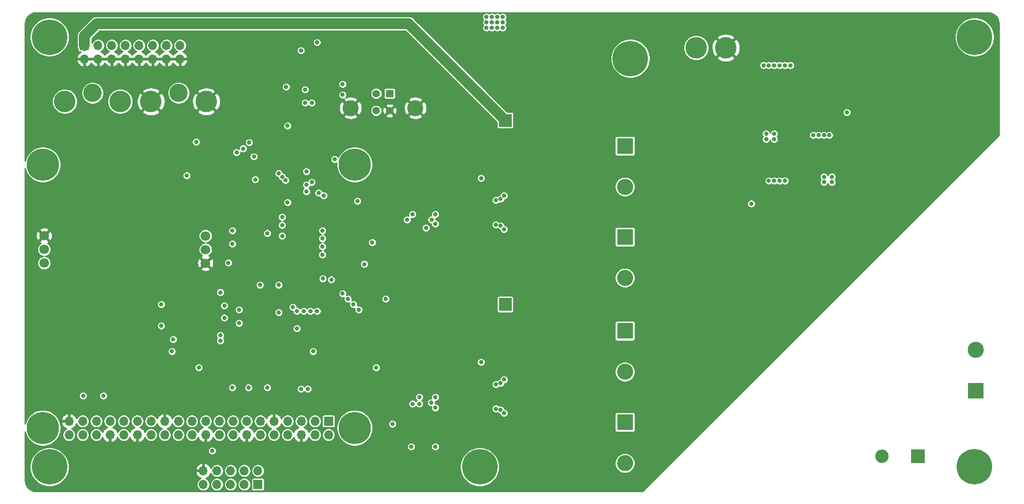
<source format=gbr>
G04 #@! TF.GenerationSoftware,KiCad,Pcbnew,(5.1.9)-1*
G04 #@! TF.CreationDate,2021-04-06T09:28:58+02:00*
G04 #@! TF.ProjectId,dsp-amplifier-x4,6473702d-616d-4706-9c69-666965722d78,rev?*
G04 #@! TF.SameCoordinates,Original*
G04 #@! TF.FileFunction,Copper,L2,Inr*
G04 #@! TF.FilePolarity,Positive*
%FSLAX46Y46*%
G04 Gerber Fmt 4.6, Leading zero omitted, Abs format (unit mm)*
G04 Created by KiCad (PCBNEW (5.1.9)-1) date 2021-04-06 09:28:58*
%MOMM*%
%LPD*%
G01*
G04 APERTURE LIST*
G04 #@! TA.AperFunction,ComponentPad*
%ADD10C,6.000000*%
G04 #@! TD*
G04 #@! TA.AperFunction,ComponentPad*
%ADD11O,1.700000X1.700000*%
G04 #@! TD*
G04 #@! TA.AperFunction,ComponentPad*
%ADD12R,1.700000X1.700000*%
G04 #@! TD*
G04 #@! TA.AperFunction,ComponentPad*
%ADD13R,3.000000X3.000000*%
G04 #@! TD*
G04 #@! TA.AperFunction,ComponentPad*
%ADD14C,3.000000*%
G04 #@! TD*
G04 #@! TA.AperFunction,ComponentPad*
%ADD15C,4.000000*%
G04 #@! TD*
G04 #@! TA.AperFunction,ComponentPad*
%ADD16R,2.500000X2.500000*%
G04 #@! TD*
G04 #@! TA.AperFunction,ComponentPad*
%ADD17C,2.500000*%
G04 #@! TD*
G04 #@! TA.AperFunction,ComponentPad*
%ADD18C,0.600000*%
G04 #@! TD*
G04 #@! TA.AperFunction,ComponentPad*
%ADD19C,2.400000*%
G04 #@! TD*
G04 #@! TA.AperFunction,ComponentPad*
%ADD20R,2.400000X2.400000*%
G04 #@! TD*
G04 #@! TA.AperFunction,ComponentPad*
%ADD21C,3.400000*%
G04 #@! TD*
G04 #@! TA.AperFunction,ComponentPad*
%ADD22C,1.800000*%
G04 #@! TD*
G04 #@! TA.AperFunction,ComponentPad*
%ADD23C,1.400000*%
G04 #@! TD*
G04 #@! TA.AperFunction,ComponentPad*
%ADD24R,1.400000X1.400000*%
G04 #@! TD*
G04 #@! TA.AperFunction,ViaPad*
%ADD25C,6.600000*%
G04 #@! TD*
G04 #@! TA.AperFunction,ViaPad*
%ADD26C,0.800000*%
G04 #@! TD*
G04 #@! TA.AperFunction,Conductor*
%ADD27C,2.000000*%
G04 #@! TD*
G04 #@! TA.AperFunction,Conductor*
%ADD28C,0.250000*%
G04 #@! TD*
G04 #@! TA.AperFunction,Conductor*
%ADD29C,0.100000*%
G04 #@! TD*
G04 APERTURE END LIST*
D10*
X121750000Y-88750000D03*
X63750000Y-88750000D03*
X63750000Y-137750000D03*
X121750000Y-137750000D03*
D11*
X68620000Y-139020000D03*
X68620000Y-136480000D03*
X71160000Y-139020000D03*
X71160000Y-136480000D03*
X73700000Y-139020000D03*
X73700000Y-136480000D03*
X76240000Y-139020000D03*
X76240000Y-136480000D03*
X78780000Y-139020000D03*
X78780000Y-136480000D03*
X81320000Y-139020000D03*
X81320000Y-136480000D03*
X83860000Y-139020000D03*
X83860000Y-136480000D03*
X86400000Y-139020000D03*
X86400000Y-136480000D03*
X88940000Y-139020000D03*
X88940000Y-136480000D03*
X91480000Y-139020000D03*
X91480000Y-136480000D03*
X94020000Y-139020000D03*
X94020000Y-136480000D03*
X96560000Y-139020000D03*
X96560000Y-136480000D03*
X99100000Y-139020000D03*
X99100000Y-136480000D03*
X101640000Y-139020000D03*
X101640000Y-136480000D03*
X104180000Y-139020000D03*
X104180000Y-136480000D03*
X106720000Y-139020000D03*
X106720000Y-136480000D03*
X109260000Y-139020000D03*
X109260000Y-136480000D03*
X111800000Y-139020000D03*
X111800000Y-136480000D03*
X114340000Y-139020000D03*
X114340000Y-136480000D03*
X116880000Y-139020000D03*
D12*
X116880000Y-136480000D03*
D13*
X237250000Y-130810000D03*
D14*
X237250000Y-123190000D03*
D13*
X172000000Y-102190000D03*
D14*
X172000000Y-109810000D03*
D13*
X172000000Y-85250000D03*
D14*
X172000000Y-92870000D03*
D13*
X172000000Y-136690000D03*
D14*
X172000000Y-144310000D03*
D13*
X172000000Y-119690000D03*
D14*
X172000000Y-127310000D03*
D15*
X190750000Y-67000000D03*
D16*
X226500000Y-143000000D03*
D15*
X185250000Y-67000000D03*
D17*
X219750000Y-143000000D03*
D18*
X142750000Y-137100000D03*
X144250000Y-137100000D03*
X139750000Y-137100000D03*
X141250000Y-137100000D03*
X142750000Y-135800000D03*
X142750000Y-134500000D03*
X141250000Y-134500000D03*
X139750000Y-134500000D03*
X141250000Y-135800000D03*
X144250000Y-135800000D03*
X139750000Y-135800000D03*
X144250000Y-134500000D03*
X142750000Y-133200000D03*
X142750000Y-131900000D03*
X141250000Y-131900000D03*
X139750000Y-131900000D03*
X141250000Y-133200000D03*
X144250000Y-133200000D03*
X139750000Y-133200000D03*
X144250000Y-131900000D03*
X142750000Y-130600000D03*
X142750000Y-129300000D03*
X141250000Y-129300000D03*
X139750000Y-129300000D03*
X141250000Y-130600000D03*
X144250000Y-130600000D03*
X139750000Y-130600000D03*
X144250000Y-129300000D03*
X144250000Y-128000000D03*
X142750000Y-128000000D03*
X141250000Y-128000000D03*
X139750000Y-128000000D03*
X144250000Y-126700000D03*
X142750000Y-126700000D03*
X141250000Y-126700000D03*
X139750000Y-126700000D03*
X142750000Y-102850000D03*
X144250000Y-102850000D03*
X139750000Y-102850000D03*
X141250000Y-102850000D03*
X142750000Y-101550000D03*
X142750000Y-100250000D03*
X141250000Y-100250000D03*
X139750000Y-100250000D03*
X141250000Y-101550000D03*
X144250000Y-101550000D03*
X139750000Y-101550000D03*
X144250000Y-100250000D03*
X142750000Y-98950000D03*
X142750000Y-97650000D03*
X141250000Y-97650000D03*
X139750000Y-97650000D03*
X141250000Y-98950000D03*
X144250000Y-98950000D03*
X139750000Y-98950000D03*
X144250000Y-97650000D03*
X142750000Y-96350000D03*
X142750000Y-95050000D03*
X141250000Y-95050000D03*
X139750000Y-95050000D03*
X141250000Y-96350000D03*
X144250000Y-96350000D03*
X139750000Y-96350000D03*
X144250000Y-95050000D03*
X144250000Y-93750000D03*
X142750000Y-93750000D03*
X141250000Y-93750000D03*
X139750000Y-93750000D03*
X144250000Y-92450000D03*
X142750000Y-92450000D03*
X141250000Y-92450000D03*
X139750000Y-92450000D03*
D19*
X142250000Y-114750000D03*
D20*
X149750000Y-114750000D03*
D21*
X89000000Y-75400000D03*
D15*
X94150000Y-77000000D03*
X83850000Y-77000000D03*
D21*
X73000000Y-75400000D03*
D15*
X78150000Y-77000000D03*
X67850000Y-77000000D03*
D22*
X94000000Y-102000000D03*
X94000000Y-104540000D03*
X94000000Y-107080000D03*
X64000000Y-107050000D03*
X64000000Y-104510000D03*
X64000000Y-101970000D03*
D23*
X125750000Y-75500000D03*
D14*
X120980000Y-78210000D03*
D24*
X128250000Y-75500000D03*
D23*
X125750000Y-78700000D03*
X128250000Y-78700000D03*
D14*
X133020000Y-78210000D03*
D11*
X89265000Y-69090000D03*
X89265000Y-66550000D03*
X86725000Y-69090000D03*
X86725000Y-66550000D03*
X84185000Y-69090000D03*
X84185000Y-66550000D03*
X81645000Y-69090000D03*
X81645000Y-66550000D03*
X79105000Y-69090000D03*
X79105000Y-66550000D03*
X76565000Y-69090000D03*
X76565000Y-66550000D03*
X74025000Y-69090000D03*
X74025000Y-66550000D03*
X71485000Y-69090000D03*
D12*
X71485000Y-66550000D03*
D11*
X93590000Y-145710000D03*
X93590000Y-148250000D03*
X96130000Y-145710000D03*
X96130000Y-148250000D03*
X98670000Y-145710000D03*
X98670000Y-148250000D03*
X101210000Y-145710000D03*
X101210000Y-148250000D03*
X103750000Y-145710000D03*
D12*
X103750000Y-148250000D03*
D19*
X142250000Y-80500000D03*
D20*
X149750000Y-80500000D03*
D25*
X65000000Y-145000000D03*
X145000000Y-145000000D03*
X65000000Y-65000000D03*
X237000000Y-145000000D03*
X237000000Y-65000000D03*
X173000000Y-69000000D03*
D26*
X114000000Y-101750000D03*
X114000000Y-100750000D03*
X114000000Y-103750000D03*
X114000000Y-102750000D03*
X114000000Y-99750000D03*
X155000000Y-138250000D03*
X154250000Y-137750000D03*
X153500000Y-137250000D03*
X153500000Y-126500000D03*
X154250000Y-126000000D03*
X155000000Y-125500000D03*
X154250000Y-103500000D03*
X155000000Y-104000000D03*
X154250000Y-91750000D03*
X155000000Y-91250000D03*
X162500000Y-89000000D03*
X164000000Y-89000000D03*
X162500000Y-91000000D03*
X164000000Y-91000000D03*
X162500000Y-104250000D03*
X162500000Y-106250000D03*
X164000000Y-104250000D03*
X164000000Y-106250000D03*
X163250000Y-90000000D03*
X163250000Y-105250000D03*
X153500000Y-92250000D03*
X153500000Y-103000000D03*
X162500000Y-123250000D03*
X162500000Y-125250000D03*
X164000000Y-123250000D03*
X164000000Y-125250000D03*
X163250000Y-124250000D03*
X162500000Y-138500000D03*
X162500000Y-140500000D03*
X164000000Y-138500000D03*
X164000000Y-140500000D03*
X163250000Y-139500000D03*
X129750000Y-131750000D03*
X190750000Y-88750000D03*
X110500000Y-77250000D03*
X106250000Y-79000000D03*
X101250000Y-97500000D03*
X105500000Y-103500000D03*
X92750000Y-121250000D03*
X90750000Y-118750000D03*
X93000000Y-123500000D03*
X122250000Y-93500000D03*
X105887500Y-111112500D03*
X104750000Y-91500000D03*
X118750000Y-91500000D03*
X96000000Y-99500000D03*
X96000000Y-105000000D03*
X82500000Y-85750000D03*
X85250000Y-85750000D03*
X97500000Y-116050003D03*
X100250000Y-117000000D03*
X100250000Y-75500000D03*
X136250000Y-145750000D03*
X102387500Y-111112500D03*
X201750000Y-81250000D03*
X202750000Y-81250000D03*
X203750000Y-81250000D03*
X204750000Y-81250000D03*
X209000000Y-70000000D03*
X209000000Y-71000000D03*
X209000000Y-72000000D03*
X209000000Y-73000000D03*
X209000000Y-74000000D03*
X209000000Y-75000000D03*
X209000000Y-76000000D03*
X209000000Y-77000000D03*
X209000000Y-78000000D03*
X209000000Y-79000000D03*
X209000000Y-80000000D03*
X199750000Y-105000000D03*
X199750000Y-104000000D03*
X199750000Y-103000000D03*
X199750000Y-102000000D03*
X199750000Y-101000000D03*
X199750000Y-100000000D03*
X199750000Y-99000000D03*
X199750000Y-98000000D03*
X199750000Y-97000000D03*
X199750000Y-96000000D03*
X199750000Y-95000000D03*
X207000000Y-93750000D03*
X206000000Y-93750000D03*
X205000000Y-93750000D03*
X204000000Y-93750000D03*
X218000000Y-86000000D03*
X219000000Y-86000000D03*
X218000000Y-87000000D03*
X219000000Y-87000000D03*
X215500000Y-93250000D03*
X216500000Y-93250000D03*
X217500000Y-93250000D03*
X218500000Y-93250000D03*
X219500000Y-93250000D03*
X122250000Y-69000000D03*
X117750000Y-79750000D03*
X119500000Y-72000000D03*
X109000000Y-72500000D03*
X104500014Y-70250000D03*
X118000000Y-67000000D03*
X130500000Y-98000000D03*
X116000000Y-88500000D03*
X106000000Y-91500002D03*
X119112500Y-110137500D03*
X121249990Y-108750010D03*
X110250000Y-105500000D03*
X101750000Y-122750000D03*
X103000000Y-121500000D03*
X106250000Y-128000000D03*
X101250000Y-112500000D03*
X96937497Y-85687497D03*
X99124990Y-87375004D03*
X112500000Y-77250000D03*
X97500000Y-115000000D03*
X97500000Y-117250000D03*
X96750000Y-120500000D03*
X100250000Y-118250000D03*
X100250000Y-115750000D03*
X87750000Y-123500000D03*
X88000000Y-121250000D03*
X85750000Y-118750000D03*
X85750000Y-114750000D03*
X104112500Y-111137500D03*
X113750000Y-77250000D03*
X114750000Y-66000000D03*
X119500000Y-75750000D03*
X119500000Y-73750000D03*
X109000000Y-74250000D03*
X136750000Y-98000000D03*
X96750000Y-121500010D03*
X118000000Y-87750020D03*
X128750000Y-137000000D03*
X105500000Y-130250000D03*
X99000000Y-130250000D03*
X96750000Y-112500000D03*
X123500000Y-107249994D03*
X136750000Y-132000000D03*
X101000000Y-85749990D03*
X102125000Y-84625024D03*
X103000000Y-87250000D03*
X103250000Y-91500000D03*
X122250000Y-95500000D03*
X107612500Y-111137500D03*
X117387500Y-110137500D03*
X107625000Y-90375000D03*
X108862500Y-91637484D03*
X108249944Y-91000000D03*
X108250000Y-98500000D03*
X92250000Y-84500000D03*
X197750000Y-70250000D03*
X198750000Y-70250000D03*
X199750000Y-70250000D03*
X200750000Y-70250000D03*
X201750000Y-70250000D03*
X202750000Y-70250000D03*
X109250000Y-81500000D03*
X111750000Y-67500016D03*
X115025000Y-94000000D03*
X75000000Y-131750000D03*
X115975000Y-94500000D03*
X102000000Y-130250014D03*
X112500000Y-74750000D03*
X148000000Y-134175000D03*
X148000000Y-129625000D03*
X149500000Y-135000000D03*
X149500000Y-128750000D03*
X148875000Y-134375000D03*
X148875000Y-129375000D03*
X149500000Y-94500000D03*
X149500000Y-100750000D03*
X148000000Y-99925000D03*
X148000000Y-95375000D03*
X148875000Y-95125000D03*
X148875000Y-100125000D03*
X145250000Y-91250000D03*
X145250000Y-125500000D03*
X198750000Y-91750000D03*
X199750000Y-91750000D03*
X200750000Y-91750000D03*
X201750000Y-91750000D03*
X210500000Y-92000000D03*
X210500000Y-91000000D03*
X209000000Y-92000000D03*
X209000000Y-91000000D03*
X195500000Y-96000000D03*
X115797994Y-109951964D03*
X110250000Y-115250000D03*
X107625000Y-116250000D03*
X113750000Y-92000000D03*
X71250008Y-131750000D03*
X99000000Y-103500000D03*
X99000000Y-101000000D03*
X146250000Y-61250000D03*
X147250000Y-61250000D03*
X148250000Y-61250000D03*
X149250000Y-61250000D03*
X146250000Y-62250000D03*
X147250000Y-62250000D03*
X148250000Y-62250000D03*
X146250000Y-63250000D03*
X147250000Y-63250000D03*
X148250000Y-63250000D03*
X149250000Y-63250000D03*
X149250000Y-62250000D03*
X98250000Y-107000000D03*
X99777389Y-86472611D03*
X132500000Y-133250000D03*
X125749996Y-126500000D03*
X105500000Y-101500000D03*
X108250000Y-102000000D03*
X136750000Y-99750011D03*
X136750000Y-134000000D03*
X136750000Y-141249964D03*
X136025009Y-98974991D03*
X135975044Y-133024974D03*
X132250000Y-141249988D03*
X115750000Y-104000000D03*
X133750000Y-133250000D03*
X115750000Y-105500000D03*
X133750000Y-132000000D03*
X115750000Y-101000000D03*
X131500000Y-99000000D03*
X115750000Y-102500000D03*
X132500000Y-98000000D03*
X135000000Y-100500000D03*
X127500004Y-113750004D03*
X108250000Y-100000000D03*
X90500000Y-90750000D03*
X112750003Y-93749997D03*
X112750000Y-92500000D03*
X125000000Y-103250000D03*
X112749990Y-89999990D03*
X198250000Y-83000000D03*
X198250000Y-84000000D03*
X199750000Y-83000000D03*
X199750000Y-84000000D03*
X207000000Y-83250000D03*
X208000000Y-83250000D03*
X209000000Y-83250000D03*
X210000000Y-83250000D03*
X213250000Y-79000000D03*
X95250000Y-142000000D03*
X119499982Y-112749978D03*
X121499978Y-114750000D03*
X122500000Y-115750000D03*
X120499972Y-113750000D03*
X109250000Y-95750000D03*
X92750000Y-126500000D03*
X114750000Y-116000000D03*
X114000006Y-123500000D03*
X113000000Y-130500000D03*
X113500000Y-116000000D03*
X111750000Y-130500000D03*
X112250000Y-116000000D03*
X111000000Y-116000000D03*
X111000000Y-119250000D03*
D27*
X146250000Y-77000000D02*
X149750000Y-80500000D01*
X131750000Y-62500000D02*
X146250000Y-77000000D01*
X73750000Y-62500000D02*
X131750000Y-62500000D01*
X71485000Y-64765000D02*
X73750000Y-62500000D01*
X71485000Y-66550000D02*
X71485000Y-64765000D01*
D28*
X239897759Y-60491158D02*
X240280376Y-60606677D01*
X240633260Y-60794310D01*
X240942983Y-61046915D01*
X241197738Y-61354861D01*
X241387832Y-61706432D01*
X241506015Y-62088221D01*
X241550001Y-62506722D01*
X241550001Y-83273223D01*
X175273224Y-149550000D01*
X62522006Y-149550000D01*
X62102241Y-149508842D01*
X61719627Y-149393324D01*
X61366742Y-149205692D01*
X61057021Y-148953090D01*
X60802264Y-148645141D01*
X60612169Y-148293569D01*
X60493985Y-147911779D01*
X60450000Y-147493288D01*
X60450000Y-144638044D01*
X61325000Y-144638044D01*
X61325000Y-145361956D01*
X61466228Y-146071958D01*
X61743257Y-146740765D01*
X62145441Y-147342676D01*
X62657324Y-147854559D01*
X63259235Y-148256743D01*
X63928042Y-148533772D01*
X64638044Y-148675000D01*
X65361956Y-148675000D01*
X66071958Y-148533772D01*
X66740765Y-148256743D01*
X67342676Y-147854559D01*
X67854559Y-147342676D01*
X68256743Y-146740765D01*
X68533772Y-146071958D01*
X68535479Y-146063373D01*
X92157950Y-146063373D01*
X92254406Y-146335962D01*
X92402188Y-146584496D01*
X92595617Y-146799423D01*
X92827260Y-146972485D01*
X93088214Y-147097030D01*
X93136834Y-147111777D01*
X93009745Y-147164419D01*
X92809108Y-147298481D01*
X92638481Y-147469108D01*
X92504419Y-147669745D01*
X92412076Y-147892681D01*
X92365000Y-148129348D01*
X92365000Y-148370652D01*
X92412076Y-148607319D01*
X92504419Y-148830255D01*
X92638481Y-149030892D01*
X92809108Y-149201519D01*
X93009745Y-149335581D01*
X93232681Y-149427924D01*
X93469348Y-149475000D01*
X93710652Y-149475000D01*
X93947319Y-149427924D01*
X94170255Y-149335581D01*
X94370892Y-149201519D01*
X94541519Y-149030892D01*
X94675581Y-148830255D01*
X94767924Y-148607319D01*
X94815000Y-148370652D01*
X94815000Y-148129348D01*
X94905000Y-148129348D01*
X94905000Y-148370652D01*
X94952076Y-148607319D01*
X95044419Y-148830255D01*
X95178481Y-149030892D01*
X95349108Y-149201519D01*
X95549745Y-149335581D01*
X95772681Y-149427924D01*
X96009348Y-149475000D01*
X96250652Y-149475000D01*
X96487319Y-149427924D01*
X96710255Y-149335581D01*
X96910892Y-149201519D01*
X97081519Y-149030892D01*
X97215581Y-148830255D01*
X97307924Y-148607319D01*
X97355000Y-148370652D01*
X97355000Y-148129348D01*
X97445000Y-148129348D01*
X97445000Y-148370652D01*
X97492076Y-148607319D01*
X97584419Y-148830255D01*
X97718481Y-149030892D01*
X97889108Y-149201519D01*
X98089745Y-149335581D01*
X98312681Y-149427924D01*
X98549348Y-149475000D01*
X98790652Y-149475000D01*
X99027319Y-149427924D01*
X99250255Y-149335581D01*
X99450892Y-149201519D01*
X99621519Y-149030892D01*
X99755581Y-148830255D01*
X99847924Y-148607319D01*
X99895000Y-148370652D01*
X99895000Y-148129348D01*
X99985000Y-148129348D01*
X99985000Y-148370652D01*
X100032076Y-148607319D01*
X100124419Y-148830255D01*
X100258481Y-149030892D01*
X100429108Y-149201519D01*
X100629745Y-149335581D01*
X100852681Y-149427924D01*
X101089348Y-149475000D01*
X101330652Y-149475000D01*
X101567319Y-149427924D01*
X101790255Y-149335581D01*
X101990892Y-149201519D01*
X102161519Y-149030892D01*
X102295581Y-148830255D01*
X102387924Y-148607319D01*
X102435000Y-148370652D01*
X102435000Y-148129348D01*
X102387924Y-147892681D01*
X102295581Y-147669745D01*
X102161519Y-147469108D01*
X102092411Y-147400000D01*
X102523186Y-147400000D01*
X102523186Y-149100000D01*
X102530426Y-149173513D01*
X102551869Y-149244200D01*
X102586691Y-149309347D01*
X102633552Y-149366448D01*
X102690653Y-149413309D01*
X102755800Y-149448131D01*
X102826487Y-149469574D01*
X102900000Y-149476814D01*
X104600000Y-149476814D01*
X104673513Y-149469574D01*
X104744200Y-149448131D01*
X104809347Y-149413309D01*
X104866448Y-149366448D01*
X104913309Y-149309347D01*
X104948131Y-149244200D01*
X104969574Y-149173513D01*
X104976814Y-149100000D01*
X104976814Y-147400000D01*
X104969574Y-147326487D01*
X104948131Y-147255800D01*
X104913309Y-147190653D01*
X104866448Y-147133552D01*
X104809347Y-147086691D01*
X104744200Y-147051869D01*
X104673513Y-147030426D01*
X104600000Y-147023186D01*
X102900000Y-147023186D01*
X102826487Y-147030426D01*
X102755800Y-147051869D01*
X102690653Y-147086691D01*
X102633552Y-147133552D01*
X102586691Y-147190653D01*
X102551869Y-147255800D01*
X102530426Y-147326487D01*
X102523186Y-147400000D01*
X102092411Y-147400000D01*
X101990892Y-147298481D01*
X101790255Y-147164419D01*
X101567319Y-147072076D01*
X101330652Y-147025000D01*
X101089348Y-147025000D01*
X100852681Y-147072076D01*
X100629745Y-147164419D01*
X100429108Y-147298481D01*
X100258481Y-147469108D01*
X100124419Y-147669745D01*
X100032076Y-147892681D01*
X99985000Y-148129348D01*
X99895000Y-148129348D01*
X99847924Y-147892681D01*
X99755581Y-147669745D01*
X99621519Y-147469108D01*
X99450892Y-147298481D01*
X99250255Y-147164419D01*
X99027319Y-147072076D01*
X98790652Y-147025000D01*
X98549348Y-147025000D01*
X98312681Y-147072076D01*
X98089745Y-147164419D01*
X97889108Y-147298481D01*
X97718481Y-147469108D01*
X97584419Y-147669745D01*
X97492076Y-147892681D01*
X97445000Y-148129348D01*
X97355000Y-148129348D01*
X97307924Y-147892681D01*
X97215581Y-147669745D01*
X97081519Y-147469108D01*
X96910892Y-147298481D01*
X96710255Y-147164419D01*
X96487319Y-147072076D01*
X96250652Y-147025000D01*
X96009348Y-147025000D01*
X95772681Y-147072076D01*
X95549745Y-147164419D01*
X95349108Y-147298481D01*
X95178481Y-147469108D01*
X95044419Y-147669745D01*
X94952076Y-147892681D01*
X94905000Y-148129348D01*
X94815000Y-148129348D01*
X94767924Y-147892681D01*
X94675581Y-147669745D01*
X94541519Y-147469108D01*
X94370892Y-147298481D01*
X94170255Y-147164419D01*
X94043166Y-147111777D01*
X94091786Y-147097030D01*
X94352740Y-146972485D01*
X94584383Y-146799423D01*
X94777812Y-146584496D01*
X94925594Y-146335962D01*
X94989060Y-146156605D01*
X95044419Y-146290255D01*
X95178481Y-146490892D01*
X95349108Y-146661519D01*
X95549745Y-146795581D01*
X95772681Y-146887924D01*
X96009348Y-146935000D01*
X96250652Y-146935000D01*
X96487319Y-146887924D01*
X96710255Y-146795581D01*
X96910892Y-146661519D01*
X97081519Y-146490892D01*
X97215581Y-146290255D01*
X97307924Y-146067319D01*
X97355000Y-145830652D01*
X97355000Y-145589348D01*
X97445000Y-145589348D01*
X97445000Y-145830652D01*
X97492076Y-146067319D01*
X97584419Y-146290255D01*
X97718481Y-146490892D01*
X97889108Y-146661519D01*
X98089745Y-146795581D01*
X98312681Y-146887924D01*
X98549348Y-146935000D01*
X98790652Y-146935000D01*
X99027319Y-146887924D01*
X99250255Y-146795581D01*
X99450892Y-146661519D01*
X99621519Y-146490892D01*
X99755581Y-146290255D01*
X99847924Y-146067319D01*
X99895000Y-145830652D01*
X99895000Y-145589348D01*
X99985000Y-145589348D01*
X99985000Y-145830652D01*
X100032076Y-146067319D01*
X100124419Y-146290255D01*
X100258481Y-146490892D01*
X100429108Y-146661519D01*
X100629745Y-146795581D01*
X100852681Y-146887924D01*
X101089348Y-146935000D01*
X101330652Y-146935000D01*
X101567319Y-146887924D01*
X101790255Y-146795581D01*
X101990892Y-146661519D01*
X102161519Y-146490892D01*
X102295581Y-146290255D01*
X102387924Y-146067319D01*
X102435000Y-145830652D01*
X102435000Y-145589348D01*
X102525000Y-145589348D01*
X102525000Y-145830652D01*
X102572076Y-146067319D01*
X102664419Y-146290255D01*
X102798481Y-146490892D01*
X102969108Y-146661519D01*
X103169745Y-146795581D01*
X103392681Y-146887924D01*
X103629348Y-146935000D01*
X103870652Y-146935000D01*
X104107319Y-146887924D01*
X104330255Y-146795581D01*
X104530892Y-146661519D01*
X104701519Y-146490892D01*
X104835581Y-146290255D01*
X104927924Y-146067319D01*
X104975000Y-145830652D01*
X104975000Y-145589348D01*
X104927924Y-145352681D01*
X104835581Y-145129745D01*
X104701519Y-144929108D01*
X104530892Y-144758481D01*
X104350647Y-144638044D01*
X141325000Y-144638044D01*
X141325000Y-145361956D01*
X141466228Y-146071958D01*
X141743257Y-146740765D01*
X142145441Y-147342676D01*
X142657324Y-147854559D01*
X143259235Y-148256743D01*
X143928042Y-148533772D01*
X144638044Y-148675000D01*
X145361956Y-148675000D01*
X146071958Y-148533772D01*
X146740765Y-148256743D01*
X147342676Y-147854559D01*
X147854559Y-147342676D01*
X148256743Y-146740765D01*
X148533772Y-146071958D01*
X148675000Y-145361956D01*
X148675000Y-144638044D01*
X148573015Y-144125329D01*
X170125000Y-144125329D01*
X170125000Y-144494671D01*
X170197056Y-144856917D01*
X170338397Y-145198145D01*
X170543593Y-145505243D01*
X170804757Y-145766407D01*
X171111855Y-145971603D01*
X171453083Y-146112944D01*
X171815329Y-146185000D01*
X172184671Y-146185000D01*
X172546917Y-146112944D01*
X172888145Y-145971603D01*
X173195243Y-145766407D01*
X173456407Y-145505243D01*
X173661603Y-145198145D01*
X173802944Y-144856917D01*
X173875000Y-144494671D01*
X173875000Y-144125329D01*
X173802944Y-143763083D01*
X173661603Y-143421855D01*
X173456407Y-143114757D01*
X173195243Y-142853593D01*
X172888145Y-142648397D01*
X172546917Y-142507056D01*
X172184671Y-142435000D01*
X171815329Y-142435000D01*
X171453083Y-142507056D01*
X171111855Y-142648397D01*
X170804757Y-142853593D01*
X170543593Y-143114757D01*
X170338397Y-143421855D01*
X170197056Y-143763083D01*
X170125000Y-144125329D01*
X148573015Y-144125329D01*
X148533772Y-143928042D01*
X148256743Y-143259235D01*
X147854559Y-142657324D01*
X147342676Y-142145441D01*
X146740765Y-141743257D01*
X146071958Y-141466228D01*
X145361956Y-141325000D01*
X144638044Y-141325000D01*
X143928042Y-141466228D01*
X143259235Y-141743257D01*
X142657324Y-142145441D01*
X142145441Y-142657324D01*
X141743257Y-143259235D01*
X141466228Y-143928042D01*
X141325000Y-144638044D01*
X104350647Y-144638044D01*
X104330255Y-144624419D01*
X104107319Y-144532076D01*
X103870652Y-144485000D01*
X103629348Y-144485000D01*
X103392681Y-144532076D01*
X103169745Y-144624419D01*
X102969108Y-144758481D01*
X102798481Y-144929108D01*
X102664419Y-145129745D01*
X102572076Y-145352681D01*
X102525000Y-145589348D01*
X102435000Y-145589348D01*
X102387924Y-145352681D01*
X102295581Y-145129745D01*
X102161519Y-144929108D01*
X101990892Y-144758481D01*
X101790255Y-144624419D01*
X101567319Y-144532076D01*
X101330652Y-144485000D01*
X101089348Y-144485000D01*
X100852681Y-144532076D01*
X100629745Y-144624419D01*
X100429108Y-144758481D01*
X100258481Y-144929108D01*
X100124419Y-145129745D01*
X100032076Y-145352681D01*
X99985000Y-145589348D01*
X99895000Y-145589348D01*
X99847924Y-145352681D01*
X99755581Y-145129745D01*
X99621519Y-144929108D01*
X99450892Y-144758481D01*
X99250255Y-144624419D01*
X99027319Y-144532076D01*
X98790652Y-144485000D01*
X98549348Y-144485000D01*
X98312681Y-144532076D01*
X98089745Y-144624419D01*
X97889108Y-144758481D01*
X97718481Y-144929108D01*
X97584419Y-145129745D01*
X97492076Y-145352681D01*
X97445000Y-145589348D01*
X97355000Y-145589348D01*
X97307924Y-145352681D01*
X97215581Y-145129745D01*
X97081519Y-144929108D01*
X96910892Y-144758481D01*
X96710255Y-144624419D01*
X96487319Y-144532076D01*
X96250652Y-144485000D01*
X96009348Y-144485000D01*
X95772681Y-144532076D01*
X95549745Y-144624419D01*
X95349108Y-144758481D01*
X95178481Y-144929108D01*
X95044419Y-145129745D01*
X94989060Y-145263395D01*
X94925594Y-145084038D01*
X94777812Y-144835504D01*
X94584383Y-144620577D01*
X94352740Y-144447515D01*
X94091786Y-144322970D01*
X93943372Y-144277955D01*
X93715000Y-144397188D01*
X93715000Y-145585000D01*
X93735000Y-145585000D01*
X93735000Y-145835000D01*
X93715000Y-145835000D01*
X93715000Y-145855000D01*
X93465000Y-145855000D01*
X93465000Y-145835000D01*
X92276551Y-145835000D01*
X92157950Y-146063373D01*
X68535479Y-146063373D01*
X68675000Y-145361956D01*
X68675000Y-145356627D01*
X92157950Y-145356627D01*
X92276551Y-145585000D01*
X93465000Y-145585000D01*
X93465000Y-144397188D01*
X93236628Y-144277955D01*
X93088214Y-144322970D01*
X92827260Y-144447515D01*
X92595617Y-144620577D01*
X92402188Y-144835504D01*
X92254406Y-145084038D01*
X92157950Y-145356627D01*
X68675000Y-145356627D01*
X68675000Y-144638044D01*
X68533772Y-143928042D01*
X68256743Y-143259235D01*
X67854559Y-142657324D01*
X67342676Y-142145441D01*
X67010771Y-141923669D01*
X94475000Y-141923669D01*
X94475000Y-142076331D01*
X94504783Y-142226059D01*
X94563204Y-142367100D01*
X94648018Y-142494034D01*
X94755966Y-142601982D01*
X94882900Y-142686796D01*
X95023941Y-142745217D01*
X95173669Y-142775000D01*
X95326331Y-142775000D01*
X95476059Y-142745217D01*
X95617100Y-142686796D01*
X95744034Y-142601982D01*
X95851982Y-142494034D01*
X95936796Y-142367100D01*
X95995217Y-142226059D01*
X96025000Y-142076331D01*
X96025000Y-141923669D01*
X95995217Y-141773941D01*
X95936796Y-141632900D01*
X95851982Y-141505966D01*
X95744034Y-141398018D01*
X95617100Y-141313204D01*
X95476059Y-141254783D01*
X95326331Y-141225000D01*
X95173669Y-141225000D01*
X95023941Y-141254783D01*
X94882900Y-141313204D01*
X94755966Y-141398018D01*
X94648018Y-141505966D01*
X94563204Y-141632900D01*
X94504783Y-141773941D01*
X94475000Y-141923669D01*
X67010771Y-141923669D01*
X66740765Y-141743257D01*
X66071958Y-141466228D01*
X65361956Y-141325000D01*
X64638044Y-141325000D01*
X63928042Y-141466228D01*
X63259235Y-141743257D01*
X62657324Y-142145441D01*
X62145441Y-142657324D01*
X61743257Y-143259235D01*
X61466228Y-143928042D01*
X61325000Y-144638044D01*
X60450000Y-144638044D01*
X60450000Y-141173657D01*
X131475000Y-141173657D01*
X131475000Y-141326319D01*
X131504783Y-141476047D01*
X131563204Y-141617088D01*
X131648018Y-141744022D01*
X131755966Y-141851970D01*
X131882900Y-141936784D01*
X132023941Y-141995205D01*
X132173669Y-142024988D01*
X132326331Y-142024988D01*
X132476059Y-141995205D01*
X132617100Y-141936784D01*
X132744034Y-141851970D01*
X132851982Y-141744022D01*
X132936796Y-141617088D01*
X132995217Y-141476047D01*
X133025000Y-141326319D01*
X133025000Y-141173657D01*
X133024996Y-141173633D01*
X135975000Y-141173633D01*
X135975000Y-141326295D01*
X136004783Y-141476023D01*
X136063204Y-141617064D01*
X136148018Y-141743998D01*
X136255966Y-141851946D01*
X136382900Y-141936760D01*
X136523941Y-141995181D01*
X136673669Y-142024964D01*
X136826331Y-142024964D01*
X136976059Y-141995181D01*
X137117100Y-141936760D01*
X137244034Y-141851946D01*
X137351982Y-141743998D01*
X137436796Y-141617064D01*
X137495217Y-141476023D01*
X137525000Y-141326295D01*
X137525000Y-141173633D01*
X137495217Y-141023905D01*
X137436796Y-140882864D01*
X137351982Y-140755930D01*
X137244034Y-140647982D01*
X137117100Y-140563168D01*
X136976059Y-140504747D01*
X136826331Y-140474964D01*
X136673669Y-140474964D01*
X136523941Y-140504747D01*
X136382900Y-140563168D01*
X136255966Y-140647982D01*
X136148018Y-140755930D01*
X136063204Y-140882864D01*
X136004783Y-141023905D01*
X135975000Y-141173633D01*
X133024996Y-141173633D01*
X132995217Y-141023929D01*
X132936796Y-140882888D01*
X132851982Y-140755954D01*
X132744034Y-140648006D01*
X132617100Y-140563192D01*
X132476059Y-140504771D01*
X132326331Y-140474988D01*
X132173669Y-140474988D01*
X132023941Y-140504771D01*
X131882900Y-140563192D01*
X131755966Y-140648006D01*
X131648018Y-140755954D01*
X131563204Y-140882888D01*
X131504783Y-141023929D01*
X131475000Y-141173657D01*
X60450000Y-141173657D01*
X60450000Y-138459457D01*
X60504700Y-138734451D01*
X60759114Y-139348662D01*
X61128466Y-139901437D01*
X61598563Y-140371534D01*
X62151338Y-140740886D01*
X62765549Y-140995300D01*
X63417592Y-141125000D01*
X64082408Y-141125000D01*
X64734451Y-140995300D01*
X65348662Y-140740886D01*
X65901437Y-140371534D01*
X66371534Y-139901437D01*
X66740886Y-139348662D01*
X66995300Y-138734451D01*
X67125000Y-138082408D01*
X67125000Y-137417592D01*
X67008792Y-136833373D01*
X67187950Y-136833373D01*
X67284406Y-137105962D01*
X67432188Y-137354496D01*
X67625617Y-137569423D01*
X67857260Y-137742485D01*
X68118214Y-137867030D01*
X68166834Y-137881777D01*
X68039745Y-137934419D01*
X67839108Y-138068481D01*
X67668481Y-138239108D01*
X67534419Y-138439745D01*
X67442076Y-138662681D01*
X67395000Y-138899348D01*
X67395000Y-139140652D01*
X67442076Y-139377319D01*
X67534419Y-139600255D01*
X67668481Y-139800892D01*
X67839108Y-139971519D01*
X68039745Y-140105581D01*
X68262681Y-140197924D01*
X68499348Y-140245000D01*
X68740652Y-140245000D01*
X68977319Y-140197924D01*
X69200255Y-140105581D01*
X69400892Y-139971519D01*
X69571519Y-139800892D01*
X69705581Y-139600255D01*
X69797924Y-139377319D01*
X69845000Y-139140652D01*
X69845000Y-138899348D01*
X69935000Y-138899348D01*
X69935000Y-139140652D01*
X69982076Y-139377319D01*
X70074419Y-139600255D01*
X70208481Y-139800892D01*
X70379108Y-139971519D01*
X70579745Y-140105581D01*
X70802681Y-140197924D01*
X71039348Y-140245000D01*
X71280652Y-140245000D01*
X71517319Y-140197924D01*
X71740255Y-140105581D01*
X71940892Y-139971519D01*
X72111519Y-139800892D01*
X72245581Y-139600255D01*
X72337924Y-139377319D01*
X72385000Y-139140652D01*
X72385000Y-138899348D01*
X72475000Y-138899348D01*
X72475000Y-139140652D01*
X72522076Y-139377319D01*
X72614419Y-139600255D01*
X72748481Y-139800892D01*
X72919108Y-139971519D01*
X73119745Y-140105581D01*
X73342681Y-140197924D01*
X73579348Y-140245000D01*
X73820652Y-140245000D01*
X74057319Y-140197924D01*
X74280255Y-140105581D01*
X74480892Y-139971519D01*
X74651519Y-139800892D01*
X74785581Y-139600255D01*
X74840940Y-139466605D01*
X74904406Y-139645962D01*
X75052188Y-139894496D01*
X75245617Y-140109423D01*
X75477260Y-140282485D01*
X75738214Y-140407030D01*
X75886628Y-140452045D01*
X76115000Y-140332812D01*
X76115000Y-139145000D01*
X76095000Y-139145000D01*
X76095000Y-138895000D01*
X76115000Y-138895000D01*
X76115000Y-138875000D01*
X76365000Y-138875000D01*
X76365000Y-138895000D01*
X76385000Y-138895000D01*
X76385000Y-139145000D01*
X76365000Y-139145000D01*
X76365000Y-140332812D01*
X76593372Y-140452045D01*
X76741786Y-140407030D01*
X77002740Y-140282485D01*
X77234383Y-140109423D01*
X77427812Y-139894496D01*
X77575594Y-139645962D01*
X77639060Y-139466605D01*
X77694419Y-139600255D01*
X77828481Y-139800892D01*
X77999108Y-139971519D01*
X78199745Y-140105581D01*
X78422681Y-140197924D01*
X78659348Y-140245000D01*
X78900652Y-140245000D01*
X79137319Y-140197924D01*
X79360255Y-140105581D01*
X79560892Y-139971519D01*
X79731519Y-139800892D01*
X79865581Y-139600255D01*
X79920940Y-139466605D01*
X79984406Y-139645962D01*
X80132188Y-139894496D01*
X80325617Y-140109423D01*
X80557260Y-140282485D01*
X80818214Y-140407030D01*
X80966628Y-140452045D01*
X81195000Y-140332812D01*
X81195000Y-139145000D01*
X81175000Y-139145000D01*
X81175000Y-138895000D01*
X81195000Y-138895000D01*
X81195000Y-138875000D01*
X81445000Y-138875000D01*
X81445000Y-138895000D01*
X81465000Y-138895000D01*
X81465000Y-139145000D01*
X81445000Y-139145000D01*
X81445000Y-140332812D01*
X81673372Y-140452045D01*
X81821786Y-140407030D01*
X82082740Y-140282485D01*
X82314383Y-140109423D01*
X82507812Y-139894496D01*
X82655594Y-139645962D01*
X82719060Y-139466605D01*
X82774419Y-139600255D01*
X82908481Y-139800892D01*
X83079108Y-139971519D01*
X83279745Y-140105581D01*
X83502681Y-140197924D01*
X83739348Y-140245000D01*
X83980652Y-140245000D01*
X84217319Y-140197924D01*
X84440255Y-140105581D01*
X84640892Y-139971519D01*
X84811519Y-139800892D01*
X84945581Y-139600255D01*
X85037924Y-139377319D01*
X85085000Y-139140652D01*
X85085000Y-138899348D01*
X85037924Y-138662681D01*
X84945581Y-138439745D01*
X84811519Y-138239108D01*
X84640892Y-138068481D01*
X84440255Y-137934419D01*
X84217319Y-137842076D01*
X83980652Y-137795000D01*
X83739348Y-137795000D01*
X83502681Y-137842076D01*
X83279745Y-137934419D01*
X83079108Y-138068481D01*
X82908481Y-138239108D01*
X82774419Y-138439745D01*
X82719060Y-138573395D01*
X82655594Y-138394038D01*
X82507812Y-138145504D01*
X82314383Y-137930577D01*
X82082740Y-137757515D01*
X81821786Y-137632970D01*
X81773166Y-137618223D01*
X81900255Y-137565581D01*
X82100892Y-137431519D01*
X82271519Y-137260892D01*
X82405581Y-137060255D01*
X82497924Y-136837319D01*
X82545000Y-136600652D01*
X82545000Y-136359348D01*
X82635000Y-136359348D01*
X82635000Y-136600652D01*
X82682076Y-136837319D01*
X82774419Y-137060255D01*
X82908481Y-137260892D01*
X83079108Y-137431519D01*
X83279745Y-137565581D01*
X83502681Y-137657924D01*
X83739348Y-137705000D01*
X83980652Y-137705000D01*
X84217319Y-137657924D01*
X84440255Y-137565581D01*
X84640892Y-137431519D01*
X84811519Y-137260892D01*
X84945581Y-137060255D01*
X85000940Y-136926605D01*
X85064406Y-137105962D01*
X85212188Y-137354496D01*
X85405617Y-137569423D01*
X85637260Y-137742485D01*
X85898214Y-137867030D01*
X85946834Y-137881777D01*
X85819745Y-137934419D01*
X85619108Y-138068481D01*
X85448481Y-138239108D01*
X85314419Y-138439745D01*
X85222076Y-138662681D01*
X85175000Y-138899348D01*
X85175000Y-139140652D01*
X85222076Y-139377319D01*
X85314419Y-139600255D01*
X85448481Y-139800892D01*
X85619108Y-139971519D01*
X85819745Y-140105581D01*
X86042681Y-140197924D01*
X86279348Y-140245000D01*
X86520652Y-140245000D01*
X86757319Y-140197924D01*
X86980255Y-140105581D01*
X87180892Y-139971519D01*
X87351519Y-139800892D01*
X87485581Y-139600255D01*
X87577924Y-139377319D01*
X87625000Y-139140652D01*
X87625000Y-138899348D01*
X87715000Y-138899348D01*
X87715000Y-139140652D01*
X87762076Y-139377319D01*
X87854419Y-139600255D01*
X87988481Y-139800892D01*
X88159108Y-139971519D01*
X88359745Y-140105581D01*
X88582681Y-140197924D01*
X88819348Y-140245000D01*
X89060652Y-140245000D01*
X89297319Y-140197924D01*
X89520255Y-140105581D01*
X89720892Y-139971519D01*
X89891519Y-139800892D01*
X90025581Y-139600255D01*
X90117924Y-139377319D01*
X90165000Y-139140652D01*
X90165000Y-138899348D01*
X90255000Y-138899348D01*
X90255000Y-139140652D01*
X90302076Y-139377319D01*
X90394419Y-139600255D01*
X90528481Y-139800892D01*
X90699108Y-139971519D01*
X90899745Y-140105581D01*
X91122681Y-140197924D01*
X91359348Y-140245000D01*
X91600652Y-140245000D01*
X91837319Y-140197924D01*
X92060255Y-140105581D01*
X92260892Y-139971519D01*
X92431519Y-139800892D01*
X92565581Y-139600255D01*
X92620940Y-139466605D01*
X92684406Y-139645962D01*
X92832188Y-139894496D01*
X93025617Y-140109423D01*
X93257260Y-140282485D01*
X93518214Y-140407030D01*
X93666628Y-140452045D01*
X93895000Y-140332812D01*
X93895000Y-139145000D01*
X93875000Y-139145000D01*
X93875000Y-138895000D01*
X93895000Y-138895000D01*
X93895000Y-138875000D01*
X94145000Y-138875000D01*
X94145000Y-138895000D01*
X94165000Y-138895000D01*
X94165000Y-139145000D01*
X94145000Y-139145000D01*
X94145000Y-140332812D01*
X94373372Y-140452045D01*
X94521786Y-140407030D01*
X94782740Y-140282485D01*
X95014383Y-140109423D01*
X95207812Y-139894496D01*
X95355594Y-139645962D01*
X95419060Y-139466605D01*
X95474419Y-139600255D01*
X95608481Y-139800892D01*
X95779108Y-139971519D01*
X95979745Y-140105581D01*
X96202681Y-140197924D01*
X96439348Y-140245000D01*
X96680652Y-140245000D01*
X96917319Y-140197924D01*
X97140255Y-140105581D01*
X97340892Y-139971519D01*
X97511519Y-139800892D01*
X97645581Y-139600255D01*
X97737924Y-139377319D01*
X97785000Y-139140652D01*
X97785000Y-138899348D01*
X97875000Y-138899348D01*
X97875000Y-139140652D01*
X97922076Y-139377319D01*
X98014419Y-139600255D01*
X98148481Y-139800892D01*
X98319108Y-139971519D01*
X98519745Y-140105581D01*
X98742681Y-140197924D01*
X98979348Y-140245000D01*
X99220652Y-140245000D01*
X99457319Y-140197924D01*
X99680255Y-140105581D01*
X99880892Y-139971519D01*
X100051519Y-139800892D01*
X100185581Y-139600255D01*
X100240940Y-139466605D01*
X100304406Y-139645962D01*
X100452188Y-139894496D01*
X100645617Y-140109423D01*
X100877260Y-140282485D01*
X101138214Y-140407030D01*
X101286628Y-140452045D01*
X101515000Y-140332812D01*
X101515000Y-139145000D01*
X101495000Y-139145000D01*
X101495000Y-138895000D01*
X101515000Y-138895000D01*
X101515000Y-138875000D01*
X101765000Y-138875000D01*
X101765000Y-138895000D01*
X101785000Y-138895000D01*
X101785000Y-139145000D01*
X101765000Y-139145000D01*
X101765000Y-140332812D01*
X101993372Y-140452045D01*
X102141786Y-140407030D01*
X102402740Y-140282485D01*
X102634383Y-140109423D01*
X102827812Y-139894496D01*
X102975594Y-139645962D01*
X103039060Y-139466605D01*
X103094419Y-139600255D01*
X103228481Y-139800892D01*
X103399108Y-139971519D01*
X103599745Y-140105581D01*
X103822681Y-140197924D01*
X104059348Y-140245000D01*
X104300652Y-140245000D01*
X104537319Y-140197924D01*
X104760255Y-140105581D01*
X104960892Y-139971519D01*
X105131519Y-139800892D01*
X105265581Y-139600255D01*
X105357924Y-139377319D01*
X105405000Y-139140652D01*
X105405000Y-138899348D01*
X105357924Y-138662681D01*
X105265581Y-138439745D01*
X105131519Y-138239108D01*
X104960892Y-138068481D01*
X104760255Y-137934419D01*
X104537319Y-137842076D01*
X104300652Y-137795000D01*
X104059348Y-137795000D01*
X103822681Y-137842076D01*
X103599745Y-137934419D01*
X103399108Y-138068481D01*
X103228481Y-138239108D01*
X103094419Y-138439745D01*
X103039060Y-138573395D01*
X102975594Y-138394038D01*
X102827812Y-138145504D01*
X102634383Y-137930577D01*
X102402740Y-137757515D01*
X102141786Y-137632970D01*
X102093166Y-137618223D01*
X102220255Y-137565581D01*
X102420892Y-137431519D01*
X102591519Y-137260892D01*
X102725581Y-137060255D01*
X102817924Y-136837319D01*
X102865000Y-136600652D01*
X102865000Y-136359348D01*
X102955000Y-136359348D01*
X102955000Y-136600652D01*
X103002076Y-136837319D01*
X103094419Y-137060255D01*
X103228481Y-137260892D01*
X103399108Y-137431519D01*
X103599745Y-137565581D01*
X103822681Y-137657924D01*
X104059348Y-137705000D01*
X104300652Y-137705000D01*
X104537319Y-137657924D01*
X104760255Y-137565581D01*
X104960892Y-137431519D01*
X105131519Y-137260892D01*
X105265581Y-137060255D01*
X105320940Y-136926605D01*
X105384406Y-137105962D01*
X105532188Y-137354496D01*
X105725617Y-137569423D01*
X105957260Y-137742485D01*
X106218214Y-137867030D01*
X106266834Y-137881777D01*
X106139745Y-137934419D01*
X105939108Y-138068481D01*
X105768481Y-138239108D01*
X105634419Y-138439745D01*
X105542076Y-138662681D01*
X105495000Y-138899348D01*
X105495000Y-139140652D01*
X105542076Y-139377319D01*
X105634419Y-139600255D01*
X105768481Y-139800892D01*
X105939108Y-139971519D01*
X106139745Y-140105581D01*
X106362681Y-140197924D01*
X106599348Y-140245000D01*
X106840652Y-140245000D01*
X107077319Y-140197924D01*
X107300255Y-140105581D01*
X107500892Y-139971519D01*
X107671519Y-139800892D01*
X107805581Y-139600255D01*
X107897924Y-139377319D01*
X107945000Y-139140652D01*
X107945000Y-138899348D01*
X108035000Y-138899348D01*
X108035000Y-139140652D01*
X108082076Y-139377319D01*
X108174419Y-139600255D01*
X108308481Y-139800892D01*
X108479108Y-139971519D01*
X108679745Y-140105581D01*
X108902681Y-140197924D01*
X109139348Y-140245000D01*
X109380652Y-140245000D01*
X109617319Y-140197924D01*
X109840255Y-140105581D01*
X110040892Y-139971519D01*
X110211519Y-139800892D01*
X110345581Y-139600255D01*
X110400940Y-139466605D01*
X110464406Y-139645962D01*
X110612188Y-139894496D01*
X110805617Y-140109423D01*
X111037260Y-140282485D01*
X111298214Y-140407030D01*
X111446628Y-140452045D01*
X111675000Y-140332812D01*
X111675000Y-139145000D01*
X111655000Y-139145000D01*
X111655000Y-138895000D01*
X111675000Y-138895000D01*
X111675000Y-138875000D01*
X111925000Y-138875000D01*
X111925000Y-138895000D01*
X111945000Y-138895000D01*
X111945000Y-139145000D01*
X111925000Y-139145000D01*
X111925000Y-140332812D01*
X112153372Y-140452045D01*
X112301786Y-140407030D01*
X112562740Y-140282485D01*
X112794383Y-140109423D01*
X112987812Y-139894496D01*
X113135594Y-139645962D01*
X113199060Y-139466605D01*
X113254419Y-139600255D01*
X113388481Y-139800892D01*
X113559108Y-139971519D01*
X113759745Y-140105581D01*
X113982681Y-140197924D01*
X114219348Y-140245000D01*
X114460652Y-140245000D01*
X114697319Y-140197924D01*
X114920255Y-140105581D01*
X115120892Y-139971519D01*
X115291519Y-139800892D01*
X115425581Y-139600255D01*
X115517924Y-139377319D01*
X115565000Y-139140652D01*
X115565000Y-138899348D01*
X115655000Y-138899348D01*
X115655000Y-139140652D01*
X115702076Y-139377319D01*
X115794419Y-139600255D01*
X115928481Y-139800892D01*
X116099108Y-139971519D01*
X116299745Y-140105581D01*
X116522681Y-140197924D01*
X116759348Y-140245000D01*
X117000652Y-140245000D01*
X117237319Y-140197924D01*
X117460255Y-140105581D01*
X117660892Y-139971519D01*
X117831519Y-139800892D01*
X117965581Y-139600255D01*
X118057924Y-139377319D01*
X118105000Y-139140652D01*
X118105000Y-138899348D01*
X118057924Y-138662681D01*
X117965581Y-138439745D01*
X117831519Y-138239108D01*
X117660892Y-138068481D01*
X117460255Y-137934419D01*
X117237319Y-137842076D01*
X117000652Y-137795000D01*
X116759348Y-137795000D01*
X116522681Y-137842076D01*
X116299745Y-137934419D01*
X116099108Y-138068481D01*
X115928481Y-138239108D01*
X115794419Y-138439745D01*
X115702076Y-138662681D01*
X115655000Y-138899348D01*
X115565000Y-138899348D01*
X115517924Y-138662681D01*
X115425581Y-138439745D01*
X115291519Y-138239108D01*
X115120892Y-138068481D01*
X114920255Y-137934419D01*
X114697319Y-137842076D01*
X114460652Y-137795000D01*
X114219348Y-137795000D01*
X113982681Y-137842076D01*
X113759745Y-137934419D01*
X113559108Y-138068481D01*
X113388481Y-138239108D01*
X113254419Y-138439745D01*
X113199060Y-138573395D01*
X113135594Y-138394038D01*
X112987812Y-138145504D01*
X112794383Y-137930577D01*
X112562740Y-137757515D01*
X112301786Y-137632970D01*
X112253166Y-137618223D01*
X112380255Y-137565581D01*
X112580892Y-137431519D01*
X112751519Y-137260892D01*
X112885581Y-137060255D01*
X112977924Y-136837319D01*
X113025000Y-136600652D01*
X113025000Y-136359348D01*
X113115000Y-136359348D01*
X113115000Y-136600652D01*
X113162076Y-136837319D01*
X113254419Y-137060255D01*
X113388481Y-137260892D01*
X113559108Y-137431519D01*
X113759745Y-137565581D01*
X113982681Y-137657924D01*
X114219348Y-137705000D01*
X114460652Y-137705000D01*
X114697319Y-137657924D01*
X114920255Y-137565581D01*
X115120892Y-137431519D01*
X115291519Y-137260892D01*
X115425581Y-137060255D01*
X115517924Y-136837319D01*
X115565000Y-136600652D01*
X115565000Y-136359348D01*
X115517924Y-136122681D01*
X115425581Y-135899745D01*
X115291519Y-135699108D01*
X115222411Y-135630000D01*
X115653186Y-135630000D01*
X115653186Y-137330000D01*
X115660426Y-137403513D01*
X115681869Y-137474200D01*
X115716691Y-137539347D01*
X115763552Y-137596448D01*
X115820653Y-137643309D01*
X115885800Y-137678131D01*
X115956487Y-137699574D01*
X116030000Y-137706814D01*
X117730000Y-137706814D01*
X117803513Y-137699574D01*
X117874200Y-137678131D01*
X117939347Y-137643309D01*
X117996448Y-137596448D01*
X118043309Y-137539347D01*
X118078131Y-137474200D01*
X118095303Y-137417592D01*
X118375000Y-137417592D01*
X118375000Y-138082408D01*
X118504700Y-138734451D01*
X118759114Y-139348662D01*
X119128466Y-139901437D01*
X119598563Y-140371534D01*
X120151338Y-140740886D01*
X120765549Y-140995300D01*
X121417592Y-141125000D01*
X122082408Y-141125000D01*
X122734451Y-140995300D01*
X123348662Y-140740886D01*
X123901437Y-140371534D01*
X124371534Y-139901437D01*
X124740886Y-139348662D01*
X124995300Y-138734451D01*
X125125000Y-138082408D01*
X125125000Y-137417592D01*
X125026753Y-136923669D01*
X127975000Y-136923669D01*
X127975000Y-137076331D01*
X128004783Y-137226059D01*
X128063204Y-137367100D01*
X128148018Y-137494034D01*
X128255966Y-137601982D01*
X128382900Y-137686796D01*
X128523941Y-137745217D01*
X128673669Y-137775000D01*
X128826331Y-137775000D01*
X128976059Y-137745217D01*
X129017745Y-137727950D01*
X139298827Y-137727950D01*
X139309758Y-137918603D01*
X139477919Y-137988761D01*
X139656536Y-138024764D01*
X139838744Y-138025229D01*
X140017542Y-137990138D01*
X140186059Y-137920839D01*
X140190242Y-137918603D01*
X140201173Y-137727950D01*
X140798827Y-137727950D01*
X140809758Y-137918603D01*
X140977919Y-137988761D01*
X141156536Y-138024764D01*
X141338744Y-138025229D01*
X141517542Y-137990138D01*
X141686059Y-137920839D01*
X141690242Y-137918603D01*
X141701173Y-137727950D01*
X142298827Y-137727950D01*
X142309758Y-137918603D01*
X142477919Y-137988761D01*
X142656536Y-138024764D01*
X142838744Y-138025229D01*
X143017542Y-137990138D01*
X143186059Y-137920839D01*
X143190242Y-137918603D01*
X143201173Y-137727950D01*
X143798827Y-137727950D01*
X143809758Y-137918603D01*
X143977919Y-137988761D01*
X144156536Y-138024764D01*
X144338744Y-138025229D01*
X144517542Y-137990138D01*
X144686059Y-137920839D01*
X144690242Y-137918603D01*
X144701173Y-137727950D01*
X144250000Y-137276777D01*
X143798827Y-137727950D01*
X143201173Y-137727950D01*
X142750000Y-137276777D01*
X142298827Y-137727950D01*
X141701173Y-137727950D01*
X141250000Y-137276777D01*
X140798827Y-137727950D01*
X140201173Y-137727950D01*
X139750000Y-137276777D01*
X139298827Y-137727950D01*
X129017745Y-137727950D01*
X129117100Y-137686796D01*
X129244034Y-137601982D01*
X129351982Y-137494034D01*
X129436796Y-137367100D01*
X129495217Y-137226059D01*
X129502639Y-137188744D01*
X138824771Y-137188744D01*
X138859862Y-137367542D01*
X138929161Y-137536059D01*
X138931397Y-137540242D01*
X139122050Y-137551173D01*
X139573223Y-137100000D01*
X139926777Y-137100000D01*
X140377950Y-137551173D01*
X140500000Y-137544175D01*
X140622050Y-137551173D01*
X141073223Y-137100000D01*
X141426777Y-137100000D01*
X141877950Y-137551173D01*
X142000000Y-137544175D01*
X142122050Y-137551173D01*
X142573223Y-137100000D01*
X142926777Y-137100000D01*
X143377950Y-137551173D01*
X143500000Y-137544175D01*
X143622050Y-137551173D01*
X144073223Y-137100000D01*
X144426777Y-137100000D01*
X144877950Y-137551173D01*
X145068603Y-137540242D01*
X145138761Y-137372081D01*
X145174764Y-137193464D01*
X145175229Y-137011256D01*
X145140138Y-136832458D01*
X145070839Y-136663941D01*
X145068603Y-136659758D01*
X144877950Y-136648827D01*
X144426777Y-137100000D01*
X144073223Y-137100000D01*
X143622050Y-136648827D01*
X143500000Y-136655825D01*
X143377950Y-136648827D01*
X142926777Y-137100000D01*
X142573223Y-137100000D01*
X142122050Y-136648827D01*
X142000000Y-136655825D01*
X141877950Y-136648827D01*
X141426777Y-137100000D01*
X141073223Y-137100000D01*
X140622050Y-136648827D01*
X140500000Y-136655825D01*
X140377950Y-136648827D01*
X139926777Y-137100000D01*
X139573223Y-137100000D01*
X139122050Y-136648827D01*
X138931397Y-136659758D01*
X138861239Y-136827919D01*
X138825236Y-137006536D01*
X138824771Y-137188744D01*
X129502639Y-137188744D01*
X129525000Y-137076331D01*
X129525000Y-136923669D01*
X129495217Y-136773941D01*
X129436796Y-136632900D01*
X129351982Y-136505966D01*
X129273966Y-136427950D01*
X139298827Y-136427950D01*
X139300091Y-136450000D01*
X139298827Y-136472050D01*
X139301509Y-136474732D01*
X139309758Y-136618603D01*
X139477919Y-136688761D01*
X139525035Y-136698258D01*
X139750000Y-136923223D01*
X139974671Y-136698552D01*
X140017542Y-136690138D01*
X140186059Y-136620839D01*
X140190242Y-136618603D01*
X140198491Y-136474732D01*
X140201173Y-136472050D01*
X140199909Y-136450000D01*
X140201173Y-136427950D01*
X140798827Y-136427950D01*
X140800091Y-136450000D01*
X140798827Y-136472050D01*
X140801509Y-136474732D01*
X140809758Y-136618603D01*
X140977919Y-136688761D01*
X141025035Y-136698258D01*
X141250000Y-136923223D01*
X141474671Y-136698552D01*
X141517542Y-136690138D01*
X141686059Y-136620839D01*
X141690242Y-136618603D01*
X141698491Y-136474732D01*
X141701173Y-136472050D01*
X141699909Y-136450000D01*
X141701173Y-136427950D01*
X142298827Y-136427950D01*
X142300091Y-136450000D01*
X142298827Y-136472050D01*
X142301509Y-136474732D01*
X142309758Y-136618603D01*
X142477919Y-136688761D01*
X142525035Y-136698258D01*
X142750000Y-136923223D01*
X142974671Y-136698552D01*
X143017542Y-136690138D01*
X143186059Y-136620839D01*
X143190242Y-136618603D01*
X143198491Y-136474732D01*
X143201173Y-136472050D01*
X143199909Y-136450000D01*
X143201173Y-136427950D01*
X143798827Y-136427950D01*
X143800091Y-136450000D01*
X143798827Y-136472050D01*
X143801509Y-136474732D01*
X143809758Y-136618603D01*
X143977919Y-136688761D01*
X144025035Y-136698258D01*
X144250000Y-136923223D01*
X144474671Y-136698552D01*
X144517542Y-136690138D01*
X144686059Y-136620839D01*
X144690242Y-136618603D01*
X144698491Y-136474732D01*
X144701173Y-136472050D01*
X144699909Y-136450000D01*
X144701173Y-136427950D01*
X144698491Y-136425268D01*
X144690242Y-136281397D01*
X144522081Y-136211239D01*
X144474965Y-136201742D01*
X144250000Y-135976777D01*
X144025329Y-136201448D01*
X143982458Y-136209862D01*
X143813941Y-136279161D01*
X143809758Y-136281397D01*
X143801509Y-136425268D01*
X143798827Y-136427950D01*
X143201173Y-136427950D01*
X143198491Y-136425268D01*
X143190242Y-136281397D01*
X143022081Y-136211239D01*
X142974965Y-136201742D01*
X142750000Y-135976777D01*
X142525329Y-136201448D01*
X142482458Y-136209862D01*
X142313941Y-136279161D01*
X142309758Y-136281397D01*
X142301509Y-136425268D01*
X142298827Y-136427950D01*
X141701173Y-136427950D01*
X141698491Y-136425268D01*
X141690242Y-136281397D01*
X141522081Y-136211239D01*
X141474965Y-136201742D01*
X141250000Y-135976777D01*
X141025329Y-136201448D01*
X140982458Y-136209862D01*
X140813941Y-136279161D01*
X140809758Y-136281397D01*
X140801509Y-136425268D01*
X140798827Y-136427950D01*
X140201173Y-136427950D01*
X140198491Y-136425268D01*
X140190242Y-136281397D01*
X140022081Y-136211239D01*
X139974965Y-136201742D01*
X139750000Y-135976777D01*
X139525329Y-136201448D01*
X139482458Y-136209862D01*
X139313941Y-136279161D01*
X139309758Y-136281397D01*
X139301509Y-136425268D01*
X139298827Y-136427950D01*
X129273966Y-136427950D01*
X129244034Y-136398018D01*
X129117100Y-136313204D01*
X128976059Y-136254783D01*
X128826331Y-136225000D01*
X128673669Y-136225000D01*
X128523941Y-136254783D01*
X128382900Y-136313204D01*
X128255966Y-136398018D01*
X128148018Y-136505966D01*
X128063204Y-136632900D01*
X128004783Y-136773941D01*
X127975000Y-136923669D01*
X125026753Y-136923669D01*
X124995300Y-136765549D01*
X124740886Y-136151338D01*
X124565427Y-135888744D01*
X138824771Y-135888744D01*
X138859862Y-136067542D01*
X138929161Y-136236059D01*
X138931397Y-136240242D01*
X139122050Y-136251173D01*
X139573223Y-135800000D01*
X139926777Y-135800000D01*
X140377950Y-136251173D01*
X140500000Y-136244175D01*
X140622050Y-136251173D01*
X141073223Y-135800000D01*
X141426777Y-135800000D01*
X141877950Y-136251173D01*
X142000000Y-136244175D01*
X142122050Y-136251173D01*
X142573223Y-135800000D01*
X142926777Y-135800000D01*
X143377950Y-136251173D01*
X143500000Y-136244175D01*
X143622050Y-136251173D01*
X144073223Y-135800000D01*
X144426777Y-135800000D01*
X144877950Y-136251173D01*
X145068603Y-136240242D01*
X145138761Y-136072081D01*
X145174764Y-135893464D01*
X145175229Y-135711256D01*
X145140138Y-135532458D01*
X145070839Y-135363941D01*
X145068603Y-135359758D01*
X144877950Y-135348827D01*
X144426777Y-135800000D01*
X144073223Y-135800000D01*
X143622050Y-135348827D01*
X143500000Y-135355825D01*
X143377950Y-135348827D01*
X142926777Y-135800000D01*
X142573223Y-135800000D01*
X142122050Y-135348827D01*
X142000000Y-135355825D01*
X141877950Y-135348827D01*
X141426777Y-135800000D01*
X141073223Y-135800000D01*
X140622050Y-135348827D01*
X140500000Y-135355825D01*
X140377950Y-135348827D01*
X139926777Y-135800000D01*
X139573223Y-135800000D01*
X139122050Y-135348827D01*
X138931397Y-135359758D01*
X138861239Y-135527919D01*
X138825236Y-135706536D01*
X138824771Y-135888744D01*
X124565427Y-135888744D01*
X124371534Y-135598563D01*
X123901437Y-135128466D01*
X123900665Y-135127950D01*
X139298827Y-135127950D01*
X139300091Y-135150000D01*
X139298827Y-135172050D01*
X139301509Y-135174732D01*
X139309758Y-135318603D01*
X139477919Y-135388761D01*
X139525035Y-135398258D01*
X139750000Y-135623223D01*
X139974671Y-135398552D01*
X140017542Y-135390138D01*
X140186059Y-135320839D01*
X140190242Y-135318603D01*
X140198491Y-135174732D01*
X140201173Y-135172050D01*
X140199909Y-135150000D01*
X140201173Y-135127950D01*
X140798827Y-135127950D01*
X140800091Y-135150000D01*
X140798827Y-135172050D01*
X140801509Y-135174732D01*
X140809758Y-135318603D01*
X140977919Y-135388761D01*
X141025035Y-135398258D01*
X141250000Y-135623223D01*
X141474671Y-135398552D01*
X141517542Y-135390138D01*
X141686059Y-135320839D01*
X141690242Y-135318603D01*
X141698491Y-135174732D01*
X141701173Y-135172050D01*
X141699909Y-135150000D01*
X141701173Y-135127950D01*
X142298827Y-135127950D01*
X142300091Y-135150000D01*
X142298827Y-135172050D01*
X142301509Y-135174732D01*
X142309758Y-135318603D01*
X142477919Y-135388761D01*
X142525035Y-135398258D01*
X142750000Y-135623223D01*
X142974671Y-135398552D01*
X143017542Y-135390138D01*
X143186059Y-135320839D01*
X143190242Y-135318603D01*
X143198491Y-135174732D01*
X143201173Y-135172050D01*
X143199909Y-135150000D01*
X143201173Y-135127950D01*
X143798827Y-135127950D01*
X143800091Y-135150000D01*
X143798827Y-135172050D01*
X143801509Y-135174732D01*
X143809758Y-135318603D01*
X143977919Y-135388761D01*
X144025035Y-135398258D01*
X144250000Y-135623223D01*
X144474671Y-135398552D01*
X144517542Y-135390138D01*
X144686059Y-135320839D01*
X144690242Y-135318603D01*
X144698491Y-135174732D01*
X144701173Y-135172050D01*
X144699909Y-135150000D01*
X144701173Y-135127950D01*
X144698491Y-135125268D01*
X144690242Y-134981397D01*
X144522081Y-134911239D01*
X144474965Y-134901742D01*
X144250000Y-134676777D01*
X144025329Y-134901448D01*
X143982458Y-134909862D01*
X143813941Y-134979161D01*
X143809758Y-134981397D01*
X143801509Y-135125268D01*
X143798827Y-135127950D01*
X143201173Y-135127950D01*
X143198491Y-135125268D01*
X143190242Y-134981397D01*
X143022081Y-134911239D01*
X142974965Y-134901742D01*
X142750000Y-134676777D01*
X142525329Y-134901448D01*
X142482458Y-134909862D01*
X142313941Y-134979161D01*
X142309758Y-134981397D01*
X142301509Y-135125268D01*
X142298827Y-135127950D01*
X141701173Y-135127950D01*
X141698491Y-135125268D01*
X141690242Y-134981397D01*
X141522081Y-134911239D01*
X141474965Y-134901742D01*
X141250000Y-134676777D01*
X141025329Y-134901448D01*
X140982458Y-134909862D01*
X140813941Y-134979161D01*
X140809758Y-134981397D01*
X140801509Y-135125268D01*
X140798827Y-135127950D01*
X140201173Y-135127950D01*
X140198491Y-135125268D01*
X140190242Y-134981397D01*
X140022081Y-134911239D01*
X139974965Y-134901742D01*
X139750000Y-134676777D01*
X139525329Y-134901448D01*
X139482458Y-134909862D01*
X139313941Y-134979161D01*
X139309758Y-134981397D01*
X139301509Y-135125268D01*
X139298827Y-135127950D01*
X123900665Y-135127950D01*
X123348662Y-134759114D01*
X122734451Y-134504700D01*
X122082408Y-134375000D01*
X121417592Y-134375000D01*
X120765549Y-134504700D01*
X120151338Y-134759114D01*
X119598563Y-135128466D01*
X119128466Y-135598563D01*
X118759114Y-136151338D01*
X118504700Y-136765549D01*
X118375000Y-137417592D01*
X118095303Y-137417592D01*
X118099574Y-137403513D01*
X118106814Y-137330000D01*
X118106814Y-135630000D01*
X118099574Y-135556487D01*
X118078131Y-135485800D01*
X118043309Y-135420653D01*
X117996448Y-135363552D01*
X117939347Y-135316691D01*
X117874200Y-135281869D01*
X117803513Y-135260426D01*
X117730000Y-135253186D01*
X116030000Y-135253186D01*
X115956487Y-135260426D01*
X115885800Y-135281869D01*
X115820653Y-135316691D01*
X115763552Y-135363552D01*
X115716691Y-135420653D01*
X115681869Y-135485800D01*
X115660426Y-135556487D01*
X115653186Y-135630000D01*
X115222411Y-135630000D01*
X115120892Y-135528481D01*
X114920255Y-135394419D01*
X114697319Y-135302076D01*
X114460652Y-135255000D01*
X114219348Y-135255000D01*
X113982681Y-135302076D01*
X113759745Y-135394419D01*
X113559108Y-135528481D01*
X113388481Y-135699108D01*
X113254419Y-135899745D01*
X113162076Y-136122681D01*
X113115000Y-136359348D01*
X113025000Y-136359348D01*
X112977924Y-136122681D01*
X112885581Y-135899745D01*
X112751519Y-135699108D01*
X112580892Y-135528481D01*
X112380255Y-135394419D01*
X112157319Y-135302076D01*
X111920652Y-135255000D01*
X111679348Y-135255000D01*
X111442681Y-135302076D01*
X111219745Y-135394419D01*
X111019108Y-135528481D01*
X110848481Y-135699108D01*
X110714419Y-135899745D01*
X110622076Y-136122681D01*
X110575000Y-136359348D01*
X110575000Y-136600652D01*
X110622076Y-136837319D01*
X110714419Y-137060255D01*
X110848481Y-137260892D01*
X111019108Y-137431519D01*
X111219745Y-137565581D01*
X111346834Y-137618223D01*
X111298214Y-137632970D01*
X111037260Y-137757515D01*
X110805617Y-137930577D01*
X110612188Y-138145504D01*
X110464406Y-138394038D01*
X110400940Y-138573395D01*
X110345581Y-138439745D01*
X110211519Y-138239108D01*
X110040892Y-138068481D01*
X109840255Y-137934419D01*
X109617319Y-137842076D01*
X109380652Y-137795000D01*
X109139348Y-137795000D01*
X108902681Y-137842076D01*
X108679745Y-137934419D01*
X108479108Y-138068481D01*
X108308481Y-138239108D01*
X108174419Y-138439745D01*
X108082076Y-138662681D01*
X108035000Y-138899348D01*
X107945000Y-138899348D01*
X107897924Y-138662681D01*
X107805581Y-138439745D01*
X107671519Y-138239108D01*
X107500892Y-138068481D01*
X107300255Y-137934419D01*
X107173166Y-137881777D01*
X107221786Y-137867030D01*
X107482740Y-137742485D01*
X107714383Y-137569423D01*
X107907812Y-137354496D01*
X108055594Y-137105962D01*
X108119060Y-136926605D01*
X108174419Y-137060255D01*
X108308481Y-137260892D01*
X108479108Y-137431519D01*
X108679745Y-137565581D01*
X108902681Y-137657924D01*
X109139348Y-137705000D01*
X109380652Y-137705000D01*
X109617319Y-137657924D01*
X109840255Y-137565581D01*
X110040892Y-137431519D01*
X110211519Y-137260892D01*
X110345581Y-137060255D01*
X110437924Y-136837319D01*
X110485000Y-136600652D01*
X110485000Y-136359348D01*
X110437924Y-136122681D01*
X110345581Y-135899745D01*
X110211519Y-135699108D01*
X110040892Y-135528481D01*
X109840255Y-135394419D01*
X109617319Y-135302076D01*
X109380652Y-135255000D01*
X109139348Y-135255000D01*
X108902681Y-135302076D01*
X108679745Y-135394419D01*
X108479108Y-135528481D01*
X108308481Y-135699108D01*
X108174419Y-135899745D01*
X108119060Y-136033395D01*
X108055594Y-135854038D01*
X107907812Y-135605504D01*
X107714383Y-135390577D01*
X107482740Y-135217515D01*
X107221786Y-135092970D01*
X107073372Y-135047955D01*
X106845000Y-135167188D01*
X106845000Y-136355000D01*
X106865000Y-136355000D01*
X106865000Y-136605000D01*
X106845000Y-136605000D01*
X106845000Y-136625000D01*
X106595000Y-136625000D01*
X106595000Y-136605000D01*
X106575000Y-136605000D01*
X106575000Y-136355000D01*
X106595000Y-136355000D01*
X106595000Y-135167188D01*
X106366628Y-135047955D01*
X106218214Y-135092970D01*
X105957260Y-135217515D01*
X105725617Y-135390577D01*
X105532188Y-135605504D01*
X105384406Y-135854038D01*
X105320940Y-136033395D01*
X105265581Y-135899745D01*
X105131519Y-135699108D01*
X104960892Y-135528481D01*
X104760255Y-135394419D01*
X104537319Y-135302076D01*
X104300652Y-135255000D01*
X104059348Y-135255000D01*
X103822681Y-135302076D01*
X103599745Y-135394419D01*
X103399108Y-135528481D01*
X103228481Y-135699108D01*
X103094419Y-135899745D01*
X103002076Y-136122681D01*
X102955000Y-136359348D01*
X102865000Y-136359348D01*
X102817924Y-136122681D01*
X102725581Y-135899745D01*
X102591519Y-135699108D01*
X102420892Y-135528481D01*
X102220255Y-135394419D01*
X101997319Y-135302076D01*
X101760652Y-135255000D01*
X101519348Y-135255000D01*
X101282681Y-135302076D01*
X101059745Y-135394419D01*
X100859108Y-135528481D01*
X100688481Y-135699108D01*
X100554419Y-135899745D01*
X100462076Y-136122681D01*
X100415000Y-136359348D01*
X100415000Y-136600652D01*
X100462076Y-136837319D01*
X100554419Y-137060255D01*
X100688481Y-137260892D01*
X100859108Y-137431519D01*
X101059745Y-137565581D01*
X101186834Y-137618223D01*
X101138214Y-137632970D01*
X100877260Y-137757515D01*
X100645617Y-137930577D01*
X100452188Y-138145504D01*
X100304406Y-138394038D01*
X100240940Y-138573395D01*
X100185581Y-138439745D01*
X100051519Y-138239108D01*
X99880892Y-138068481D01*
X99680255Y-137934419D01*
X99457319Y-137842076D01*
X99220652Y-137795000D01*
X98979348Y-137795000D01*
X98742681Y-137842076D01*
X98519745Y-137934419D01*
X98319108Y-138068481D01*
X98148481Y-138239108D01*
X98014419Y-138439745D01*
X97922076Y-138662681D01*
X97875000Y-138899348D01*
X97785000Y-138899348D01*
X97737924Y-138662681D01*
X97645581Y-138439745D01*
X97511519Y-138239108D01*
X97340892Y-138068481D01*
X97140255Y-137934419D01*
X96917319Y-137842076D01*
X96680652Y-137795000D01*
X96439348Y-137795000D01*
X96202681Y-137842076D01*
X95979745Y-137934419D01*
X95779108Y-138068481D01*
X95608481Y-138239108D01*
X95474419Y-138439745D01*
X95419060Y-138573395D01*
X95355594Y-138394038D01*
X95207812Y-138145504D01*
X95014383Y-137930577D01*
X94782740Y-137757515D01*
X94521786Y-137632970D01*
X94473166Y-137618223D01*
X94600255Y-137565581D01*
X94800892Y-137431519D01*
X94971519Y-137260892D01*
X95105581Y-137060255D01*
X95197924Y-136837319D01*
X95245000Y-136600652D01*
X95245000Y-136359348D01*
X95335000Y-136359348D01*
X95335000Y-136600652D01*
X95382076Y-136837319D01*
X95474419Y-137060255D01*
X95608481Y-137260892D01*
X95779108Y-137431519D01*
X95979745Y-137565581D01*
X96202681Y-137657924D01*
X96439348Y-137705000D01*
X96680652Y-137705000D01*
X96917319Y-137657924D01*
X97140255Y-137565581D01*
X97340892Y-137431519D01*
X97511519Y-137260892D01*
X97645581Y-137060255D01*
X97737924Y-136837319D01*
X97785000Y-136600652D01*
X97785000Y-136359348D01*
X97875000Y-136359348D01*
X97875000Y-136600652D01*
X97922076Y-136837319D01*
X98014419Y-137060255D01*
X98148481Y-137260892D01*
X98319108Y-137431519D01*
X98519745Y-137565581D01*
X98742681Y-137657924D01*
X98979348Y-137705000D01*
X99220652Y-137705000D01*
X99457319Y-137657924D01*
X99680255Y-137565581D01*
X99880892Y-137431519D01*
X100051519Y-137260892D01*
X100185581Y-137060255D01*
X100277924Y-136837319D01*
X100325000Y-136600652D01*
X100325000Y-136359348D01*
X100277924Y-136122681D01*
X100185581Y-135899745D01*
X100051519Y-135699108D01*
X99880892Y-135528481D01*
X99680255Y-135394419D01*
X99457319Y-135302076D01*
X99220652Y-135255000D01*
X98979348Y-135255000D01*
X98742681Y-135302076D01*
X98519745Y-135394419D01*
X98319108Y-135528481D01*
X98148481Y-135699108D01*
X98014419Y-135899745D01*
X97922076Y-136122681D01*
X97875000Y-136359348D01*
X97785000Y-136359348D01*
X97737924Y-136122681D01*
X97645581Y-135899745D01*
X97511519Y-135699108D01*
X97340892Y-135528481D01*
X97140255Y-135394419D01*
X96917319Y-135302076D01*
X96680652Y-135255000D01*
X96439348Y-135255000D01*
X96202681Y-135302076D01*
X95979745Y-135394419D01*
X95779108Y-135528481D01*
X95608481Y-135699108D01*
X95474419Y-135899745D01*
X95382076Y-136122681D01*
X95335000Y-136359348D01*
X95245000Y-136359348D01*
X95197924Y-136122681D01*
X95105581Y-135899745D01*
X94971519Y-135699108D01*
X94800892Y-135528481D01*
X94600255Y-135394419D01*
X94377319Y-135302076D01*
X94140652Y-135255000D01*
X93899348Y-135255000D01*
X93662681Y-135302076D01*
X93439745Y-135394419D01*
X93239108Y-135528481D01*
X93068481Y-135699108D01*
X92934419Y-135899745D01*
X92842076Y-136122681D01*
X92795000Y-136359348D01*
X92795000Y-136600652D01*
X92842076Y-136837319D01*
X92934419Y-137060255D01*
X93068481Y-137260892D01*
X93239108Y-137431519D01*
X93439745Y-137565581D01*
X93566834Y-137618223D01*
X93518214Y-137632970D01*
X93257260Y-137757515D01*
X93025617Y-137930577D01*
X92832188Y-138145504D01*
X92684406Y-138394038D01*
X92620940Y-138573395D01*
X92565581Y-138439745D01*
X92431519Y-138239108D01*
X92260892Y-138068481D01*
X92060255Y-137934419D01*
X91837319Y-137842076D01*
X91600652Y-137795000D01*
X91359348Y-137795000D01*
X91122681Y-137842076D01*
X90899745Y-137934419D01*
X90699108Y-138068481D01*
X90528481Y-138239108D01*
X90394419Y-138439745D01*
X90302076Y-138662681D01*
X90255000Y-138899348D01*
X90165000Y-138899348D01*
X90117924Y-138662681D01*
X90025581Y-138439745D01*
X89891519Y-138239108D01*
X89720892Y-138068481D01*
X89520255Y-137934419D01*
X89297319Y-137842076D01*
X89060652Y-137795000D01*
X88819348Y-137795000D01*
X88582681Y-137842076D01*
X88359745Y-137934419D01*
X88159108Y-138068481D01*
X87988481Y-138239108D01*
X87854419Y-138439745D01*
X87762076Y-138662681D01*
X87715000Y-138899348D01*
X87625000Y-138899348D01*
X87577924Y-138662681D01*
X87485581Y-138439745D01*
X87351519Y-138239108D01*
X87180892Y-138068481D01*
X86980255Y-137934419D01*
X86853166Y-137881777D01*
X86901786Y-137867030D01*
X87162740Y-137742485D01*
X87394383Y-137569423D01*
X87587812Y-137354496D01*
X87735594Y-137105962D01*
X87799060Y-136926605D01*
X87854419Y-137060255D01*
X87988481Y-137260892D01*
X88159108Y-137431519D01*
X88359745Y-137565581D01*
X88582681Y-137657924D01*
X88819348Y-137705000D01*
X89060652Y-137705000D01*
X89297319Y-137657924D01*
X89520255Y-137565581D01*
X89720892Y-137431519D01*
X89891519Y-137260892D01*
X90025581Y-137060255D01*
X90117924Y-136837319D01*
X90165000Y-136600652D01*
X90165000Y-136359348D01*
X90255000Y-136359348D01*
X90255000Y-136600652D01*
X90302076Y-136837319D01*
X90394419Y-137060255D01*
X90528481Y-137260892D01*
X90699108Y-137431519D01*
X90899745Y-137565581D01*
X91122681Y-137657924D01*
X91359348Y-137705000D01*
X91600652Y-137705000D01*
X91837319Y-137657924D01*
X92060255Y-137565581D01*
X92260892Y-137431519D01*
X92431519Y-137260892D01*
X92565581Y-137060255D01*
X92657924Y-136837319D01*
X92705000Y-136600652D01*
X92705000Y-136359348D01*
X92657924Y-136122681D01*
X92565581Y-135899745D01*
X92431519Y-135699108D01*
X92260892Y-135528481D01*
X92060255Y-135394419D01*
X91837319Y-135302076D01*
X91600652Y-135255000D01*
X91359348Y-135255000D01*
X91122681Y-135302076D01*
X90899745Y-135394419D01*
X90699108Y-135528481D01*
X90528481Y-135699108D01*
X90394419Y-135899745D01*
X90302076Y-136122681D01*
X90255000Y-136359348D01*
X90165000Y-136359348D01*
X90117924Y-136122681D01*
X90025581Y-135899745D01*
X89891519Y-135699108D01*
X89720892Y-135528481D01*
X89520255Y-135394419D01*
X89297319Y-135302076D01*
X89060652Y-135255000D01*
X88819348Y-135255000D01*
X88582681Y-135302076D01*
X88359745Y-135394419D01*
X88159108Y-135528481D01*
X87988481Y-135699108D01*
X87854419Y-135899745D01*
X87799060Y-136033395D01*
X87735594Y-135854038D01*
X87587812Y-135605504D01*
X87394383Y-135390577D01*
X87162740Y-135217515D01*
X86901786Y-135092970D01*
X86753372Y-135047955D01*
X86525000Y-135167188D01*
X86525000Y-136355000D01*
X86545000Y-136355000D01*
X86545000Y-136605000D01*
X86525000Y-136605000D01*
X86525000Y-136625000D01*
X86275000Y-136625000D01*
X86275000Y-136605000D01*
X86255000Y-136605000D01*
X86255000Y-136355000D01*
X86275000Y-136355000D01*
X86275000Y-135167188D01*
X86046628Y-135047955D01*
X85898214Y-135092970D01*
X85637260Y-135217515D01*
X85405617Y-135390577D01*
X85212188Y-135605504D01*
X85064406Y-135854038D01*
X85000940Y-136033395D01*
X84945581Y-135899745D01*
X84811519Y-135699108D01*
X84640892Y-135528481D01*
X84440255Y-135394419D01*
X84217319Y-135302076D01*
X83980652Y-135255000D01*
X83739348Y-135255000D01*
X83502681Y-135302076D01*
X83279745Y-135394419D01*
X83079108Y-135528481D01*
X82908481Y-135699108D01*
X82774419Y-135899745D01*
X82682076Y-136122681D01*
X82635000Y-136359348D01*
X82545000Y-136359348D01*
X82497924Y-136122681D01*
X82405581Y-135899745D01*
X82271519Y-135699108D01*
X82100892Y-135528481D01*
X81900255Y-135394419D01*
X81677319Y-135302076D01*
X81440652Y-135255000D01*
X81199348Y-135255000D01*
X80962681Y-135302076D01*
X80739745Y-135394419D01*
X80539108Y-135528481D01*
X80368481Y-135699108D01*
X80234419Y-135899745D01*
X80142076Y-136122681D01*
X80095000Y-136359348D01*
X80095000Y-136600652D01*
X80142076Y-136837319D01*
X80234419Y-137060255D01*
X80368481Y-137260892D01*
X80539108Y-137431519D01*
X80739745Y-137565581D01*
X80866834Y-137618223D01*
X80818214Y-137632970D01*
X80557260Y-137757515D01*
X80325617Y-137930577D01*
X80132188Y-138145504D01*
X79984406Y-138394038D01*
X79920940Y-138573395D01*
X79865581Y-138439745D01*
X79731519Y-138239108D01*
X79560892Y-138068481D01*
X79360255Y-137934419D01*
X79137319Y-137842076D01*
X78900652Y-137795000D01*
X78659348Y-137795000D01*
X78422681Y-137842076D01*
X78199745Y-137934419D01*
X77999108Y-138068481D01*
X77828481Y-138239108D01*
X77694419Y-138439745D01*
X77639060Y-138573395D01*
X77575594Y-138394038D01*
X77427812Y-138145504D01*
X77234383Y-137930577D01*
X77002740Y-137757515D01*
X76741786Y-137632970D01*
X76693166Y-137618223D01*
X76820255Y-137565581D01*
X77020892Y-137431519D01*
X77191519Y-137260892D01*
X77325581Y-137060255D01*
X77417924Y-136837319D01*
X77465000Y-136600652D01*
X77465000Y-136359348D01*
X77555000Y-136359348D01*
X77555000Y-136600652D01*
X77602076Y-136837319D01*
X77694419Y-137060255D01*
X77828481Y-137260892D01*
X77999108Y-137431519D01*
X78199745Y-137565581D01*
X78422681Y-137657924D01*
X78659348Y-137705000D01*
X78900652Y-137705000D01*
X79137319Y-137657924D01*
X79360255Y-137565581D01*
X79560892Y-137431519D01*
X79731519Y-137260892D01*
X79865581Y-137060255D01*
X79957924Y-136837319D01*
X80005000Y-136600652D01*
X80005000Y-136359348D01*
X79957924Y-136122681D01*
X79865581Y-135899745D01*
X79731519Y-135699108D01*
X79560892Y-135528481D01*
X79360255Y-135394419D01*
X79137319Y-135302076D01*
X78900652Y-135255000D01*
X78659348Y-135255000D01*
X78422681Y-135302076D01*
X78199745Y-135394419D01*
X77999108Y-135528481D01*
X77828481Y-135699108D01*
X77694419Y-135899745D01*
X77602076Y-136122681D01*
X77555000Y-136359348D01*
X77465000Y-136359348D01*
X77417924Y-136122681D01*
X77325581Y-135899745D01*
X77191519Y-135699108D01*
X77020892Y-135528481D01*
X76820255Y-135394419D01*
X76597319Y-135302076D01*
X76360652Y-135255000D01*
X76119348Y-135255000D01*
X75882681Y-135302076D01*
X75659745Y-135394419D01*
X75459108Y-135528481D01*
X75288481Y-135699108D01*
X75154419Y-135899745D01*
X75062076Y-136122681D01*
X75015000Y-136359348D01*
X75015000Y-136600652D01*
X75062076Y-136837319D01*
X75154419Y-137060255D01*
X75288481Y-137260892D01*
X75459108Y-137431519D01*
X75659745Y-137565581D01*
X75786834Y-137618223D01*
X75738214Y-137632970D01*
X75477260Y-137757515D01*
X75245617Y-137930577D01*
X75052188Y-138145504D01*
X74904406Y-138394038D01*
X74840940Y-138573395D01*
X74785581Y-138439745D01*
X74651519Y-138239108D01*
X74480892Y-138068481D01*
X74280255Y-137934419D01*
X74057319Y-137842076D01*
X73820652Y-137795000D01*
X73579348Y-137795000D01*
X73342681Y-137842076D01*
X73119745Y-137934419D01*
X72919108Y-138068481D01*
X72748481Y-138239108D01*
X72614419Y-138439745D01*
X72522076Y-138662681D01*
X72475000Y-138899348D01*
X72385000Y-138899348D01*
X72337924Y-138662681D01*
X72245581Y-138439745D01*
X72111519Y-138239108D01*
X71940892Y-138068481D01*
X71740255Y-137934419D01*
X71517319Y-137842076D01*
X71280652Y-137795000D01*
X71039348Y-137795000D01*
X70802681Y-137842076D01*
X70579745Y-137934419D01*
X70379108Y-138068481D01*
X70208481Y-138239108D01*
X70074419Y-138439745D01*
X69982076Y-138662681D01*
X69935000Y-138899348D01*
X69845000Y-138899348D01*
X69797924Y-138662681D01*
X69705581Y-138439745D01*
X69571519Y-138239108D01*
X69400892Y-138068481D01*
X69200255Y-137934419D01*
X69073166Y-137881777D01*
X69121786Y-137867030D01*
X69382740Y-137742485D01*
X69614383Y-137569423D01*
X69807812Y-137354496D01*
X69955594Y-137105962D01*
X70019060Y-136926605D01*
X70074419Y-137060255D01*
X70208481Y-137260892D01*
X70379108Y-137431519D01*
X70579745Y-137565581D01*
X70802681Y-137657924D01*
X71039348Y-137705000D01*
X71280652Y-137705000D01*
X71517319Y-137657924D01*
X71740255Y-137565581D01*
X71940892Y-137431519D01*
X72111519Y-137260892D01*
X72245581Y-137060255D01*
X72337924Y-136837319D01*
X72385000Y-136600652D01*
X72385000Y-136359348D01*
X72475000Y-136359348D01*
X72475000Y-136600652D01*
X72522076Y-136837319D01*
X72614419Y-137060255D01*
X72748481Y-137260892D01*
X72919108Y-137431519D01*
X73119745Y-137565581D01*
X73342681Y-137657924D01*
X73579348Y-137705000D01*
X73820652Y-137705000D01*
X74057319Y-137657924D01*
X74280255Y-137565581D01*
X74480892Y-137431519D01*
X74651519Y-137260892D01*
X74785581Y-137060255D01*
X74877924Y-136837319D01*
X74925000Y-136600652D01*
X74925000Y-136359348D01*
X74877924Y-136122681D01*
X74785581Y-135899745D01*
X74651519Y-135699108D01*
X74480892Y-135528481D01*
X74280255Y-135394419D01*
X74057319Y-135302076D01*
X73820652Y-135255000D01*
X73579348Y-135255000D01*
X73342681Y-135302076D01*
X73119745Y-135394419D01*
X72919108Y-135528481D01*
X72748481Y-135699108D01*
X72614419Y-135899745D01*
X72522076Y-136122681D01*
X72475000Y-136359348D01*
X72385000Y-136359348D01*
X72337924Y-136122681D01*
X72245581Y-135899745D01*
X72111519Y-135699108D01*
X71940892Y-135528481D01*
X71740255Y-135394419D01*
X71517319Y-135302076D01*
X71280652Y-135255000D01*
X71039348Y-135255000D01*
X70802681Y-135302076D01*
X70579745Y-135394419D01*
X70379108Y-135528481D01*
X70208481Y-135699108D01*
X70074419Y-135899745D01*
X70019060Y-136033395D01*
X69955594Y-135854038D01*
X69807812Y-135605504D01*
X69614383Y-135390577D01*
X69382740Y-135217515D01*
X69121786Y-135092970D01*
X68973372Y-135047955D01*
X68745000Y-135167188D01*
X68745000Y-136355000D01*
X68765000Y-136355000D01*
X68765000Y-136605000D01*
X68745000Y-136605000D01*
X68745000Y-136625000D01*
X68495000Y-136625000D01*
X68495000Y-136605000D01*
X67306551Y-136605000D01*
X67187950Y-136833373D01*
X67008792Y-136833373D01*
X66995300Y-136765549D01*
X66740886Y-136151338D01*
X66724375Y-136126627D01*
X67187950Y-136126627D01*
X67306551Y-136355000D01*
X68495000Y-136355000D01*
X68495000Y-135167188D01*
X68266628Y-135047955D01*
X68118214Y-135092970D01*
X67857260Y-135217515D01*
X67625617Y-135390577D01*
X67432188Y-135605504D01*
X67284406Y-135854038D01*
X67187950Y-136126627D01*
X66724375Y-136126627D01*
X66371534Y-135598563D01*
X65901437Y-135128466D01*
X65348662Y-134759114D01*
X64734451Y-134504700D01*
X64082408Y-134375000D01*
X63417592Y-134375000D01*
X62765549Y-134504700D01*
X62151338Y-134759114D01*
X61598563Y-135128466D01*
X61128466Y-135598563D01*
X60759114Y-136151338D01*
X60504700Y-136765549D01*
X60450000Y-137040543D01*
X60450000Y-133173669D01*
X131725000Y-133173669D01*
X131725000Y-133326331D01*
X131754783Y-133476059D01*
X131813204Y-133617100D01*
X131898018Y-133744034D01*
X132005966Y-133851982D01*
X132132900Y-133936796D01*
X132273941Y-133995217D01*
X132423669Y-134025000D01*
X132576331Y-134025000D01*
X132726059Y-133995217D01*
X132867100Y-133936796D01*
X132994034Y-133851982D01*
X133101982Y-133744034D01*
X133125000Y-133709585D01*
X133148018Y-133744034D01*
X133255966Y-133851982D01*
X133382900Y-133936796D01*
X133523941Y-133995217D01*
X133673669Y-134025000D01*
X133826331Y-134025000D01*
X133976059Y-133995217D01*
X134117100Y-133936796D01*
X134244034Y-133851982D01*
X134351982Y-133744034D01*
X134436796Y-133617100D01*
X134495217Y-133476059D01*
X134525000Y-133326331D01*
X134525000Y-133173669D01*
X134495217Y-133023941D01*
X134464028Y-132948643D01*
X135200044Y-132948643D01*
X135200044Y-133101305D01*
X135229827Y-133251033D01*
X135288248Y-133392074D01*
X135373062Y-133519008D01*
X135481010Y-133626956D01*
X135607944Y-133711770D01*
X135748985Y-133770191D01*
X135898713Y-133799974D01*
X135999605Y-133799974D01*
X135975000Y-133923669D01*
X135975000Y-134076331D01*
X136004783Y-134226059D01*
X136063204Y-134367100D01*
X136148018Y-134494034D01*
X136255966Y-134601982D01*
X136382900Y-134686796D01*
X136523941Y-134745217D01*
X136673669Y-134775000D01*
X136826331Y-134775000D01*
X136976059Y-134745217D01*
X137117100Y-134686796D01*
X137244034Y-134601982D01*
X137257272Y-134588744D01*
X138824771Y-134588744D01*
X138859862Y-134767542D01*
X138929161Y-134936059D01*
X138931397Y-134940242D01*
X139122050Y-134951173D01*
X139573223Y-134500000D01*
X139926777Y-134500000D01*
X140377950Y-134951173D01*
X140500000Y-134944175D01*
X140622050Y-134951173D01*
X141073223Y-134500000D01*
X141426777Y-134500000D01*
X141877950Y-134951173D01*
X142000000Y-134944175D01*
X142122050Y-134951173D01*
X142573223Y-134500000D01*
X142926777Y-134500000D01*
X143377950Y-134951173D01*
X143500000Y-134944175D01*
X143622050Y-134951173D01*
X144073223Y-134500000D01*
X144426777Y-134500000D01*
X144877950Y-134951173D01*
X145068603Y-134940242D01*
X145138761Y-134772081D01*
X145174764Y-134593464D01*
X145175229Y-134411256D01*
X145140138Y-134232458D01*
X145085121Y-134098669D01*
X147225000Y-134098669D01*
X147225000Y-134251331D01*
X147254783Y-134401059D01*
X147313204Y-134542100D01*
X147398018Y-134669034D01*
X147505966Y-134776982D01*
X147632900Y-134861796D01*
X147773941Y-134920217D01*
X147923669Y-134950000D01*
X148076331Y-134950000D01*
X148226059Y-134920217D01*
X148295456Y-134891472D01*
X148380966Y-134976982D01*
X148507900Y-135061796D01*
X148648941Y-135120217D01*
X148737223Y-135137777D01*
X148754783Y-135226059D01*
X148813204Y-135367100D01*
X148898018Y-135494034D01*
X149005966Y-135601982D01*
X149132900Y-135686796D01*
X149273941Y-135745217D01*
X149423669Y-135775000D01*
X149576331Y-135775000D01*
X149726059Y-135745217D01*
X149867100Y-135686796D01*
X149994034Y-135601982D01*
X150101982Y-135494034D01*
X150186796Y-135367100D01*
X150245217Y-135226059D01*
X150252389Y-135190000D01*
X170123186Y-135190000D01*
X170123186Y-138190000D01*
X170130426Y-138263513D01*
X170151869Y-138334200D01*
X170186691Y-138399347D01*
X170233552Y-138456448D01*
X170290653Y-138503309D01*
X170355800Y-138538131D01*
X170426487Y-138559574D01*
X170500000Y-138566814D01*
X173500000Y-138566814D01*
X173573513Y-138559574D01*
X173644200Y-138538131D01*
X173709347Y-138503309D01*
X173766448Y-138456448D01*
X173813309Y-138399347D01*
X173848131Y-138334200D01*
X173869574Y-138263513D01*
X173876814Y-138190000D01*
X173876814Y-135190000D01*
X173869574Y-135116487D01*
X173848131Y-135045800D01*
X173813309Y-134980653D01*
X173766448Y-134923552D01*
X173709347Y-134876691D01*
X173644200Y-134841869D01*
X173573513Y-134820426D01*
X173500000Y-134813186D01*
X170500000Y-134813186D01*
X170426487Y-134820426D01*
X170355800Y-134841869D01*
X170290653Y-134876691D01*
X170233552Y-134923552D01*
X170186691Y-134980653D01*
X170151869Y-135045800D01*
X170130426Y-135116487D01*
X170123186Y-135190000D01*
X150252389Y-135190000D01*
X150275000Y-135076331D01*
X150275000Y-134923669D01*
X150245217Y-134773941D01*
X150186796Y-134632900D01*
X150101982Y-134505966D01*
X149994034Y-134398018D01*
X149867100Y-134313204D01*
X149726059Y-134254783D01*
X149637777Y-134237223D01*
X149620217Y-134148941D01*
X149561796Y-134007900D01*
X149476982Y-133880966D01*
X149369034Y-133773018D01*
X149242100Y-133688204D01*
X149101059Y-133629783D01*
X148951331Y-133600000D01*
X148798669Y-133600000D01*
X148648941Y-133629783D01*
X148579544Y-133658528D01*
X148494034Y-133573018D01*
X148367100Y-133488204D01*
X148226059Y-133429783D01*
X148076331Y-133400000D01*
X147923669Y-133400000D01*
X147773941Y-133429783D01*
X147632900Y-133488204D01*
X147505966Y-133573018D01*
X147398018Y-133680966D01*
X147313204Y-133807900D01*
X147254783Y-133948941D01*
X147225000Y-134098669D01*
X145085121Y-134098669D01*
X145070839Y-134063941D01*
X145068603Y-134059758D01*
X144877950Y-134048827D01*
X144426777Y-134500000D01*
X144073223Y-134500000D01*
X143622050Y-134048827D01*
X143500000Y-134055825D01*
X143377950Y-134048827D01*
X142926777Y-134500000D01*
X142573223Y-134500000D01*
X142122050Y-134048827D01*
X142000000Y-134055825D01*
X141877950Y-134048827D01*
X141426777Y-134500000D01*
X141073223Y-134500000D01*
X140622050Y-134048827D01*
X140500000Y-134055825D01*
X140377950Y-134048827D01*
X139926777Y-134500000D01*
X139573223Y-134500000D01*
X139122050Y-134048827D01*
X138931397Y-134059758D01*
X138861239Y-134227919D01*
X138825236Y-134406536D01*
X138824771Y-134588744D01*
X137257272Y-134588744D01*
X137351982Y-134494034D01*
X137436796Y-134367100D01*
X137495217Y-134226059D01*
X137525000Y-134076331D01*
X137525000Y-133923669D01*
X137505961Y-133827950D01*
X139298827Y-133827950D01*
X139300091Y-133850000D01*
X139298827Y-133872050D01*
X139301509Y-133874732D01*
X139309758Y-134018603D01*
X139477919Y-134088761D01*
X139525035Y-134098258D01*
X139750000Y-134323223D01*
X139974671Y-134098552D01*
X140017542Y-134090138D01*
X140186059Y-134020839D01*
X140190242Y-134018603D01*
X140198491Y-133874732D01*
X140201173Y-133872050D01*
X140199909Y-133850000D01*
X140201173Y-133827950D01*
X140798827Y-133827950D01*
X140800091Y-133850000D01*
X140798827Y-133872050D01*
X140801509Y-133874732D01*
X140809758Y-134018603D01*
X140977919Y-134088761D01*
X141025035Y-134098258D01*
X141250000Y-134323223D01*
X141474671Y-134098552D01*
X141517542Y-134090138D01*
X141686059Y-134020839D01*
X141690242Y-134018603D01*
X141698491Y-133874732D01*
X141701173Y-133872050D01*
X141699909Y-133850000D01*
X141701173Y-133827950D01*
X142298827Y-133827950D01*
X142300091Y-133850000D01*
X142298827Y-133872050D01*
X142301509Y-133874732D01*
X142309758Y-134018603D01*
X142477919Y-134088761D01*
X142525035Y-134098258D01*
X142750000Y-134323223D01*
X142974671Y-134098552D01*
X143017542Y-134090138D01*
X143186059Y-134020839D01*
X143190242Y-134018603D01*
X143198491Y-133874732D01*
X143201173Y-133872050D01*
X143199909Y-133850000D01*
X143201173Y-133827950D01*
X143798827Y-133827950D01*
X143800091Y-133850000D01*
X143798827Y-133872050D01*
X143801509Y-133874732D01*
X143809758Y-134018603D01*
X143977919Y-134088761D01*
X144025035Y-134098258D01*
X144250000Y-134323223D01*
X144474671Y-134098552D01*
X144517542Y-134090138D01*
X144686059Y-134020839D01*
X144690242Y-134018603D01*
X144698491Y-133874732D01*
X144701173Y-133872050D01*
X144699909Y-133850000D01*
X144701173Y-133827950D01*
X144698491Y-133825268D01*
X144690242Y-133681397D01*
X144522081Y-133611239D01*
X144474965Y-133601742D01*
X144250000Y-133376777D01*
X144025329Y-133601448D01*
X143982458Y-133609862D01*
X143813941Y-133679161D01*
X143809758Y-133681397D01*
X143801509Y-133825268D01*
X143798827Y-133827950D01*
X143201173Y-133827950D01*
X143198491Y-133825268D01*
X143190242Y-133681397D01*
X143022081Y-133611239D01*
X142974965Y-133601742D01*
X142750000Y-133376777D01*
X142525329Y-133601448D01*
X142482458Y-133609862D01*
X142313941Y-133679161D01*
X142309758Y-133681397D01*
X142301509Y-133825268D01*
X142298827Y-133827950D01*
X141701173Y-133827950D01*
X141698491Y-133825268D01*
X141690242Y-133681397D01*
X141522081Y-133611239D01*
X141474965Y-133601742D01*
X141250000Y-133376777D01*
X141025329Y-133601448D01*
X140982458Y-133609862D01*
X140813941Y-133679161D01*
X140809758Y-133681397D01*
X140801509Y-133825268D01*
X140798827Y-133827950D01*
X140201173Y-133827950D01*
X140198491Y-133825268D01*
X140190242Y-133681397D01*
X140022081Y-133611239D01*
X139974965Y-133601742D01*
X139750000Y-133376777D01*
X139525329Y-133601448D01*
X139482458Y-133609862D01*
X139313941Y-133679161D01*
X139309758Y-133681397D01*
X139301509Y-133825268D01*
X139298827Y-133827950D01*
X137505961Y-133827950D01*
X137495217Y-133773941D01*
X137436796Y-133632900D01*
X137351982Y-133505966D01*
X137244034Y-133398018D01*
X137117100Y-133313204D01*
X137058049Y-133288744D01*
X138824771Y-133288744D01*
X138859862Y-133467542D01*
X138929161Y-133636059D01*
X138931397Y-133640242D01*
X139122050Y-133651173D01*
X139573223Y-133200000D01*
X139926777Y-133200000D01*
X140377950Y-133651173D01*
X140500000Y-133644175D01*
X140622050Y-133651173D01*
X141073223Y-133200000D01*
X141426777Y-133200000D01*
X141877950Y-133651173D01*
X142000000Y-133644175D01*
X142122050Y-133651173D01*
X142573223Y-133200000D01*
X142926777Y-133200000D01*
X143377950Y-133651173D01*
X143500000Y-133644175D01*
X143622050Y-133651173D01*
X144073223Y-133200000D01*
X144426777Y-133200000D01*
X144877950Y-133651173D01*
X145068603Y-133640242D01*
X145138761Y-133472081D01*
X145174764Y-133293464D01*
X145175229Y-133111256D01*
X145140138Y-132932458D01*
X145070839Y-132763941D01*
X145068603Y-132759758D01*
X144877950Y-132748827D01*
X144426777Y-133200000D01*
X144073223Y-133200000D01*
X143622050Y-132748827D01*
X143500000Y-132755825D01*
X143377950Y-132748827D01*
X142926777Y-133200000D01*
X142573223Y-133200000D01*
X142122050Y-132748827D01*
X142000000Y-132755825D01*
X141877950Y-132748827D01*
X141426777Y-133200000D01*
X141073223Y-133200000D01*
X140622050Y-132748827D01*
X140500000Y-132755825D01*
X140377950Y-132748827D01*
X139926777Y-133200000D01*
X139573223Y-133200000D01*
X139122050Y-132748827D01*
X138931397Y-132759758D01*
X138861239Y-132927919D01*
X138825236Y-133106536D01*
X138824771Y-133288744D01*
X137058049Y-133288744D01*
X136976059Y-133254783D01*
X136826331Y-133225000D01*
X136725439Y-133225000D01*
X136750044Y-133101305D01*
X136750044Y-132948643D01*
X136720261Y-132798915D01*
X136710355Y-132775000D01*
X136826331Y-132775000D01*
X136976059Y-132745217D01*
X137117100Y-132686796D01*
X137244034Y-132601982D01*
X137318066Y-132527950D01*
X139298827Y-132527950D01*
X139300091Y-132550000D01*
X139298827Y-132572050D01*
X139301509Y-132574732D01*
X139309758Y-132718603D01*
X139477919Y-132788761D01*
X139525035Y-132798258D01*
X139750000Y-133023223D01*
X139974671Y-132798552D01*
X140017542Y-132790138D01*
X140186059Y-132720839D01*
X140190242Y-132718603D01*
X140198491Y-132574732D01*
X140201173Y-132572050D01*
X140199909Y-132550000D01*
X140201173Y-132527950D01*
X140798827Y-132527950D01*
X140800091Y-132550000D01*
X140798827Y-132572050D01*
X140801509Y-132574732D01*
X140809758Y-132718603D01*
X140977919Y-132788761D01*
X141025035Y-132798258D01*
X141250000Y-133023223D01*
X141474671Y-132798552D01*
X141517542Y-132790138D01*
X141686059Y-132720839D01*
X141690242Y-132718603D01*
X141698491Y-132574732D01*
X141701173Y-132572050D01*
X141699909Y-132550000D01*
X141701173Y-132527950D01*
X142298827Y-132527950D01*
X142300091Y-132550000D01*
X142298827Y-132572050D01*
X142301509Y-132574732D01*
X142309758Y-132718603D01*
X142477919Y-132788761D01*
X142525035Y-132798258D01*
X142750000Y-133023223D01*
X142974671Y-132798552D01*
X143017542Y-132790138D01*
X143186059Y-132720839D01*
X143190242Y-132718603D01*
X143198491Y-132574732D01*
X143201173Y-132572050D01*
X143199909Y-132550000D01*
X143201173Y-132527950D01*
X143798827Y-132527950D01*
X143800091Y-132550000D01*
X143798827Y-132572050D01*
X143801509Y-132574732D01*
X143809758Y-132718603D01*
X143977919Y-132788761D01*
X144025035Y-132798258D01*
X144250000Y-133023223D01*
X144474671Y-132798552D01*
X144517542Y-132790138D01*
X144686059Y-132720839D01*
X144690242Y-132718603D01*
X144698491Y-132574732D01*
X144701173Y-132572050D01*
X144699909Y-132550000D01*
X144701173Y-132527950D01*
X144698491Y-132525268D01*
X144690242Y-132381397D01*
X144522081Y-132311239D01*
X144474965Y-132301742D01*
X144250000Y-132076777D01*
X144025329Y-132301448D01*
X143982458Y-132309862D01*
X143813941Y-132379161D01*
X143809758Y-132381397D01*
X143801509Y-132525268D01*
X143798827Y-132527950D01*
X143201173Y-132527950D01*
X143198491Y-132525268D01*
X143190242Y-132381397D01*
X143022081Y-132311239D01*
X142974965Y-132301742D01*
X142750000Y-132076777D01*
X142525329Y-132301448D01*
X142482458Y-132309862D01*
X142313941Y-132379161D01*
X142309758Y-132381397D01*
X142301509Y-132525268D01*
X142298827Y-132527950D01*
X141701173Y-132527950D01*
X141698491Y-132525268D01*
X141690242Y-132381397D01*
X141522081Y-132311239D01*
X141474965Y-132301742D01*
X141250000Y-132076777D01*
X141025329Y-132301448D01*
X140982458Y-132309862D01*
X140813941Y-132379161D01*
X140809758Y-132381397D01*
X140801509Y-132525268D01*
X140798827Y-132527950D01*
X140201173Y-132527950D01*
X140198491Y-132525268D01*
X140190242Y-132381397D01*
X140022081Y-132311239D01*
X139974965Y-132301742D01*
X139750000Y-132076777D01*
X139525329Y-132301448D01*
X139482458Y-132309862D01*
X139313941Y-132379161D01*
X139309758Y-132381397D01*
X139301509Y-132525268D01*
X139298827Y-132527950D01*
X137318066Y-132527950D01*
X137351982Y-132494034D01*
X137436796Y-132367100D01*
X137495217Y-132226059D01*
X137525000Y-132076331D01*
X137525000Y-131988744D01*
X138824771Y-131988744D01*
X138859862Y-132167542D01*
X138929161Y-132336059D01*
X138931397Y-132340242D01*
X139122050Y-132351173D01*
X139573223Y-131900000D01*
X139926777Y-131900000D01*
X140377950Y-132351173D01*
X140500000Y-132344175D01*
X140622050Y-132351173D01*
X141073223Y-131900000D01*
X141426777Y-131900000D01*
X141877950Y-132351173D01*
X142000000Y-132344175D01*
X142122050Y-132351173D01*
X142573223Y-131900000D01*
X142926777Y-131900000D01*
X143377950Y-132351173D01*
X143500000Y-132344175D01*
X143622050Y-132351173D01*
X144073223Y-131900000D01*
X144426777Y-131900000D01*
X144877950Y-132351173D01*
X145068603Y-132340242D01*
X145138761Y-132172081D01*
X145174764Y-131993464D01*
X145175229Y-131811256D01*
X145140138Y-131632458D01*
X145070839Y-131463941D01*
X145068603Y-131459758D01*
X144877950Y-131448827D01*
X144426777Y-131900000D01*
X144073223Y-131900000D01*
X143622050Y-131448827D01*
X143500000Y-131455825D01*
X143377950Y-131448827D01*
X142926777Y-131900000D01*
X142573223Y-131900000D01*
X142122050Y-131448827D01*
X142000000Y-131455825D01*
X141877950Y-131448827D01*
X141426777Y-131900000D01*
X141073223Y-131900000D01*
X140622050Y-131448827D01*
X140500000Y-131455825D01*
X140377950Y-131448827D01*
X139926777Y-131900000D01*
X139573223Y-131900000D01*
X139122050Y-131448827D01*
X138931397Y-131459758D01*
X138861239Y-131627919D01*
X138825236Y-131806536D01*
X138824771Y-131988744D01*
X137525000Y-131988744D01*
X137525000Y-131923669D01*
X137495217Y-131773941D01*
X137436796Y-131632900D01*
X137351982Y-131505966D01*
X137244034Y-131398018D01*
X137117100Y-131313204D01*
X136976059Y-131254783D01*
X136841162Y-131227950D01*
X139298827Y-131227950D01*
X139300091Y-131250000D01*
X139298827Y-131272050D01*
X139301509Y-131274732D01*
X139309758Y-131418603D01*
X139477919Y-131488761D01*
X139525035Y-131498258D01*
X139750000Y-131723223D01*
X139974671Y-131498552D01*
X140017542Y-131490138D01*
X140186059Y-131420839D01*
X140190242Y-131418603D01*
X140198491Y-131274732D01*
X140201173Y-131272050D01*
X140199909Y-131250000D01*
X140201173Y-131227950D01*
X140798827Y-131227950D01*
X140800091Y-131250000D01*
X140798827Y-131272050D01*
X140801509Y-131274732D01*
X140809758Y-131418603D01*
X140977919Y-131488761D01*
X141025035Y-131498258D01*
X141250000Y-131723223D01*
X141474671Y-131498552D01*
X141517542Y-131490138D01*
X141686059Y-131420839D01*
X141690242Y-131418603D01*
X141698491Y-131274732D01*
X141701173Y-131272050D01*
X141699909Y-131250000D01*
X141701173Y-131227950D01*
X142298827Y-131227950D01*
X142300091Y-131250000D01*
X142298827Y-131272050D01*
X142301509Y-131274732D01*
X142309758Y-131418603D01*
X142477919Y-131488761D01*
X142525035Y-131498258D01*
X142750000Y-131723223D01*
X142974671Y-131498552D01*
X143017542Y-131490138D01*
X143186059Y-131420839D01*
X143190242Y-131418603D01*
X143198491Y-131274732D01*
X143201173Y-131272050D01*
X143199909Y-131250000D01*
X143201173Y-131227950D01*
X143798827Y-131227950D01*
X143800091Y-131250000D01*
X143798827Y-131272050D01*
X143801509Y-131274732D01*
X143809758Y-131418603D01*
X143977919Y-131488761D01*
X144025035Y-131498258D01*
X144250000Y-131723223D01*
X144474671Y-131498552D01*
X144517542Y-131490138D01*
X144686059Y-131420839D01*
X144690242Y-131418603D01*
X144698491Y-131274732D01*
X144701173Y-131272050D01*
X144699909Y-131250000D01*
X144701173Y-131227950D01*
X144698491Y-131225268D01*
X144690242Y-131081397D01*
X144522081Y-131011239D01*
X144474965Y-131001742D01*
X144250000Y-130776777D01*
X144025329Y-131001448D01*
X143982458Y-131009862D01*
X143813941Y-131079161D01*
X143809758Y-131081397D01*
X143801509Y-131225268D01*
X143798827Y-131227950D01*
X143201173Y-131227950D01*
X143198491Y-131225268D01*
X143190242Y-131081397D01*
X143022081Y-131011239D01*
X142974965Y-131001742D01*
X142750000Y-130776777D01*
X142525329Y-131001448D01*
X142482458Y-131009862D01*
X142313941Y-131079161D01*
X142309758Y-131081397D01*
X142301509Y-131225268D01*
X142298827Y-131227950D01*
X141701173Y-131227950D01*
X141698491Y-131225268D01*
X141690242Y-131081397D01*
X141522081Y-131011239D01*
X141474965Y-131001742D01*
X141250000Y-130776777D01*
X141025329Y-131001448D01*
X140982458Y-131009862D01*
X140813941Y-131079161D01*
X140809758Y-131081397D01*
X140801509Y-131225268D01*
X140798827Y-131227950D01*
X140201173Y-131227950D01*
X140198491Y-131225268D01*
X140190242Y-131081397D01*
X140022081Y-131011239D01*
X139974965Y-131001742D01*
X139750000Y-130776777D01*
X139525329Y-131001448D01*
X139482458Y-131009862D01*
X139313941Y-131079161D01*
X139309758Y-131081397D01*
X139301509Y-131225268D01*
X139298827Y-131227950D01*
X136841162Y-131227950D01*
X136826331Y-131225000D01*
X136673669Y-131225000D01*
X136523941Y-131254783D01*
X136382900Y-131313204D01*
X136255966Y-131398018D01*
X136148018Y-131505966D01*
X136063204Y-131632900D01*
X136004783Y-131773941D01*
X135975000Y-131923669D01*
X135975000Y-132076331D01*
X136004783Y-132226059D01*
X136014689Y-132249974D01*
X135898713Y-132249974D01*
X135748985Y-132279757D01*
X135607944Y-132338178D01*
X135481010Y-132422992D01*
X135373062Y-132530940D01*
X135288248Y-132657874D01*
X135229827Y-132798915D01*
X135200044Y-132948643D01*
X134464028Y-132948643D01*
X134436796Y-132882900D01*
X134351982Y-132755966D01*
X134244034Y-132648018D01*
X134209585Y-132625000D01*
X134244034Y-132601982D01*
X134351982Y-132494034D01*
X134436796Y-132367100D01*
X134495217Y-132226059D01*
X134525000Y-132076331D01*
X134525000Y-131923669D01*
X134495217Y-131773941D01*
X134436796Y-131632900D01*
X134351982Y-131505966D01*
X134244034Y-131398018D01*
X134117100Y-131313204D01*
X133976059Y-131254783D01*
X133826331Y-131225000D01*
X133673669Y-131225000D01*
X133523941Y-131254783D01*
X133382900Y-131313204D01*
X133255966Y-131398018D01*
X133148018Y-131505966D01*
X133063204Y-131632900D01*
X133004783Y-131773941D01*
X132975000Y-131923669D01*
X132975000Y-132076331D01*
X133004783Y-132226059D01*
X133063204Y-132367100D01*
X133148018Y-132494034D01*
X133255966Y-132601982D01*
X133290415Y-132625000D01*
X133255966Y-132648018D01*
X133148018Y-132755966D01*
X133125000Y-132790415D01*
X133101982Y-132755966D01*
X132994034Y-132648018D01*
X132867100Y-132563204D01*
X132726059Y-132504783D01*
X132576331Y-132475000D01*
X132423669Y-132475000D01*
X132273941Y-132504783D01*
X132132900Y-132563204D01*
X132005966Y-132648018D01*
X131898018Y-132755966D01*
X131813204Y-132882900D01*
X131754783Y-133023941D01*
X131725000Y-133173669D01*
X60450000Y-133173669D01*
X60450000Y-131673669D01*
X70475008Y-131673669D01*
X70475008Y-131826331D01*
X70504791Y-131976059D01*
X70563212Y-132117100D01*
X70648026Y-132244034D01*
X70755974Y-132351982D01*
X70882908Y-132436796D01*
X71023949Y-132495217D01*
X71173677Y-132525000D01*
X71326339Y-132525000D01*
X71476067Y-132495217D01*
X71617108Y-132436796D01*
X71744042Y-132351982D01*
X71851990Y-132244034D01*
X71936804Y-132117100D01*
X71995225Y-131976059D01*
X72025008Y-131826331D01*
X72025008Y-131673669D01*
X74225000Y-131673669D01*
X74225000Y-131826331D01*
X74254783Y-131976059D01*
X74313204Y-132117100D01*
X74398018Y-132244034D01*
X74505966Y-132351982D01*
X74632900Y-132436796D01*
X74773941Y-132495217D01*
X74923669Y-132525000D01*
X75076331Y-132525000D01*
X75226059Y-132495217D01*
X75367100Y-132436796D01*
X75494034Y-132351982D01*
X75601982Y-132244034D01*
X75686796Y-132117100D01*
X75745217Y-131976059D01*
X75775000Y-131826331D01*
X75775000Y-131673669D01*
X75745217Y-131523941D01*
X75686796Y-131382900D01*
X75601982Y-131255966D01*
X75494034Y-131148018D01*
X75367100Y-131063204D01*
X75226059Y-131004783D01*
X75076331Y-130975000D01*
X74923669Y-130975000D01*
X74773941Y-131004783D01*
X74632900Y-131063204D01*
X74505966Y-131148018D01*
X74398018Y-131255966D01*
X74313204Y-131382900D01*
X74254783Y-131523941D01*
X74225000Y-131673669D01*
X72025008Y-131673669D01*
X71995225Y-131523941D01*
X71936804Y-131382900D01*
X71851990Y-131255966D01*
X71744042Y-131148018D01*
X71617108Y-131063204D01*
X71476067Y-131004783D01*
X71326339Y-130975000D01*
X71173677Y-130975000D01*
X71023949Y-131004783D01*
X70882908Y-131063204D01*
X70755974Y-131148018D01*
X70648026Y-131255966D01*
X70563212Y-131382900D01*
X70504791Y-131523941D01*
X70475008Y-131673669D01*
X60450000Y-131673669D01*
X60450000Y-130173669D01*
X98225000Y-130173669D01*
X98225000Y-130326331D01*
X98254783Y-130476059D01*
X98313204Y-130617100D01*
X98398018Y-130744034D01*
X98505966Y-130851982D01*
X98632900Y-130936796D01*
X98773941Y-130995217D01*
X98923669Y-131025000D01*
X99076331Y-131025000D01*
X99226059Y-130995217D01*
X99367100Y-130936796D01*
X99494034Y-130851982D01*
X99601982Y-130744034D01*
X99686796Y-130617100D01*
X99745217Y-130476059D01*
X99775000Y-130326331D01*
X99775000Y-130173683D01*
X101225000Y-130173683D01*
X101225000Y-130326345D01*
X101254783Y-130476073D01*
X101313204Y-130617114D01*
X101398018Y-130744048D01*
X101505966Y-130851996D01*
X101632900Y-130936810D01*
X101773941Y-130995231D01*
X101923669Y-131025014D01*
X102076331Y-131025014D01*
X102226059Y-130995231D01*
X102367100Y-130936810D01*
X102494034Y-130851996D01*
X102601982Y-130744048D01*
X102686796Y-130617114D01*
X102745217Y-130476073D01*
X102775000Y-130326345D01*
X102775000Y-130173683D01*
X102774998Y-130173669D01*
X104725000Y-130173669D01*
X104725000Y-130326331D01*
X104754783Y-130476059D01*
X104813204Y-130617100D01*
X104898018Y-130744034D01*
X105005966Y-130851982D01*
X105132900Y-130936796D01*
X105273941Y-130995217D01*
X105423669Y-131025000D01*
X105576331Y-131025000D01*
X105726059Y-130995217D01*
X105867100Y-130936796D01*
X105994034Y-130851982D01*
X106101982Y-130744034D01*
X106186796Y-130617100D01*
X106245217Y-130476059D01*
X106255638Y-130423669D01*
X110975000Y-130423669D01*
X110975000Y-130576331D01*
X111004783Y-130726059D01*
X111063204Y-130867100D01*
X111148018Y-130994034D01*
X111255966Y-131101982D01*
X111382900Y-131186796D01*
X111523941Y-131245217D01*
X111673669Y-131275000D01*
X111826331Y-131275000D01*
X111976059Y-131245217D01*
X112117100Y-131186796D01*
X112244034Y-131101982D01*
X112351982Y-130994034D01*
X112375000Y-130959585D01*
X112398018Y-130994034D01*
X112505966Y-131101982D01*
X112632900Y-131186796D01*
X112773941Y-131245217D01*
X112923669Y-131275000D01*
X113076331Y-131275000D01*
X113226059Y-131245217D01*
X113367100Y-131186796D01*
X113494034Y-131101982D01*
X113601982Y-130994034D01*
X113686796Y-130867100D01*
X113745217Y-130726059D01*
X113752639Y-130688744D01*
X138824771Y-130688744D01*
X138859862Y-130867542D01*
X138929161Y-131036059D01*
X138931397Y-131040242D01*
X139122050Y-131051173D01*
X139573223Y-130600000D01*
X139926777Y-130600000D01*
X140377950Y-131051173D01*
X140500000Y-131044175D01*
X140622050Y-131051173D01*
X141073223Y-130600000D01*
X141426777Y-130600000D01*
X141877950Y-131051173D01*
X142000000Y-131044175D01*
X142122050Y-131051173D01*
X142573223Y-130600000D01*
X142926777Y-130600000D01*
X143377950Y-131051173D01*
X143500000Y-131044175D01*
X143622050Y-131051173D01*
X144073223Y-130600000D01*
X144426777Y-130600000D01*
X144877950Y-131051173D01*
X145068603Y-131040242D01*
X145138761Y-130872081D01*
X145174764Y-130693464D01*
X145175229Y-130511256D01*
X145140138Y-130332458D01*
X145070839Y-130163941D01*
X145068603Y-130159758D01*
X144877950Y-130148827D01*
X144426777Y-130600000D01*
X144073223Y-130600000D01*
X143622050Y-130148827D01*
X143500000Y-130155825D01*
X143377950Y-130148827D01*
X142926777Y-130600000D01*
X142573223Y-130600000D01*
X142122050Y-130148827D01*
X142000000Y-130155825D01*
X141877950Y-130148827D01*
X141426777Y-130600000D01*
X141073223Y-130600000D01*
X140622050Y-130148827D01*
X140500000Y-130155825D01*
X140377950Y-130148827D01*
X139926777Y-130600000D01*
X139573223Y-130600000D01*
X139122050Y-130148827D01*
X138931397Y-130159758D01*
X138861239Y-130327919D01*
X138825236Y-130506536D01*
X138824771Y-130688744D01*
X113752639Y-130688744D01*
X113775000Y-130576331D01*
X113775000Y-130423669D01*
X113745217Y-130273941D01*
X113686796Y-130132900D01*
X113601982Y-130005966D01*
X113523966Y-129927950D01*
X139298827Y-129927950D01*
X139300091Y-129950000D01*
X139298827Y-129972050D01*
X139301509Y-129974732D01*
X139309758Y-130118603D01*
X139477919Y-130188761D01*
X139525035Y-130198258D01*
X139750000Y-130423223D01*
X139974671Y-130198552D01*
X140017542Y-130190138D01*
X140186059Y-130120839D01*
X140190242Y-130118603D01*
X140198491Y-129974732D01*
X140201173Y-129972050D01*
X140199909Y-129950000D01*
X140201173Y-129927950D01*
X140798827Y-129927950D01*
X140800091Y-129950000D01*
X140798827Y-129972050D01*
X140801509Y-129974732D01*
X140809758Y-130118603D01*
X140977919Y-130188761D01*
X141025035Y-130198258D01*
X141250000Y-130423223D01*
X141474671Y-130198552D01*
X141517542Y-130190138D01*
X141686059Y-130120839D01*
X141690242Y-130118603D01*
X141698491Y-129974732D01*
X141701173Y-129972050D01*
X141699909Y-129950000D01*
X141701173Y-129927950D01*
X142298827Y-129927950D01*
X142300091Y-129950000D01*
X142298827Y-129972050D01*
X142301509Y-129974732D01*
X142309758Y-130118603D01*
X142477919Y-130188761D01*
X142525035Y-130198258D01*
X142750000Y-130423223D01*
X142974671Y-130198552D01*
X143017542Y-130190138D01*
X143186059Y-130120839D01*
X143190242Y-130118603D01*
X143198491Y-129974732D01*
X143201173Y-129972050D01*
X143199909Y-129950000D01*
X143201173Y-129927950D01*
X143798827Y-129927950D01*
X143800091Y-129950000D01*
X143798827Y-129972050D01*
X143801509Y-129974732D01*
X143809758Y-130118603D01*
X143977919Y-130188761D01*
X144025035Y-130198258D01*
X144250000Y-130423223D01*
X144474671Y-130198552D01*
X144517542Y-130190138D01*
X144686059Y-130120839D01*
X144690242Y-130118603D01*
X144698491Y-129974732D01*
X144701173Y-129972050D01*
X144699909Y-129950000D01*
X144701173Y-129927950D01*
X144698491Y-129925268D01*
X144690242Y-129781397D01*
X144522081Y-129711239D01*
X144474965Y-129701742D01*
X144250000Y-129476777D01*
X144025329Y-129701448D01*
X143982458Y-129709862D01*
X143813941Y-129779161D01*
X143809758Y-129781397D01*
X143801509Y-129925268D01*
X143798827Y-129927950D01*
X143201173Y-129927950D01*
X143198491Y-129925268D01*
X143190242Y-129781397D01*
X143022081Y-129711239D01*
X142974965Y-129701742D01*
X142750000Y-129476777D01*
X142525329Y-129701448D01*
X142482458Y-129709862D01*
X142313941Y-129779161D01*
X142309758Y-129781397D01*
X142301509Y-129925268D01*
X142298827Y-129927950D01*
X141701173Y-129927950D01*
X141698491Y-129925268D01*
X141690242Y-129781397D01*
X141522081Y-129711239D01*
X141474965Y-129701742D01*
X141250000Y-129476777D01*
X141025329Y-129701448D01*
X140982458Y-129709862D01*
X140813941Y-129779161D01*
X140809758Y-129781397D01*
X140801509Y-129925268D01*
X140798827Y-129927950D01*
X140201173Y-129927950D01*
X140198491Y-129925268D01*
X140190242Y-129781397D01*
X140022081Y-129711239D01*
X139974965Y-129701742D01*
X139750000Y-129476777D01*
X139525329Y-129701448D01*
X139482458Y-129709862D01*
X139313941Y-129779161D01*
X139309758Y-129781397D01*
X139301509Y-129925268D01*
X139298827Y-129927950D01*
X113523966Y-129927950D01*
X113494034Y-129898018D01*
X113367100Y-129813204D01*
X113226059Y-129754783D01*
X113076331Y-129725000D01*
X112923669Y-129725000D01*
X112773941Y-129754783D01*
X112632900Y-129813204D01*
X112505966Y-129898018D01*
X112398018Y-130005966D01*
X112375000Y-130040415D01*
X112351982Y-130005966D01*
X112244034Y-129898018D01*
X112117100Y-129813204D01*
X111976059Y-129754783D01*
X111826331Y-129725000D01*
X111673669Y-129725000D01*
X111523941Y-129754783D01*
X111382900Y-129813204D01*
X111255966Y-129898018D01*
X111148018Y-130005966D01*
X111063204Y-130132900D01*
X111004783Y-130273941D01*
X110975000Y-130423669D01*
X106255638Y-130423669D01*
X106275000Y-130326331D01*
X106275000Y-130173669D01*
X106245217Y-130023941D01*
X106186796Y-129882900D01*
X106101982Y-129755966D01*
X105994034Y-129648018D01*
X105867100Y-129563204D01*
X105726059Y-129504783D01*
X105576331Y-129475000D01*
X105423669Y-129475000D01*
X105273941Y-129504783D01*
X105132900Y-129563204D01*
X105005966Y-129648018D01*
X104898018Y-129755966D01*
X104813204Y-129882900D01*
X104754783Y-130023941D01*
X104725000Y-130173669D01*
X102774998Y-130173669D01*
X102745217Y-130023955D01*
X102686796Y-129882914D01*
X102601982Y-129755980D01*
X102494034Y-129648032D01*
X102367100Y-129563218D01*
X102226059Y-129504797D01*
X102076331Y-129475014D01*
X101923669Y-129475014D01*
X101773941Y-129504797D01*
X101632900Y-129563218D01*
X101505966Y-129648032D01*
X101398018Y-129755980D01*
X101313204Y-129882914D01*
X101254783Y-130023955D01*
X101225000Y-130173683D01*
X99775000Y-130173683D01*
X99775000Y-130173669D01*
X99745217Y-130023941D01*
X99686796Y-129882900D01*
X99601982Y-129755966D01*
X99494034Y-129648018D01*
X99367100Y-129563204D01*
X99226059Y-129504783D01*
X99076331Y-129475000D01*
X98923669Y-129475000D01*
X98773941Y-129504783D01*
X98632900Y-129563204D01*
X98505966Y-129648018D01*
X98398018Y-129755966D01*
X98313204Y-129882900D01*
X98254783Y-130023941D01*
X98225000Y-130173669D01*
X60450000Y-130173669D01*
X60450000Y-129388744D01*
X138824771Y-129388744D01*
X138859862Y-129567542D01*
X138929161Y-129736059D01*
X138931397Y-129740242D01*
X139122050Y-129751173D01*
X139573223Y-129300000D01*
X139926777Y-129300000D01*
X140377950Y-129751173D01*
X140500000Y-129744175D01*
X140622050Y-129751173D01*
X141073223Y-129300000D01*
X141426777Y-129300000D01*
X141877950Y-129751173D01*
X142000000Y-129744175D01*
X142122050Y-129751173D01*
X142573223Y-129300000D01*
X142926777Y-129300000D01*
X143377950Y-129751173D01*
X143500000Y-129744175D01*
X143622050Y-129751173D01*
X144073223Y-129300000D01*
X144426777Y-129300000D01*
X144877950Y-129751173D01*
X145068603Y-129740242D01*
X145138761Y-129572081D01*
X145143480Y-129548669D01*
X147225000Y-129548669D01*
X147225000Y-129701331D01*
X147254783Y-129851059D01*
X147313204Y-129992100D01*
X147398018Y-130119034D01*
X147505966Y-130226982D01*
X147632900Y-130311796D01*
X147773941Y-130370217D01*
X147923669Y-130400000D01*
X148076331Y-130400000D01*
X148226059Y-130370217D01*
X148367100Y-130311796D01*
X148494034Y-130226982D01*
X148601982Y-130119034D01*
X148611542Y-130104726D01*
X148648941Y-130120217D01*
X148798669Y-130150000D01*
X148951331Y-130150000D01*
X149101059Y-130120217D01*
X149242100Y-130061796D01*
X149369034Y-129976982D01*
X149476982Y-129869034D01*
X149561796Y-129742100D01*
X149620217Y-129601059D01*
X149637777Y-129512777D01*
X149726059Y-129495217D01*
X149867100Y-129436796D01*
X149994034Y-129351982D01*
X150101982Y-129244034D01*
X150186796Y-129117100D01*
X150245217Y-128976059D01*
X150275000Y-128826331D01*
X150275000Y-128673669D01*
X150245217Y-128523941D01*
X150186796Y-128382900D01*
X150101982Y-128255966D01*
X149994034Y-128148018D01*
X149867100Y-128063204D01*
X149726059Y-128004783D01*
X149576331Y-127975000D01*
X149423669Y-127975000D01*
X149273941Y-128004783D01*
X149132900Y-128063204D01*
X149005966Y-128148018D01*
X148898018Y-128255966D01*
X148813204Y-128382900D01*
X148754783Y-128523941D01*
X148737223Y-128612223D01*
X148648941Y-128629783D01*
X148507900Y-128688204D01*
X148380966Y-128773018D01*
X148273018Y-128880966D01*
X148263458Y-128895274D01*
X148226059Y-128879783D01*
X148076331Y-128850000D01*
X147923669Y-128850000D01*
X147773941Y-128879783D01*
X147632900Y-128938204D01*
X147505966Y-129023018D01*
X147398018Y-129130966D01*
X147313204Y-129257900D01*
X147254783Y-129398941D01*
X147225000Y-129548669D01*
X145143480Y-129548669D01*
X145174764Y-129393464D01*
X145175229Y-129211256D01*
X145140138Y-129032458D01*
X145070839Y-128863941D01*
X145068603Y-128859758D01*
X144877950Y-128848827D01*
X144426777Y-129300000D01*
X144073223Y-129300000D01*
X143622050Y-128848827D01*
X143500000Y-128855825D01*
X143377950Y-128848827D01*
X142926777Y-129300000D01*
X142573223Y-129300000D01*
X142122050Y-128848827D01*
X142000000Y-128855825D01*
X141877950Y-128848827D01*
X141426777Y-129300000D01*
X141073223Y-129300000D01*
X140622050Y-128848827D01*
X140500000Y-128855825D01*
X140377950Y-128848827D01*
X139926777Y-129300000D01*
X139573223Y-129300000D01*
X139122050Y-128848827D01*
X138931397Y-128859758D01*
X138861239Y-129027919D01*
X138825236Y-129206536D01*
X138824771Y-129388744D01*
X60450000Y-129388744D01*
X60450000Y-128627950D01*
X139298827Y-128627950D01*
X139300091Y-128650000D01*
X139298827Y-128672050D01*
X139301509Y-128674732D01*
X139309758Y-128818603D01*
X139477919Y-128888761D01*
X139525035Y-128898258D01*
X139750000Y-129123223D01*
X139974671Y-128898552D01*
X140017542Y-128890138D01*
X140186059Y-128820839D01*
X140190242Y-128818603D01*
X140198491Y-128674732D01*
X140201173Y-128672050D01*
X140199909Y-128650000D01*
X140201173Y-128627950D01*
X140798827Y-128627950D01*
X140800091Y-128650000D01*
X140798827Y-128672050D01*
X140801509Y-128674732D01*
X140809758Y-128818603D01*
X140977919Y-128888761D01*
X141025035Y-128898258D01*
X141250000Y-129123223D01*
X141474671Y-128898552D01*
X141517542Y-128890138D01*
X141686059Y-128820839D01*
X141690242Y-128818603D01*
X141698491Y-128674732D01*
X141701173Y-128672050D01*
X141699909Y-128650000D01*
X141701173Y-128627950D01*
X142298827Y-128627950D01*
X142300091Y-128650000D01*
X142298827Y-128672050D01*
X142301509Y-128674732D01*
X142309758Y-128818603D01*
X142477919Y-128888761D01*
X142525035Y-128898258D01*
X142750000Y-129123223D01*
X142974671Y-128898552D01*
X143017542Y-128890138D01*
X143186059Y-128820839D01*
X143190242Y-128818603D01*
X143198491Y-128674732D01*
X143201173Y-128672050D01*
X143199909Y-128650000D01*
X143201173Y-128627950D01*
X143798827Y-128627950D01*
X143800091Y-128650000D01*
X143798827Y-128672050D01*
X143801509Y-128674732D01*
X143809758Y-128818603D01*
X143977919Y-128888761D01*
X144025035Y-128898258D01*
X144250000Y-129123223D01*
X144474671Y-128898552D01*
X144517542Y-128890138D01*
X144686059Y-128820839D01*
X144690242Y-128818603D01*
X144698491Y-128674732D01*
X144701173Y-128672050D01*
X144699909Y-128650000D01*
X144701173Y-128627950D01*
X144698491Y-128625268D01*
X144690242Y-128481397D01*
X144522081Y-128411239D01*
X144474965Y-128401742D01*
X144250000Y-128176777D01*
X144025329Y-128401448D01*
X143982458Y-128409862D01*
X143813941Y-128479161D01*
X143809758Y-128481397D01*
X143801509Y-128625268D01*
X143798827Y-128627950D01*
X143201173Y-128627950D01*
X143198491Y-128625268D01*
X143190242Y-128481397D01*
X143022081Y-128411239D01*
X142974965Y-128401742D01*
X142750000Y-128176777D01*
X142525329Y-128401448D01*
X142482458Y-128409862D01*
X142313941Y-128479161D01*
X142309758Y-128481397D01*
X142301509Y-128625268D01*
X142298827Y-128627950D01*
X141701173Y-128627950D01*
X141698491Y-128625268D01*
X141690242Y-128481397D01*
X141522081Y-128411239D01*
X141474965Y-128401742D01*
X141250000Y-128176777D01*
X141025329Y-128401448D01*
X140982458Y-128409862D01*
X140813941Y-128479161D01*
X140809758Y-128481397D01*
X140801509Y-128625268D01*
X140798827Y-128627950D01*
X140201173Y-128627950D01*
X140198491Y-128625268D01*
X140190242Y-128481397D01*
X140022081Y-128411239D01*
X139974965Y-128401742D01*
X139750000Y-128176777D01*
X139525329Y-128401448D01*
X139482458Y-128409862D01*
X139313941Y-128479161D01*
X139309758Y-128481397D01*
X139301509Y-128625268D01*
X139298827Y-128627950D01*
X60450000Y-128627950D01*
X60450000Y-128088744D01*
X138824771Y-128088744D01*
X138859862Y-128267542D01*
X138929161Y-128436059D01*
X138931397Y-128440242D01*
X139122050Y-128451173D01*
X139573223Y-128000000D01*
X139926777Y-128000000D01*
X140377950Y-128451173D01*
X140500000Y-128444175D01*
X140622050Y-128451173D01*
X141073223Y-128000000D01*
X141426777Y-128000000D01*
X141877950Y-128451173D01*
X142000000Y-128444175D01*
X142122050Y-128451173D01*
X142573223Y-128000000D01*
X142926777Y-128000000D01*
X143377950Y-128451173D01*
X143500000Y-128444175D01*
X143622050Y-128451173D01*
X144073223Y-128000000D01*
X144426777Y-128000000D01*
X144877950Y-128451173D01*
X145068603Y-128440242D01*
X145138761Y-128272081D01*
X145174764Y-128093464D01*
X145175229Y-127911256D01*
X145140138Y-127732458D01*
X145070839Y-127563941D01*
X145068603Y-127559758D01*
X144877950Y-127548827D01*
X144426777Y-128000000D01*
X144073223Y-128000000D01*
X143622050Y-127548827D01*
X143500000Y-127555825D01*
X143377950Y-127548827D01*
X142926777Y-128000000D01*
X142573223Y-128000000D01*
X142122050Y-127548827D01*
X142000000Y-127555825D01*
X141877950Y-127548827D01*
X141426777Y-128000000D01*
X141073223Y-128000000D01*
X140622050Y-127548827D01*
X140500000Y-127555825D01*
X140377950Y-127548827D01*
X139926777Y-128000000D01*
X139573223Y-128000000D01*
X139122050Y-127548827D01*
X138931397Y-127559758D01*
X138861239Y-127727919D01*
X138825236Y-127906536D01*
X138824771Y-128088744D01*
X60450000Y-128088744D01*
X60450000Y-127327950D01*
X139298827Y-127327950D01*
X139300091Y-127350000D01*
X139298827Y-127372050D01*
X139301509Y-127374732D01*
X139309758Y-127518603D01*
X139477919Y-127588761D01*
X139525035Y-127598258D01*
X139750000Y-127823223D01*
X139974671Y-127598552D01*
X140017542Y-127590138D01*
X140186059Y-127520839D01*
X140190242Y-127518603D01*
X140198491Y-127374732D01*
X140201173Y-127372050D01*
X140199909Y-127350000D01*
X140201173Y-127327950D01*
X140798827Y-127327950D01*
X140800091Y-127350000D01*
X140798827Y-127372050D01*
X140801509Y-127374732D01*
X140809758Y-127518603D01*
X140977919Y-127588761D01*
X141025035Y-127598258D01*
X141250000Y-127823223D01*
X141474671Y-127598552D01*
X141517542Y-127590138D01*
X141686059Y-127520839D01*
X141690242Y-127518603D01*
X141698491Y-127374732D01*
X141701173Y-127372050D01*
X141699909Y-127350000D01*
X141701173Y-127327950D01*
X142298827Y-127327950D01*
X142300091Y-127350000D01*
X142298827Y-127372050D01*
X142301509Y-127374732D01*
X142309758Y-127518603D01*
X142477919Y-127588761D01*
X142525035Y-127598258D01*
X142750000Y-127823223D01*
X142974671Y-127598552D01*
X143017542Y-127590138D01*
X143186059Y-127520839D01*
X143190242Y-127518603D01*
X143198491Y-127374732D01*
X143201173Y-127372050D01*
X143199909Y-127350000D01*
X143201173Y-127327950D01*
X143798827Y-127327950D01*
X143800091Y-127350000D01*
X143798827Y-127372050D01*
X143801509Y-127374732D01*
X143809758Y-127518603D01*
X143977919Y-127588761D01*
X144025035Y-127598258D01*
X144250000Y-127823223D01*
X144474671Y-127598552D01*
X144517542Y-127590138D01*
X144686059Y-127520839D01*
X144690242Y-127518603D01*
X144698491Y-127374732D01*
X144701173Y-127372050D01*
X144699909Y-127350000D01*
X144701173Y-127327950D01*
X144698491Y-127325268D01*
X144690242Y-127181397D01*
X144522081Y-127111239D01*
X144474965Y-127101742D01*
X144250000Y-126876777D01*
X144025329Y-127101448D01*
X143982458Y-127109862D01*
X143813941Y-127179161D01*
X143809758Y-127181397D01*
X143801509Y-127325268D01*
X143798827Y-127327950D01*
X143201173Y-127327950D01*
X143198491Y-127325268D01*
X143190242Y-127181397D01*
X143022081Y-127111239D01*
X142974965Y-127101742D01*
X142750000Y-126876777D01*
X142525329Y-127101448D01*
X142482458Y-127109862D01*
X142313941Y-127179161D01*
X142309758Y-127181397D01*
X142301509Y-127325268D01*
X142298827Y-127327950D01*
X141701173Y-127327950D01*
X141698491Y-127325268D01*
X141690242Y-127181397D01*
X141522081Y-127111239D01*
X141474965Y-127101742D01*
X141250000Y-126876777D01*
X141025329Y-127101448D01*
X140982458Y-127109862D01*
X140813941Y-127179161D01*
X140809758Y-127181397D01*
X140801509Y-127325268D01*
X140798827Y-127327950D01*
X140201173Y-127327950D01*
X140198491Y-127325268D01*
X140190242Y-127181397D01*
X140022081Y-127111239D01*
X139974965Y-127101742D01*
X139750000Y-126876777D01*
X139525329Y-127101448D01*
X139482458Y-127109862D01*
X139313941Y-127179161D01*
X139309758Y-127181397D01*
X139301509Y-127325268D01*
X139298827Y-127327950D01*
X60450000Y-127327950D01*
X60450000Y-126423669D01*
X91975000Y-126423669D01*
X91975000Y-126576331D01*
X92004783Y-126726059D01*
X92063204Y-126867100D01*
X92148018Y-126994034D01*
X92255966Y-127101982D01*
X92382900Y-127186796D01*
X92523941Y-127245217D01*
X92673669Y-127275000D01*
X92826331Y-127275000D01*
X92976059Y-127245217D01*
X93117100Y-127186796D01*
X93244034Y-127101982D01*
X93351982Y-126994034D01*
X93436796Y-126867100D01*
X93495217Y-126726059D01*
X93525000Y-126576331D01*
X93525000Y-126423669D01*
X124974996Y-126423669D01*
X124974996Y-126576331D01*
X125004779Y-126726059D01*
X125063200Y-126867100D01*
X125148014Y-126994034D01*
X125255962Y-127101982D01*
X125382896Y-127186796D01*
X125523937Y-127245217D01*
X125673665Y-127275000D01*
X125826327Y-127275000D01*
X125976055Y-127245217D01*
X126117096Y-127186796D01*
X126244030Y-127101982D01*
X126351978Y-126994034D01*
X126436792Y-126867100D01*
X126469248Y-126788744D01*
X138824771Y-126788744D01*
X138859862Y-126967542D01*
X138929161Y-127136059D01*
X138931397Y-127140242D01*
X139122050Y-127151173D01*
X139573223Y-126700000D01*
X139926777Y-126700000D01*
X140377950Y-127151173D01*
X140500000Y-127144175D01*
X140622050Y-127151173D01*
X141073223Y-126700000D01*
X141426777Y-126700000D01*
X141877950Y-127151173D01*
X142000000Y-127144175D01*
X142122050Y-127151173D01*
X142573223Y-126700000D01*
X142926777Y-126700000D01*
X143377950Y-127151173D01*
X143500000Y-127144175D01*
X143622050Y-127151173D01*
X144073223Y-126700000D01*
X143622050Y-126248827D01*
X143500000Y-126255825D01*
X143377950Y-126248827D01*
X142926777Y-126700000D01*
X142573223Y-126700000D01*
X142122050Y-126248827D01*
X142000000Y-126255825D01*
X141877950Y-126248827D01*
X141426777Y-126700000D01*
X141073223Y-126700000D01*
X140622050Y-126248827D01*
X140500000Y-126255825D01*
X140377950Y-126248827D01*
X139926777Y-126700000D01*
X139573223Y-126700000D01*
X139122050Y-126248827D01*
X138931397Y-126259758D01*
X138861239Y-126427919D01*
X138825236Y-126606536D01*
X138824771Y-126788744D01*
X126469248Y-126788744D01*
X126495213Y-126726059D01*
X126524996Y-126576331D01*
X126524996Y-126423669D01*
X126495213Y-126273941D01*
X126436792Y-126132900D01*
X126396134Y-126072050D01*
X139298827Y-126072050D01*
X139750000Y-126523223D01*
X140201173Y-126072050D01*
X140798827Y-126072050D01*
X141250000Y-126523223D01*
X141701173Y-126072050D01*
X142298827Y-126072050D01*
X142750000Y-126523223D01*
X143201173Y-126072050D01*
X143798827Y-126072050D01*
X144250000Y-126523223D01*
X144264142Y-126509081D01*
X144440919Y-126685858D01*
X144426777Y-126700000D01*
X144877950Y-127151173D01*
X145068603Y-127140242D01*
X145074824Y-127125329D01*
X170125000Y-127125329D01*
X170125000Y-127494671D01*
X170197056Y-127856917D01*
X170338397Y-128198145D01*
X170543593Y-128505243D01*
X170804757Y-128766407D01*
X171111855Y-128971603D01*
X171453083Y-129112944D01*
X171815329Y-129185000D01*
X172184671Y-129185000D01*
X172546917Y-129112944D01*
X172888145Y-128971603D01*
X173195243Y-128766407D01*
X173456407Y-128505243D01*
X173661603Y-128198145D01*
X173802944Y-127856917D01*
X173875000Y-127494671D01*
X173875000Y-127125329D01*
X173802944Y-126763083D01*
X173661603Y-126421855D01*
X173456407Y-126114757D01*
X173195243Y-125853593D01*
X172888145Y-125648397D01*
X172546917Y-125507056D01*
X172184671Y-125435000D01*
X171815329Y-125435000D01*
X171453083Y-125507056D01*
X171111855Y-125648397D01*
X170804757Y-125853593D01*
X170543593Y-126114757D01*
X170338397Y-126421855D01*
X170197056Y-126763083D01*
X170125000Y-127125329D01*
X145074824Y-127125329D01*
X145138761Y-126972081D01*
X145174764Y-126793464D01*
X145175229Y-126611256D01*
X145140138Y-126432458D01*
X145070839Y-126263941D01*
X145068603Y-126259758D01*
X144877953Y-126248827D01*
X144923264Y-126203515D01*
X145023941Y-126245217D01*
X145173669Y-126275000D01*
X145326331Y-126275000D01*
X145476059Y-126245217D01*
X145617100Y-126186796D01*
X145744034Y-126101982D01*
X145851982Y-125994034D01*
X145936796Y-125867100D01*
X145995217Y-125726059D01*
X146025000Y-125576331D01*
X146025000Y-125423669D01*
X145995217Y-125273941D01*
X145936796Y-125132900D01*
X145851982Y-125005966D01*
X145744034Y-124898018D01*
X145617100Y-124813204D01*
X145476059Y-124754783D01*
X145326331Y-124725000D01*
X145173669Y-124725000D01*
X145023941Y-124754783D01*
X144882900Y-124813204D01*
X144755966Y-124898018D01*
X144648018Y-125005966D01*
X144563204Y-125132900D01*
X144504783Y-125273941D01*
X144475000Y-125423669D01*
X144475000Y-125576331D01*
X144504783Y-125726059D01*
X144543823Y-125820310D01*
X144522081Y-125811239D01*
X144343464Y-125775236D01*
X144161256Y-125774771D01*
X143982458Y-125809862D01*
X143813941Y-125879161D01*
X143809758Y-125881397D01*
X143798827Y-126072050D01*
X143201173Y-126072050D01*
X143190242Y-125881397D01*
X143022081Y-125811239D01*
X142843464Y-125775236D01*
X142661256Y-125774771D01*
X142482458Y-125809862D01*
X142313941Y-125879161D01*
X142309758Y-125881397D01*
X142298827Y-126072050D01*
X141701173Y-126072050D01*
X141690242Y-125881397D01*
X141522081Y-125811239D01*
X141343464Y-125775236D01*
X141161256Y-125774771D01*
X140982458Y-125809862D01*
X140813941Y-125879161D01*
X140809758Y-125881397D01*
X140798827Y-126072050D01*
X140201173Y-126072050D01*
X140190242Y-125881397D01*
X140022081Y-125811239D01*
X139843464Y-125775236D01*
X139661256Y-125774771D01*
X139482458Y-125809862D01*
X139313941Y-125879161D01*
X139309758Y-125881397D01*
X139298827Y-126072050D01*
X126396134Y-126072050D01*
X126351978Y-126005966D01*
X126244030Y-125898018D01*
X126117096Y-125813204D01*
X125976055Y-125754783D01*
X125826327Y-125725000D01*
X125673665Y-125725000D01*
X125523937Y-125754783D01*
X125382896Y-125813204D01*
X125255962Y-125898018D01*
X125148014Y-126005966D01*
X125063200Y-126132900D01*
X125004779Y-126273941D01*
X124974996Y-126423669D01*
X93525000Y-126423669D01*
X93495217Y-126273941D01*
X93436796Y-126132900D01*
X93351982Y-126005966D01*
X93244034Y-125898018D01*
X93117100Y-125813204D01*
X92976059Y-125754783D01*
X92826331Y-125725000D01*
X92673669Y-125725000D01*
X92523941Y-125754783D01*
X92382900Y-125813204D01*
X92255966Y-125898018D01*
X92148018Y-126005966D01*
X92063204Y-126132900D01*
X92004783Y-126273941D01*
X91975000Y-126423669D01*
X60450000Y-126423669D01*
X60450000Y-123423669D01*
X86975000Y-123423669D01*
X86975000Y-123576331D01*
X87004783Y-123726059D01*
X87063204Y-123867100D01*
X87148018Y-123994034D01*
X87255966Y-124101982D01*
X87382900Y-124186796D01*
X87523941Y-124245217D01*
X87673669Y-124275000D01*
X87826331Y-124275000D01*
X87976059Y-124245217D01*
X88117100Y-124186796D01*
X88244034Y-124101982D01*
X88351982Y-123994034D01*
X88436796Y-123867100D01*
X88495217Y-123726059D01*
X88525000Y-123576331D01*
X88525000Y-123423669D01*
X113225006Y-123423669D01*
X113225006Y-123576331D01*
X113254789Y-123726059D01*
X113313210Y-123867100D01*
X113398024Y-123994034D01*
X113505972Y-124101982D01*
X113632906Y-124186796D01*
X113773947Y-124245217D01*
X113923675Y-124275000D01*
X114076337Y-124275000D01*
X114226065Y-124245217D01*
X114367106Y-124186796D01*
X114494040Y-124101982D01*
X114601988Y-123994034D01*
X114686802Y-123867100D01*
X114745223Y-123726059D01*
X114775006Y-123576331D01*
X114775006Y-123423669D01*
X114745223Y-123273941D01*
X114686802Y-123132900D01*
X114601988Y-123005966D01*
X114494040Y-122898018D01*
X114367106Y-122813204D01*
X114226065Y-122754783D01*
X114076337Y-122725000D01*
X113923675Y-122725000D01*
X113773947Y-122754783D01*
X113632906Y-122813204D01*
X113505972Y-122898018D01*
X113398024Y-123005966D01*
X113313210Y-123132900D01*
X113254789Y-123273941D01*
X113225006Y-123423669D01*
X88525000Y-123423669D01*
X88495217Y-123273941D01*
X88436796Y-123132900D01*
X88351982Y-123005966D01*
X88244034Y-122898018D01*
X88117100Y-122813204D01*
X87976059Y-122754783D01*
X87826331Y-122725000D01*
X87673669Y-122725000D01*
X87523941Y-122754783D01*
X87382900Y-122813204D01*
X87255966Y-122898018D01*
X87148018Y-123005966D01*
X87063204Y-123132900D01*
X87004783Y-123273941D01*
X86975000Y-123423669D01*
X60450000Y-123423669D01*
X60450000Y-121173669D01*
X87225000Y-121173669D01*
X87225000Y-121326331D01*
X87254783Y-121476059D01*
X87313204Y-121617100D01*
X87398018Y-121744034D01*
X87505966Y-121851982D01*
X87632900Y-121936796D01*
X87773941Y-121995217D01*
X87923669Y-122025000D01*
X88076331Y-122025000D01*
X88226059Y-121995217D01*
X88367100Y-121936796D01*
X88494034Y-121851982D01*
X88601982Y-121744034D01*
X88686796Y-121617100D01*
X88745217Y-121476059D01*
X88775000Y-121326331D01*
X88775000Y-121173669D01*
X88745217Y-121023941D01*
X88686796Y-120882900D01*
X88601982Y-120755966D01*
X88494034Y-120648018D01*
X88367100Y-120563204D01*
X88226059Y-120504783D01*
X88076331Y-120475000D01*
X87923669Y-120475000D01*
X87773941Y-120504783D01*
X87632900Y-120563204D01*
X87505966Y-120648018D01*
X87398018Y-120755966D01*
X87313204Y-120882900D01*
X87254783Y-121023941D01*
X87225000Y-121173669D01*
X60450000Y-121173669D01*
X60450000Y-120423669D01*
X95975000Y-120423669D01*
X95975000Y-120576331D01*
X96004783Y-120726059D01*
X96063204Y-120867100D01*
X96148018Y-120994034D01*
X96153989Y-121000005D01*
X96148018Y-121005976D01*
X96063204Y-121132910D01*
X96004783Y-121273951D01*
X95975000Y-121423679D01*
X95975000Y-121576341D01*
X96004783Y-121726069D01*
X96063204Y-121867110D01*
X96148018Y-121994044D01*
X96255966Y-122101992D01*
X96382900Y-122186806D01*
X96523941Y-122245227D01*
X96673669Y-122275010D01*
X96826331Y-122275010D01*
X96976059Y-122245227D01*
X97117100Y-122186806D01*
X97244034Y-122101992D01*
X97351982Y-121994044D01*
X97436796Y-121867110D01*
X97495217Y-121726069D01*
X97525000Y-121576341D01*
X97525000Y-121423679D01*
X97495217Y-121273951D01*
X97436796Y-121132910D01*
X97351982Y-121005976D01*
X97346011Y-121000005D01*
X97351982Y-120994034D01*
X97436796Y-120867100D01*
X97495217Y-120726059D01*
X97525000Y-120576331D01*
X97525000Y-120423669D01*
X97495217Y-120273941D01*
X97436796Y-120132900D01*
X97351982Y-120005966D01*
X97244034Y-119898018D01*
X97117100Y-119813204D01*
X96976059Y-119754783D01*
X96826331Y-119725000D01*
X96673669Y-119725000D01*
X96523941Y-119754783D01*
X96382900Y-119813204D01*
X96255966Y-119898018D01*
X96148018Y-120005966D01*
X96063204Y-120132900D01*
X96004783Y-120273941D01*
X95975000Y-120423669D01*
X60450000Y-120423669D01*
X60450000Y-118673669D01*
X84975000Y-118673669D01*
X84975000Y-118826331D01*
X85004783Y-118976059D01*
X85063204Y-119117100D01*
X85148018Y-119244034D01*
X85255966Y-119351982D01*
X85382900Y-119436796D01*
X85523941Y-119495217D01*
X85673669Y-119525000D01*
X85826331Y-119525000D01*
X85976059Y-119495217D01*
X86117100Y-119436796D01*
X86244034Y-119351982D01*
X86351982Y-119244034D01*
X86398998Y-119173669D01*
X110225000Y-119173669D01*
X110225000Y-119326331D01*
X110254783Y-119476059D01*
X110313204Y-119617100D01*
X110398018Y-119744034D01*
X110505966Y-119851982D01*
X110632900Y-119936796D01*
X110773941Y-119995217D01*
X110923669Y-120025000D01*
X111076331Y-120025000D01*
X111226059Y-119995217D01*
X111367100Y-119936796D01*
X111494034Y-119851982D01*
X111601982Y-119744034D01*
X111686796Y-119617100D01*
X111745217Y-119476059D01*
X111775000Y-119326331D01*
X111775000Y-119173669D01*
X111745217Y-119023941D01*
X111686796Y-118882900D01*
X111601982Y-118755966D01*
X111494034Y-118648018D01*
X111367100Y-118563204D01*
X111226059Y-118504783D01*
X111076331Y-118475000D01*
X110923669Y-118475000D01*
X110773941Y-118504783D01*
X110632900Y-118563204D01*
X110505966Y-118648018D01*
X110398018Y-118755966D01*
X110313204Y-118882900D01*
X110254783Y-119023941D01*
X110225000Y-119173669D01*
X86398998Y-119173669D01*
X86436796Y-119117100D01*
X86495217Y-118976059D01*
X86525000Y-118826331D01*
X86525000Y-118673669D01*
X86495217Y-118523941D01*
X86436796Y-118382900D01*
X86351982Y-118255966D01*
X86269685Y-118173669D01*
X99475000Y-118173669D01*
X99475000Y-118326331D01*
X99504783Y-118476059D01*
X99563204Y-118617100D01*
X99648018Y-118744034D01*
X99755966Y-118851982D01*
X99882900Y-118936796D01*
X100023941Y-118995217D01*
X100173669Y-119025000D01*
X100326331Y-119025000D01*
X100476059Y-118995217D01*
X100617100Y-118936796D01*
X100744034Y-118851982D01*
X100851982Y-118744034D01*
X100936796Y-118617100D01*
X100995217Y-118476059D01*
X101025000Y-118326331D01*
X101025000Y-118190000D01*
X170123186Y-118190000D01*
X170123186Y-121190000D01*
X170130426Y-121263513D01*
X170151869Y-121334200D01*
X170186691Y-121399347D01*
X170233552Y-121456448D01*
X170290653Y-121503309D01*
X170355800Y-121538131D01*
X170426487Y-121559574D01*
X170500000Y-121566814D01*
X173500000Y-121566814D01*
X173573513Y-121559574D01*
X173644200Y-121538131D01*
X173709347Y-121503309D01*
X173766448Y-121456448D01*
X173813309Y-121399347D01*
X173848131Y-121334200D01*
X173869574Y-121263513D01*
X173876814Y-121190000D01*
X173876814Y-118190000D01*
X173869574Y-118116487D01*
X173848131Y-118045800D01*
X173813309Y-117980653D01*
X173766448Y-117923552D01*
X173709347Y-117876691D01*
X173644200Y-117841869D01*
X173573513Y-117820426D01*
X173500000Y-117813186D01*
X170500000Y-117813186D01*
X170426487Y-117820426D01*
X170355800Y-117841869D01*
X170290653Y-117876691D01*
X170233552Y-117923552D01*
X170186691Y-117980653D01*
X170151869Y-118045800D01*
X170130426Y-118116487D01*
X170123186Y-118190000D01*
X101025000Y-118190000D01*
X101025000Y-118173669D01*
X100995217Y-118023941D01*
X100936796Y-117882900D01*
X100851982Y-117755966D01*
X100744034Y-117648018D01*
X100617100Y-117563204D01*
X100476059Y-117504783D01*
X100326331Y-117475000D01*
X100173669Y-117475000D01*
X100023941Y-117504783D01*
X99882900Y-117563204D01*
X99755966Y-117648018D01*
X99648018Y-117755966D01*
X99563204Y-117882900D01*
X99504783Y-118023941D01*
X99475000Y-118173669D01*
X86269685Y-118173669D01*
X86244034Y-118148018D01*
X86117100Y-118063204D01*
X85976059Y-118004783D01*
X85826331Y-117975000D01*
X85673669Y-117975000D01*
X85523941Y-118004783D01*
X85382900Y-118063204D01*
X85255966Y-118148018D01*
X85148018Y-118255966D01*
X85063204Y-118382900D01*
X85004783Y-118523941D01*
X84975000Y-118673669D01*
X60450000Y-118673669D01*
X60450000Y-117173669D01*
X96725000Y-117173669D01*
X96725000Y-117326331D01*
X96754783Y-117476059D01*
X96813204Y-117617100D01*
X96898018Y-117744034D01*
X97005966Y-117851982D01*
X97132900Y-117936796D01*
X97273941Y-117995217D01*
X97423669Y-118025000D01*
X97576331Y-118025000D01*
X97726059Y-117995217D01*
X97867100Y-117936796D01*
X97994034Y-117851982D01*
X98101982Y-117744034D01*
X98186796Y-117617100D01*
X98245217Y-117476059D01*
X98275000Y-117326331D01*
X98275000Y-117173669D01*
X98245217Y-117023941D01*
X98186796Y-116882900D01*
X98101982Y-116755966D01*
X97994034Y-116648018D01*
X97867100Y-116563204D01*
X97726059Y-116504783D01*
X97576331Y-116475000D01*
X97423669Y-116475000D01*
X97273941Y-116504783D01*
X97132900Y-116563204D01*
X97005966Y-116648018D01*
X96898018Y-116755966D01*
X96813204Y-116882900D01*
X96754783Y-117023941D01*
X96725000Y-117173669D01*
X60450000Y-117173669D01*
X60450000Y-114673669D01*
X84975000Y-114673669D01*
X84975000Y-114826331D01*
X85004783Y-114976059D01*
X85063204Y-115117100D01*
X85148018Y-115244034D01*
X85255966Y-115351982D01*
X85382900Y-115436796D01*
X85523941Y-115495217D01*
X85673669Y-115525000D01*
X85826331Y-115525000D01*
X85976059Y-115495217D01*
X86117100Y-115436796D01*
X86244034Y-115351982D01*
X86351982Y-115244034D01*
X86436796Y-115117100D01*
X86495217Y-114976059D01*
X86505638Y-114923669D01*
X96725000Y-114923669D01*
X96725000Y-115076331D01*
X96754783Y-115226059D01*
X96813204Y-115367100D01*
X96898018Y-115494034D01*
X97005966Y-115601982D01*
X97132900Y-115686796D01*
X97273941Y-115745217D01*
X97423669Y-115775000D01*
X97576331Y-115775000D01*
X97726059Y-115745217D01*
X97867100Y-115686796D01*
X97886746Y-115673669D01*
X99475000Y-115673669D01*
X99475000Y-115826331D01*
X99504783Y-115976059D01*
X99563204Y-116117100D01*
X99648018Y-116244034D01*
X99755966Y-116351982D01*
X99882900Y-116436796D01*
X100023941Y-116495217D01*
X100173669Y-116525000D01*
X100326331Y-116525000D01*
X100476059Y-116495217D01*
X100617100Y-116436796D01*
X100744034Y-116351982D01*
X100851982Y-116244034D01*
X100898998Y-116173669D01*
X106850000Y-116173669D01*
X106850000Y-116326331D01*
X106879783Y-116476059D01*
X106938204Y-116617100D01*
X107023018Y-116744034D01*
X107130966Y-116851982D01*
X107257900Y-116936796D01*
X107398941Y-116995217D01*
X107548669Y-117025000D01*
X107701331Y-117025000D01*
X107851059Y-116995217D01*
X107992100Y-116936796D01*
X108119034Y-116851982D01*
X108226982Y-116744034D01*
X108311796Y-116617100D01*
X108370217Y-116476059D01*
X108400000Y-116326331D01*
X108400000Y-116173669D01*
X108370217Y-116023941D01*
X108311796Y-115882900D01*
X108226982Y-115755966D01*
X108119034Y-115648018D01*
X107992100Y-115563204D01*
X107851059Y-115504783D01*
X107701331Y-115475000D01*
X107548669Y-115475000D01*
X107398941Y-115504783D01*
X107257900Y-115563204D01*
X107130966Y-115648018D01*
X107023018Y-115755966D01*
X106938204Y-115882900D01*
X106879783Y-116023941D01*
X106850000Y-116173669D01*
X100898998Y-116173669D01*
X100936796Y-116117100D01*
X100995217Y-115976059D01*
X101025000Y-115826331D01*
X101025000Y-115673669D01*
X100995217Y-115523941D01*
X100936796Y-115382900D01*
X100851982Y-115255966D01*
X100769685Y-115173669D01*
X109475000Y-115173669D01*
X109475000Y-115326331D01*
X109504783Y-115476059D01*
X109563204Y-115617100D01*
X109648018Y-115744034D01*
X109755966Y-115851982D01*
X109882900Y-115936796D01*
X110023941Y-115995217D01*
X110173669Y-116025000D01*
X110225000Y-116025000D01*
X110225000Y-116076331D01*
X110254783Y-116226059D01*
X110313204Y-116367100D01*
X110398018Y-116494034D01*
X110505966Y-116601982D01*
X110632900Y-116686796D01*
X110773941Y-116745217D01*
X110923669Y-116775000D01*
X111076331Y-116775000D01*
X111226059Y-116745217D01*
X111367100Y-116686796D01*
X111494034Y-116601982D01*
X111601982Y-116494034D01*
X111625000Y-116459585D01*
X111648018Y-116494034D01*
X111755966Y-116601982D01*
X111882900Y-116686796D01*
X112023941Y-116745217D01*
X112173669Y-116775000D01*
X112326331Y-116775000D01*
X112476059Y-116745217D01*
X112617100Y-116686796D01*
X112744034Y-116601982D01*
X112851982Y-116494034D01*
X112875000Y-116459585D01*
X112898018Y-116494034D01*
X113005966Y-116601982D01*
X113132900Y-116686796D01*
X113273941Y-116745217D01*
X113423669Y-116775000D01*
X113576331Y-116775000D01*
X113726059Y-116745217D01*
X113867100Y-116686796D01*
X113994034Y-116601982D01*
X114101982Y-116494034D01*
X114125000Y-116459585D01*
X114148018Y-116494034D01*
X114255966Y-116601982D01*
X114382900Y-116686796D01*
X114523941Y-116745217D01*
X114673669Y-116775000D01*
X114826331Y-116775000D01*
X114976059Y-116745217D01*
X115117100Y-116686796D01*
X115244034Y-116601982D01*
X115351982Y-116494034D01*
X115436796Y-116367100D01*
X115495217Y-116226059D01*
X115525000Y-116076331D01*
X115525000Y-115923669D01*
X115495217Y-115773941D01*
X115436796Y-115632900D01*
X115351982Y-115505966D01*
X115244034Y-115398018D01*
X115117100Y-115313204D01*
X114976059Y-115254783D01*
X114826331Y-115225000D01*
X114673669Y-115225000D01*
X114523941Y-115254783D01*
X114382900Y-115313204D01*
X114255966Y-115398018D01*
X114148018Y-115505966D01*
X114125000Y-115540415D01*
X114101982Y-115505966D01*
X113994034Y-115398018D01*
X113867100Y-115313204D01*
X113726059Y-115254783D01*
X113576331Y-115225000D01*
X113423669Y-115225000D01*
X113273941Y-115254783D01*
X113132900Y-115313204D01*
X113005966Y-115398018D01*
X112898018Y-115505966D01*
X112875000Y-115540415D01*
X112851982Y-115505966D01*
X112744034Y-115398018D01*
X112617100Y-115313204D01*
X112476059Y-115254783D01*
X112326331Y-115225000D01*
X112173669Y-115225000D01*
X112023941Y-115254783D01*
X111882900Y-115313204D01*
X111755966Y-115398018D01*
X111648018Y-115505966D01*
X111625000Y-115540415D01*
X111601982Y-115505966D01*
X111494034Y-115398018D01*
X111367100Y-115313204D01*
X111226059Y-115254783D01*
X111076331Y-115225000D01*
X111025000Y-115225000D01*
X111025000Y-115173669D01*
X110995217Y-115023941D01*
X110936796Y-114882900D01*
X110851982Y-114755966D01*
X110744034Y-114648018D01*
X110617100Y-114563204D01*
X110476059Y-114504783D01*
X110326331Y-114475000D01*
X110173669Y-114475000D01*
X110023941Y-114504783D01*
X109882900Y-114563204D01*
X109755966Y-114648018D01*
X109648018Y-114755966D01*
X109563204Y-114882900D01*
X109504783Y-115023941D01*
X109475000Y-115173669D01*
X100769685Y-115173669D01*
X100744034Y-115148018D01*
X100617100Y-115063204D01*
X100476059Y-115004783D01*
X100326331Y-114975000D01*
X100173669Y-114975000D01*
X100023941Y-115004783D01*
X99882900Y-115063204D01*
X99755966Y-115148018D01*
X99648018Y-115255966D01*
X99563204Y-115382900D01*
X99504783Y-115523941D01*
X99475000Y-115673669D01*
X97886746Y-115673669D01*
X97994034Y-115601982D01*
X98101982Y-115494034D01*
X98186796Y-115367100D01*
X98245217Y-115226059D01*
X98275000Y-115076331D01*
X98275000Y-114923669D01*
X98245217Y-114773941D01*
X98186796Y-114632900D01*
X98101982Y-114505966D01*
X97994034Y-114398018D01*
X97867100Y-114313204D01*
X97726059Y-114254783D01*
X97576331Y-114225000D01*
X97423669Y-114225000D01*
X97273941Y-114254783D01*
X97132900Y-114313204D01*
X97005966Y-114398018D01*
X96898018Y-114505966D01*
X96813204Y-114632900D01*
X96754783Y-114773941D01*
X96725000Y-114923669D01*
X86505638Y-114923669D01*
X86525000Y-114826331D01*
X86525000Y-114673669D01*
X86495217Y-114523941D01*
X86436796Y-114382900D01*
X86351982Y-114255966D01*
X86244034Y-114148018D01*
X86117100Y-114063204D01*
X85976059Y-114004783D01*
X85826331Y-113975000D01*
X85673669Y-113975000D01*
X85523941Y-114004783D01*
X85382900Y-114063204D01*
X85255966Y-114148018D01*
X85148018Y-114255966D01*
X85063204Y-114382900D01*
X85004783Y-114523941D01*
X84975000Y-114673669D01*
X60450000Y-114673669D01*
X60450000Y-112423669D01*
X95975000Y-112423669D01*
X95975000Y-112576331D01*
X96004783Y-112726059D01*
X96063204Y-112867100D01*
X96148018Y-112994034D01*
X96255966Y-113101982D01*
X96382900Y-113186796D01*
X96523941Y-113245217D01*
X96673669Y-113275000D01*
X96826331Y-113275000D01*
X96976059Y-113245217D01*
X97117100Y-113186796D01*
X97244034Y-113101982D01*
X97351982Y-112994034D01*
X97436796Y-112867100D01*
X97495217Y-112726059D01*
X97505642Y-112673647D01*
X118724982Y-112673647D01*
X118724982Y-112826309D01*
X118754765Y-112976037D01*
X118813186Y-113117078D01*
X118898000Y-113244012D01*
X119005948Y-113351960D01*
X119132882Y-113436774D01*
X119273923Y-113495195D01*
X119423651Y-113524978D01*
X119576313Y-113524978D01*
X119726041Y-113495195D01*
X119775075Y-113474885D01*
X119754755Y-113523941D01*
X119724972Y-113673669D01*
X119724972Y-113826331D01*
X119754755Y-113976059D01*
X119813176Y-114117100D01*
X119897990Y-114244034D01*
X120005938Y-114351982D01*
X120132872Y-114436796D01*
X120273913Y-114495217D01*
X120423641Y-114525000D01*
X120576303Y-114525000D01*
X120726031Y-114495217D01*
X120775073Y-114474903D01*
X120754761Y-114523941D01*
X120724978Y-114673669D01*
X120724978Y-114826331D01*
X120754761Y-114976059D01*
X120813182Y-115117100D01*
X120897996Y-115244034D01*
X121005944Y-115351982D01*
X121132878Y-115436796D01*
X121273919Y-115495217D01*
X121423647Y-115525000D01*
X121576309Y-115525000D01*
X121726037Y-115495217D01*
X121775098Y-115474895D01*
X121754783Y-115523941D01*
X121725000Y-115673669D01*
X121725000Y-115826331D01*
X121754783Y-115976059D01*
X121813204Y-116117100D01*
X121898018Y-116244034D01*
X122005966Y-116351982D01*
X122132900Y-116436796D01*
X122273941Y-116495217D01*
X122423669Y-116525000D01*
X122576331Y-116525000D01*
X122726059Y-116495217D01*
X122867100Y-116436796D01*
X122994034Y-116351982D01*
X123101982Y-116244034D01*
X123186796Y-116117100D01*
X123226469Y-116021319D01*
X141155457Y-116021319D01*
X141275736Y-116303622D01*
X141597553Y-116463840D01*
X141944443Y-116558196D01*
X142303075Y-116583063D01*
X142659669Y-116537486D01*
X143000518Y-116423218D01*
X143224264Y-116303622D01*
X143344543Y-116021319D01*
X142250000Y-114926777D01*
X141155457Y-116021319D01*
X123226469Y-116021319D01*
X123245217Y-115976059D01*
X123275000Y-115826331D01*
X123275000Y-115673669D01*
X123245217Y-115523941D01*
X123186796Y-115382900D01*
X123101982Y-115255966D01*
X122994034Y-115148018D01*
X122867100Y-115063204D01*
X122726059Y-115004783D01*
X122576331Y-114975000D01*
X122423669Y-114975000D01*
X122273941Y-115004783D01*
X122224880Y-115025105D01*
X122245195Y-114976059D01*
X122274978Y-114826331D01*
X122274978Y-114803075D01*
X140416937Y-114803075D01*
X140462514Y-115159669D01*
X140576782Y-115500518D01*
X140696378Y-115724264D01*
X140978681Y-115844543D01*
X142073223Y-114750000D01*
X142426777Y-114750000D01*
X143521319Y-115844543D01*
X143803622Y-115724264D01*
X143963840Y-115402447D01*
X144058196Y-115055557D01*
X144083063Y-114696925D01*
X144037486Y-114340331D01*
X143923218Y-113999482D01*
X143803622Y-113775736D01*
X143521319Y-113655457D01*
X142426777Y-114750000D01*
X142073223Y-114750000D01*
X140978681Y-113655457D01*
X140696378Y-113775736D01*
X140536160Y-114097553D01*
X140441804Y-114444443D01*
X140416937Y-114803075D01*
X122274978Y-114803075D01*
X122274978Y-114673669D01*
X122245195Y-114523941D01*
X122186774Y-114382900D01*
X122101960Y-114255966D01*
X121994012Y-114148018D01*
X121867078Y-114063204D01*
X121726037Y-114004783D01*
X121576309Y-113975000D01*
X121423647Y-113975000D01*
X121273919Y-114004783D01*
X121224877Y-114025097D01*
X121245189Y-113976059D01*
X121274972Y-113826331D01*
X121274972Y-113673673D01*
X126725004Y-113673673D01*
X126725004Y-113826335D01*
X126754787Y-113976063D01*
X126813208Y-114117104D01*
X126898022Y-114244038D01*
X127005970Y-114351986D01*
X127132904Y-114436800D01*
X127273945Y-114495221D01*
X127423673Y-114525004D01*
X127576335Y-114525004D01*
X127726063Y-114495221D01*
X127867104Y-114436800D01*
X127994038Y-114351986D01*
X128101986Y-114244038D01*
X128186800Y-114117104D01*
X128245221Y-113976063D01*
X128275004Y-113826335D01*
X128275004Y-113673673D01*
X128245221Y-113523945D01*
X128226473Y-113478681D01*
X141155457Y-113478681D01*
X142250000Y-114573223D01*
X143273223Y-113550000D01*
X148173186Y-113550000D01*
X148173186Y-115950000D01*
X148180426Y-116023513D01*
X148201869Y-116094200D01*
X148236691Y-116159347D01*
X148283552Y-116216448D01*
X148340653Y-116263309D01*
X148405800Y-116298131D01*
X148476487Y-116319574D01*
X148550000Y-116326814D01*
X150950000Y-116326814D01*
X151023513Y-116319574D01*
X151094200Y-116298131D01*
X151159347Y-116263309D01*
X151216448Y-116216448D01*
X151263309Y-116159347D01*
X151298131Y-116094200D01*
X151319574Y-116023513D01*
X151326814Y-115950000D01*
X151326814Y-113550000D01*
X151319574Y-113476487D01*
X151298131Y-113405800D01*
X151263309Y-113340653D01*
X151216448Y-113283552D01*
X151159347Y-113236691D01*
X151094200Y-113201869D01*
X151023513Y-113180426D01*
X150950000Y-113173186D01*
X148550000Y-113173186D01*
X148476487Y-113180426D01*
X148405800Y-113201869D01*
X148340653Y-113236691D01*
X148283552Y-113283552D01*
X148236691Y-113340653D01*
X148201869Y-113405800D01*
X148180426Y-113476487D01*
X148173186Y-113550000D01*
X143273223Y-113550000D01*
X143344543Y-113478681D01*
X143224264Y-113196378D01*
X142902447Y-113036160D01*
X142555557Y-112941804D01*
X142196925Y-112916937D01*
X141840331Y-112962514D01*
X141499482Y-113076782D01*
X141275736Y-113196378D01*
X141155457Y-113478681D01*
X128226473Y-113478681D01*
X128186800Y-113382904D01*
X128101986Y-113255970D01*
X127994038Y-113148022D01*
X127867104Y-113063208D01*
X127726063Y-113004787D01*
X127576335Y-112975004D01*
X127423673Y-112975004D01*
X127273945Y-113004787D01*
X127132904Y-113063208D01*
X127005970Y-113148022D01*
X126898022Y-113255970D01*
X126813208Y-113382904D01*
X126754787Y-113523945D01*
X126725004Y-113673673D01*
X121274972Y-113673673D01*
X121274972Y-113673669D01*
X121245189Y-113523941D01*
X121186768Y-113382900D01*
X121101954Y-113255966D01*
X120994006Y-113148018D01*
X120867072Y-113063204D01*
X120726031Y-113004783D01*
X120576303Y-112975000D01*
X120423641Y-112975000D01*
X120273913Y-113004783D01*
X120224879Y-113025093D01*
X120245199Y-112976037D01*
X120274982Y-112826309D01*
X120274982Y-112673647D01*
X120245199Y-112523919D01*
X120186778Y-112382878D01*
X120101964Y-112255944D01*
X119994016Y-112147996D01*
X119867082Y-112063182D01*
X119726041Y-112004761D01*
X119576313Y-111974978D01*
X119423651Y-111974978D01*
X119273923Y-112004761D01*
X119132882Y-112063182D01*
X119005948Y-112147996D01*
X118898000Y-112255944D01*
X118813186Y-112382878D01*
X118754765Y-112523919D01*
X118724982Y-112673647D01*
X97505642Y-112673647D01*
X97525000Y-112576331D01*
X97525000Y-112423669D01*
X97495217Y-112273941D01*
X97436796Y-112132900D01*
X97351982Y-112005966D01*
X97244034Y-111898018D01*
X97117100Y-111813204D01*
X96976059Y-111754783D01*
X96826331Y-111725000D01*
X96673669Y-111725000D01*
X96523941Y-111754783D01*
X96382900Y-111813204D01*
X96255966Y-111898018D01*
X96148018Y-112005966D01*
X96063204Y-112132900D01*
X96004783Y-112273941D01*
X95975000Y-112423669D01*
X60450000Y-112423669D01*
X60450000Y-111061169D01*
X103337500Y-111061169D01*
X103337500Y-111213831D01*
X103367283Y-111363559D01*
X103425704Y-111504600D01*
X103510518Y-111631534D01*
X103618466Y-111739482D01*
X103745400Y-111824296D01*
X103886441Y-111882717D01*
X104036169Y-111912500D01*
X104188831Y-111912500D01*
X104338559Y-111882717D01*
X104479600Y-111824296D01*
X104606534Y-111739482D01*
X104714482Y-111631534D01*
X104799296Y-111504600D01*
X104857717Y-111363559D01*
X104887500Y-111213831D01*
X104887500Y-111061169D01*
X106837500Y-111061169D01*
X106837500Y-111213831D01*
X106867283Y-111363559D01*
X106925704Y-111504600D01*
X107010518Y-111631534D01*
X107118466Y-111739482D01*
X107245400Y-111824296D01*
X107386441Y-111882717D01*
X107536169Y-111912500D01*
X107688831Y-111912500D01*
X107838559Y-111882717D01*
X107979600Y-111824296D01*
X108106534Y-111739482D01*
X108214482Y-111631534D01*
X108299296Y-111504600D01*
X108357717Y-111363559D01*
X108387500Y-111213831D01*
X108387500Y-111061169D01*
X108357717Y-110911441D01*
X108299296Y-110770400D01*
X108214482Y-110643466D01*
X108106534Y-110535518D01*
X107979600Y-110450704D01*
X107838559Y-110392283D01*
X107688831Y-110362500D01*
X107536169Y-110362500D01*
X107386441Y-110392283D01*
X107245400Y-110450704D01*
X107118466Y-110535518D01*
X107010518Y-110643466D01*
X106925704Y-110770400D01*
X106867283Y-110911441D01*
X106837500Y-111061169D01*
X104887500Y-111061169D01*
X104857717Y-110911441D01*
X104799296Y-110770400D01*
X104714482Y-110643466D01*
X104606534Y-110535518D01*
X104479600Y-110450704D01*
X104338559Y-110392283D01*
X104188831Y-110362500D01*
X104036169Y-110362500D01*
X103886441Y-110392283D01*
X103745400Y-110450704D01*
X103618466Y-110535518D01*
X103510518Y-110643466D01*
X103425704Y-110770400D01*
X103367283Y-110911441D01*
X103337500Y-111061169D01*
X60450000Y-111061169D01*
X60450000Y-109875633D01*
X115022994Y-109875633D01*
X115022994Y-110028295D01*
X115052777Y-110178023D01*
X115111198Y-110319064D01*
X115196012Y-110445998D01*
X115303960Y-110553946D01*
X115430894Y-110638760D01*
X115571935Y-110697181D01*
X115721663Y-110726964D01*
X115874325Y-110726964D01*
X116024053Y-110697181D01*
X116165094Y-110638760D01*
X116292028Y-110553946D01*
X116399976Y-110445998D01*
X116484790Y-110319064D01*
X116543211Y-110178023D01*
X116566454Y-110061169D01*
X116612500Y-110061169D01*
X116612500Y-110213831D01*
X116642283Y-110363559D01*
X116700704Y-110504600D01*
X116785518Y-110631534D01*
X116893466Y-110739482D01*
X117020400Y-110824296D01*
X117161441Y-110882717D01*
X117311169Y-110912500D01*
X117463831Y-110912500D01*
X117613559Y-110882717D01*
X117754600Y-110824296D01*
X117881534Y-110739482D01*
X117989482Y-110631534D01*
X118074296Y-110504600D01*
X118132717Y-110363559D01*
X118162500Y-110213831D01*
X118162500Y-110061169D01*
X118132717Y-109911441D01*
X118074296Y-109770400D01*
X117989482Y-109643466D01*
X117971345Y-109625329D01*
X170125000Y-109625329D01*
X170125000Y-109994671D01*
X170197056Y-110356917D01*
X170338397Y-110698145D01*
X170543593Y-111005243D01*
X170804757Y-111266407D01*
X171111855Y-111471603D01*
X171453083Y-111612944D01*
X171815329Y-111685000D01*
X172184671Y-111685000D01*
X172546917Y-111612944D01*
X172888145Y-111471603D01*
X173195243Y-111266407D01*
X173456407Y-111005243D01*
X173661603Y-110698145D01*
X173802944Y-110356917D01*
X173875000Y-109994671D01*
X173875000Y-109625329D01*
X173802944Y-109263083D01*
X173661603Y-108921855D01*
X173456407Y-108614757D01*
X173195243Y-108353593D01*
X172888145Y-108148397D01*
X172546917Y-108007056D01*
X172184671Y-107935000D01*
X171815329Y-107935000D01*
X171453083Y-108007056D01*
X171111855Y-108148397D01*
X170804757Y-108353593D01*
X170543593Y-108614757D01*
X170338397Y-108921855D01*
X170197056Y-109263083D01*
X170125000Y-109625329D01*
X117971345Y-109625329D01*
X117881534Y-109535518D01*
X117754600Y-109450704D01*
X117613559Y-109392283D01*
X117463831Y-109362500D01*
X117311169Y-109362500D01*
X117161441Y-109392283D01*
X117020400Y-109450704D01*
X116893466Y-109535518D01*
X116785518Y-109643466D01*
X116700704Y-109770400D01*
X116642283Y-109911441D01*
X116612500Y-110061169D01*
X116566454Y-110061169D01*
X116572994Y-110028295D01*
X116572994Y-109875633D01*
X116543211Y-109725905D01*
X116484790Y-109584864D01*
X116399976Y-109457930D01*
X116292028Y-109349982D01*
X116165094Y-109265168D01*
X116024053Y-109206747D01*
X115874325Y-109176964D01*
X115721663Y-109176964D01*
X115571935Y-109206747D01*
X115430894Y-109265168D01*
X115303960Y-109349982D01*
X115196012Y-109457930D01*
X115111198Y-109584864D01*
X115052777Y-109725905D01*
X115022994Y-109875633D01*
X60450000Y-109875633D01*
X60450000Y-104384423D01*
X62725000Y-104384423D01*
X62725000Y-104635577D01*
X62773998Y-104881904D01*
X62870110Y-105113939D01*
X63009643Y-105322765D01*
X63187235Y-105500357D01*
X63396061Y-105639890D01*
X63628096Y-105736002D01*
X63849287Y-105780000D01*
X63628096Y-105823998D01*
X63396061Y-105920110D01*
X63187235Y-106059643D01*
X63009643Y-106237235D01*
X62870110Y-106446061D01*
X62773998Y-106678096D01*
X62725000Y-106924423D01*
X62725000Y-107175577D01*
X62773998Y-107421904D01*
X62870110Y-107653939D01*
X63009643Y-107862765D01*
X63187235Y-108040357D01*
X63396061Y-108179890D01*
X63628096Y-108276002D01*
X63874423Y-108325000D01*
X64125577Y-108325000D01*
X64371904Y-108276002D01*
X64603939Y-108179890D01*
X64667475Y-108137436D01*
X93119341Y-108137436D01*
X93203419Y-108389062D01*
X93474111Y-108519314D01*
X93765012Y-108594253D01*
X94064944Y-108611001D01*
X94362379Y-108568913D01*
X94645888Y-108469608D01*
X94796581Y-108389062D01*
X94880659Y-108137436D01*
X94000000Y-107256777D01*
X93119341Y-108137436D01*
X64667475Y-108137436D01*
X64812765Y-108040357D01*
X64990357Y-107862765D01*
X65129890Y-107653939D01*
X65226002Y-107421904D01*
X65275000Y-107175577D01*
X65275000Y-107144944D01*
X92468999Y-107144944D01*
X92511087Y-107442379D01*
X92610392Y-107725888D01*
X92690938Y-107876581D01*
X92942564Y-107960659D01*
X93823223Y-107080000D01*
X94176777Y-107080000D01*
X95057436Y-107960659D01*
X95309062Y-107876581D01*
X95439314Y-107605889D01*
X95514253Y-107314988D01*
X95531001Y-107015056D01*
X95518070Y-106923669D01*
X97475000Y-106923669D01*
X97475000Y-107076331D01*
X97504783Y-107226059D01*
X97563204Y-107367100D01*
X97648018Y-107494034D01*
X97755966Y-107601982D01*
X97882900Y-107686796D01*
X98023941Y-107745217D01*
X98173669Y-107775000D01*
X98326331Y-107775000D01*
X98476059Y-107745217D01*
X98617100Y-107686796D01*
X98744034Y-107601982D01*
X98851982Y-107494034D01*
X98936796Y-107367100D01*
X98995217Y-107226059D01*
X99005639Y-107173663D01*
X122725000Y-107173663D01*
X122725000Y-107326325D01*
X122754783Y-107476053D01*
X122813204Y-107617094D01*
X122898018Y-107744028D01*
X123005966Y-107851976D01*
X123132900Y-107936790D01*
X123273941Y-107995211D01*
X123423669Y-108024994D01*
X123576331Y-108024994D01*
X123726059Y-107995211D01*
X123867100Y-107936790D01*
X123994034Y-107851976D01*
X124101982Y-107744028D01*
X124186796Y-107617094D01*
X124245217Y-107476053D01*
X124275000Y-107326325D01*
X124275000Y-107173663D01*
X124245217Y-107023935D01*
X124186796Y-106882894D01*
X124101982Y-106755960D01*
X123994034Y-106648012D01*
X123867100Y-106563198D01*
X123726059Y-106504777D01*
X123576331Y-106474994D01*
X123423669Y-106474994D01*
X123273941Y-106504777D01*
X123132900Y-106563198D01*
X123005966Y-106648012D01*
X122898018Y-106755960D01*
X122813204Y-106882894D01*
X122754783Y-107023935D01*
X122725000Y-107173663D01*
X99005639Y-107173663D01*
X99025000Y-107076331D01*
X99025000Y-106923669D01*
X98995217Y-106773941D01*
X98936796Y-106632900D01*
X98851982Y-106505966D01*
X98744034Y-106398018D01*
X98617100Y-106313204D01*
X98476059Y-106254783D01*
X98326331Y-106225000D01*
X98173669Y-106225000D01*
X98023941Y-106254783D01*
X97882900Y-106313204D01*
X97755966Y-106398018D01*
X97648018Y-106505966D01*
X97563204Y-106632900D01*
X97504783Y-106773941D01*
X97475000Y-106923669D01*
X95518070Y-106923669D01*
X95488913Y-106717621D01*
X95389608Y-106434112D01*
X95309062Y-106283419D01*
X95057436Y-106199341D01*
X94176777Y-107080000D01*
X93823223Y-107080000D01*
X92942564Y-106199341D01*
X92690938Y-106283419D01*
X92560686Y-106554111D01*
X92485747Y-106845012D01*
X92468999Y-107144944D01*
X65275000Y-107144944D01*
X65275000Y-106924423D01*
X65226002Y-106678096D01*
X65129890Y-106446061D01*
X64990357Y-106237235D01*
X64812765Y-106059643D01*
X64603939Y-105920110D01*
X64371904Y-105823998D01*
X64150713Y-105780000D01*
X64371904Y-105736002D01*
X64603939Y-105639890D01*
X64812765Y-105500357D01*
X64990357Y-105322765D01*
X65129890Y-105113939D01*
X65226002Y-104881904D01*
X65275000Y-104635577D01*
X65275000Y-104384423D01*
X65226002Y-104138096D01*
X65129890Y-103906061D01*
X64990357Y-103697235D01*
X64812765Y-103519643D01*
X64603939Y-103380110D01*
X64596341Y-103376963D01*
X64645888Y-103359608D01*
X64796581Y-103279062D01*
X64880659Y-103027436D01*
X64000000Y-102146777D01*
X63119341Y-103027436D01*
X63203419Y-103279062D01*
X63405389Y-103376246D01*
X63396061Y-103380110D01*
X63187235Y-103519643D01*
X63009643Y-103697235D01*
X62870110Y-103906061D01*
X62773998Y-104138096D01*
X62725000Y-104384423D01*
X60450000Y-104384423D01*
X60450000Y-102034944D01*
X62468999Y-102034944D01*
X62511087Y-102332379D01*
X62610392Y-102615888D01*
X62690938Y-102766581D01*
X62942564Y-102850659D01*
X63823223Y-101970000D01*
X64176777Y-101970000D01*
X65057436Y-102850659D01*
X65309062Y-102766581D01*
X65439314Y-102495889D01*
X65514253Y-102204988D01*
X65531001Y-101905056D01*
X65526667Y-101874423D01*
X92725000Y-101874423D01*
X92725000Y-102125577D01*
X92773998Y-102371904D01*
X92870110Y-102603939D01*
X93009643Y-102812765D01*
X93187235Y-102990357D01*
X93396061Y-103129890D01*
X93628096Y-103226002D01*
X93849287Y-103270000D01*
X93628096Y-103313998D01*
X93396061Y-103410110D01*
X93187235Y-103549643D01*
X93009643Y-103727235D01*
X92870110Y-103936061D01*
X92773998Y-104168096D01*
X92725000Y-104414423D01*
X92725000Y-104665577D01*
X92773998Y-104911904D01*
X92870110Y-105143939D01*
X93009643Y-105352765D01*
X93187235Y-105530357D01*
X93396061Y-105669890D01*
X93403659Y-105673037D01*
X93354112Y-105690392D01*
X93203419Y-105770938D01*
X93119341Y-106022564D01*
X94000000Y-106903223D01*
X94880659Y-106022564D01*
X94796581Y-105770938D01*
X94594611Y-105673754D01*
X94603939Y-105669890D01*
X94812765Y-105530357D01*
X94990357Y-105352765D01*
X95129890Y-105143939D01*
X95226002Y-104911904D01*
X95275000Y-104665577D01*
X95275000Y-104414423D01*
X95226002Y-104168096D01*
X95129890Y-103936061D01*
X94990357Y-103727235D01*
X94812765Y-103549643D01*
X94624232Y-103423669D01*
X98225000Y-103423669D01*
X98225000Y-103576331D01*
X98254783Y-103726059D01*
X98313204Y-103867100D01*
X98398018Y-103994034D01*
X98505966Y-104101982D01*
X98632900Y-104186796D01*
X98773941Y-104245217D01*
X98923669Y-104275000D01*
X99076331Y-104275000D01*
X99226059Y-104245217D01*
X99367100Y-104186796D01*
X99494034Y-104101982D01*
X99601982Y-103994034D01*
X99686796Y-103867100D01*
X99745217Y-103726059D01*
X99775000Y-103576331D01*
X99775000Y-103423669D01*
X99745217Y-103273941D01*
X99686796Y-103132900D01*
X99601982Y-103005966D01*
X99494034Y-102898018D01*
X99367100Y-102813204D01*
X99226059Y-102754783D01*
X99076331Y-102725000D01*
X98923669Y-102725000D01*
X98773941Y-102754783D01*
X98632900Y-102813204D01*
X98505966Y-102898018D01*
X98398018Y-103005966D01*
X98313204Y-103132900D01*
X98254783Y-103273941D01*
X98225000Y-103423669D01*
X94624232Y-103423669D01*
X94603939Y-103410110D01*
X94371904Y-103313998D01*
X94150713Y-103270000D01*
X94371904Y-103226002D01*
X94603939Y-103129890D01*
X94812765Y-102990357D01*
X94990357Y-102812765D01*
X95129890Y-102603939D01*
X95226002Y-102371904D01*
X95275000Y-102125577D01*
X95275000Y-101874423D01*
X95226002Y-101628096D01*
X95129890Y-101396061D01*
X94990357Y-101187235D01*
X94812765Y-101009643D01*
X94684096Y-100923669D01*
X98225000Y-100923669D01*
X98225000Y-101076331D01*
X98254783Y-101226059D01*
X98313204Y-101367100D01*
X98398018Y-101494034D01*
X98505966Y-101601982D01*
X98632900Y-101686796D01*
X98773941Y-101745217D01*
X98923669Y-101775000D01*
X99076331Y-101775000D01*
X99226059Y-101745217D01*
X99367100Y-101686796D01*
X99494034Y-101601982D01*
X99601982Y-101494034D01*
X99648998Y-101423669D01*
X104725000Y-101423669D01*
X104725000Y-101576331D01*
X104754783Y-101726059D01*
X104813204Y-101867100D01*
X104898018Y-101994034D01*
X105005966Y-102101982D01*
X105132900Y-102186796D01*
X105273941Y-102245217D01*
X105423669Y-102275000D01*
X105576331Y-102275000D01*
X105726059Y-102245217D01*
X105867100Y-102186796D01*
X105994034Y-102101982D01*
X106101982Y-101994034D01*
X106148998Y-101923669D01*
X107475000Y-101923669D01*
X107475000Y-102076331D01*
X107504783Y-102226059D01*
X107563204Y-102367100D01*
X107648018Y-102494034D01*
X107755966Y-102601982D01*
X107882900Y-102686796D01*
X108023941Y-102745217D01*
X108173669Y-102775000D01*
X108326331Y-102775000D01*
X108476059Y-102745217D01*
X108617100Y-102686796D01*
X108744034Y-102601982D01*
X108851982Y-102494034D01*
X108936796Y-102367100D01*
X108995217Y-102226059D01*
X109025000Y-102076331D01*
X109025000Y-101923669D01*
X108995217Y-101773941D01*
X108936796Y-101632900D01*
X108851982Y-101505966D01*
X108744034Y-101398018D01*
X108617100Y-101313204D01*
X108476059Y-101254783D01*
X108326331Y-101225000D01*
X108173669Y-101225000D01*
X108023941Y-101254783D01*
X107882900Y-101313204D01*
X107755966Y-101398018D01*
X107648018Y-101505966D01*
X107563204Y-101632900D01*
X107504783Y-101773941D01*
X107475000Y-101923669D01*
X106148998Y-101923669D01*
X106186796Y-101867100D01*
X106245217Y-101726059D01*
X106275000Y-101576331D01*
X106275000Y-101423669D01*
X106245217Y-101273941D01*
X106186796Y-101132900D01*
X106101982Y-101005966D01*
X106019685Y-100923669D01*
X114975000Y-100923669D01*
X114975000Y-101076331D01*
X115004783Y-101226059D01*
X115063204Y-101367100D01*
X115148018Y-101494034D01*
X115255966Y-101601982D01*
X115382900Y-101686796D01*
X115523941Y-101745217D01*
X115547987Y-101750000D01*
X115523941Y-101754783D01*
X115382900Y-101813204D01*
X115255966Y-101898018D01*
X115148018Y-102005966D01*
X115063204Y-102132900D01*
X115004783Y-102273941D01*
X114975000Y-102423669D01*
X114975000Y-102576331D01*
X115004783Y-102726059D01*
X115063204Y-102867100D01*
X115148018Y-102994034D01*
X115255966Y-103101982D01*
X115382900Y-103186796D01*
X115523941Y-103245217D01*
X115547987Y-103250000D01*
X115523941Y-103254783D01*
X115382900Y-103313204D01*
X115255966Y-103398018D01*
X115148018Y-103505966D01*
X115063204Y-103632900D01*
X115004783Y-103773941D01*
X114975000Y-103923669D01*
X114975000Y-104076331D01*
X115004783Y-104226059D01*
X115063204Y-104367100D01*
X115148018Y-104494034D01*
X115255966Y-104601982D01*
X115382900Y-104686796D01*
X115523941Y-104745217D01*
X115547987Y-104750000D01*
X115523941Y-104754783D01*
X115382900Y-104813204D01*
X115255966Y-104898018D01*
X115148018Y-105005966D01*
X115063204Y-105132900D01*
X115004783Y-105273941D01*
X114975000Y-105423669D01*
X114975000Y-105576331D01*
X115004783Y-105726059D01*
X115063204Y-105867100D01*
X115148018Y-105994034D01*
X115255966Y-106101982D01*
X115382900Y-106186796D01*
X115523941Y-106245217D01*
X115673669Y-106275000D01*
X115826331Y-106275000D01*
X115976059Y-106245217D01*
X116117100Y-106186796D01*
X116244034Y-106101982D01*
X116351982Y-105994034D01*
X116436796Y-105867100D01*
X116495217Y-105726059D01*
X116525000Y-105576331D01*
X116525000Y-105423669D01*
X116495217Y-105273941D01*
X116436796Y-105132900D01*
X116351982Y-105005966D01*
X116244034Y-104898018D01*
X116117100Y-104813204D01*
X115976059Y-104754783D01*
X115952013Y-104750000D01*
X115976059Y-104745217D01*
X116117100Y-104686796D01*
X116244034Y-104601982D01*
X116351982Y-104494034D01*
X116436796Y-104367100D01*
X116495217Y-104226059D01*
X116525000Y-104076331D01*
X116525000Y-103923669D01*
X116495217Y-103773941D01*
X116436796Y-103632900D01*
X116351982Y-103505966D01*
X116244034Y-103398018D01*
X116117100Y-103313204D01*
X115976059Y-103254783D01*
X115952013Y-103250000D01*
X115976059Y-103245217D01*
X116117100Y-103186796D01*
X116136746Y-103173669D01*
X124225000Y-103173669D01*
X124225000Y-103326331D01*
X124254783Y-103476059D01*
X124313204Y-103617100D01*
X124398018Y-103744034D01*
X124505966Y-103851982D01*
X124632900Y-103936796D01*
X124773941Y-103995217D01*
X124923669Y-104025000D01*
X125076331Y-104025000D01*
X125226059Y-103995217D01*
X125367100Y-103936796D01*
X125494034Y-103851982D01*
X125601982Y-103744034D01*
X125686796Y-103617100D01*
X125744433Y-103477950D01*
X139298827Y-103477950D01*
X139309758Y-103668603D01*
X139477919Y-103738761D01*
X139656536Y-103774764D01*
X139838744Y-103775229D01*
X140017542Y-103740138D01*
X140186059Y-103670839D01*
X140190242Y-103668603D01*
X140201173Y-103477950D01*
X140798827Y-103477950D01*
X140809758Y-103668603D01*
X140977919Y-103738761D01*
X141156536Y-103774764D01*
X141338744Y-103775229D01*
X141517542Y-103740138D01*
X141686059Y-103670839D01*
X141690242Y-103668603D01*
X141701173Y-103477950D01*
X142298827Y-103477950D01*
X142309758Y-103668603D01*
X142477919Y-103738761D01*
X142656536Y-103774764D01*
X142838744Y-103775229D01*
X143017542Y-103740138D01*
X143186059Y-103670839D01*
X143190242Y-103668603D01*
X143201173Y-103477950D01*
X143798827Y-103477950D01*
X143809758Y-103668603D01*
X143977919Y-103738761D01*
X144156536Y-103774764D01*
X144338744Y-103775229D01*
X144517542Y-103740138D01*
X144686059Y-103670839D01*
X144690242Y-103668603D01*
X144701173Y-103477950D01*
X144250000Y-103026777D01*
X143798827Y-103477950D01*
X143201173Y-103477950D01*
X142750000Y-103026777D01*
X142298827Y-103477950D01*
X141701173Y-103477950D01*
X141250000Y-103026777D01*
X140798827Y-103477950D01*
X140201173Y-103477950D01*
X139750000Y-103026777D01*
X139298827Y-103477950D01*
X125744433Y-103477950D01*
X125745217Y-103476059D01*
X125775000Y-103326331D01*
X125775000Y-103173669D01*
X125745217Y-103023941D01*
X125709928Y-102938744D01*
X138824771Y-102938744D01*
X138859862Y-103117542D01*
X138929161Y-103286059D01*
X138931397Y-103290242D01*
X139122050Y-103301173D01*
X139573223Y-102850000D01*
X139926777Y-102850000D01*
X140377950Y-103301173D01*
X140500000Y-103294175D01*
X140622050Y-103301173D01*
X141073223Y-102850000D01*
X141426777Y-102850000D01*
X141877950Y-103301173D01*
X142000000Y-103294175D01*
X142122050Y-103301173D01*
X142573223Y-102850000D01*
X142926777Y-102850000D01*
X143377950Y-103301173D01*
X143500000Y-103294175D01*
X143622050Y-103301173D01*
X144073223Y-102850000D01*
X144426777Y-102850000D01*
X144877950Y-103301173D01*
X145068603Y-103290242D01*
X145138761Y-103122081D01*
X145174764Y-102943464D01*
X145175229Y-102761256D01*
X145140138Y-102582458D01*
X145070839Y-102413941D01*
X145068603Y-102409758D01*
X144877950Y-102398827D01*
X144426777Y-102850000D01*
X144073223Y-102850000D01*
X143622050Y-102398827D01*
X143500000Y-102405825D01*
X143377950Y-102398827D01*
X142926777Y-102850000D01*
X142573223Y-102850000D01*
X142122050Y-102398827D01*
X142000000Y-102405825D01*
X141877950Y-102398827D01*
X141426777Y-102850000D01*
X141073223Y-102850000D01*
X140622050Y-102398827D01*
X140500000Y-102405825D01*
X140377950Y-102398827D01*
X139926777Y-102850000D01*
X139573223Y-102850000D01*
X139122050Y-102398827D01*
X138931397Y-102409758D01*
X138861239Y-102577919D01*
X138825236Y-102756536D01*
X138824771Y-102938744D01*
X125709928Y-102938744D01*
X125686796Y-102882900D01*
X125601982Y-102755966D01*
X125494034Y-102648018D01*
X125367100Y-102563204D01*
X125226059Y-102504783D01*
X125076331Y-102475000D01*
X124923669Y-102475000D01*
X124773941Y-102504783D01*
X124632900Y-102563204D01*
X124505966Y-102648018D01*
X124398018Y-102755966D01*
X124313204Y-102882900D01*
X124254783Y-103023941D01*
X124225000Y-103173669D01*
X116136746Y-103173669D01*
X116244034Y-103101982D01*
X116351982Y-102994034D01*
X116436796Y-102867100D01*
X116495217Y-102726059D01*
X116525000Y-102576331D01*
X116525000Y-102423669D01*
X116495217Y-102273941D01*
X116455457Y-102177950D01*
X139298827Y-102177950D01*
X139300091Y-102200000D01*
X139298827Y-102222050D01*
X139301509Y-102224732D01*
X139309758Y-102368603D01*
X139477919Y-102438761D01*
X139525035Y-102448258D01*
X139750000Y-102673223D01*
X139974671Y-102448552D01*
X140017542Y-102440138D01*
X140186059Y-102370839D01*
X140190242Y-102368603D01*
X140198491Y-102224732D01*
X140201173Y-102222050D01*
X140199909Y-102200000D01*
X140201173Y-102177950D01*
X140798827Y-102177950D01*
X140800091Y-102200000D01*
X140798827Y-102222050D01*
X140801509Y-102224732D01*
X140809758Y-102368603D01*
X140977919Y-102438761D01*
X141025035Y-102448258D01*
X141250000Y-102673223D01*
X141474671Y-102448552D01*
X141517542Y-102440138D01*
X141686059Y-102370839D01*
X141690242Y-102368603D01*
X141698491Y-102224732D01*
X141701173Y-102222050D01*
X141699909Y-102200000D01*
X141701173Y-102177950D01*
X142298827Y-102177950D01*
X142300091Y-102200000D01*
X142298827Y-102222050D01*
X142301509Y-102224732D01*
X142309758Y-102368603D01*
X142477919Y-102438761D01*
X142525035Y-102448258D01*
X142750000Y-102673223D01*
X142974671Y-102448552D01*
X143017542Y-102440138D01*
X143186059Y-102370839D01*
X143190242Y-102368603D01*
X143198491Y-102224732D01*
X143201173Y-102222050D01*
X143199909Y-102200000D01*
X143201173Y-102177950D01*
X143798827Y-102177950D01*
X143800091Y-102200000D01*
X143798827Y-102222050D01*
X143801509Y-102224732D01*
X143809758Y-102368603D01*
X143977919Y-102438761D01*
X144025035Y-102448258D01*
X144250000Y-102673223D01*
X144474671Y-102448552D01*
X144517542Y-102440138D01*
X144686059Y-102370839D01*
X144690242Y-102368603D01*
X144698491Y-102224732D01*
X144701173Y-102222050D01*
X144699909Y-102200000D01*
X144701173Y-102177950D01*
X144698491Y-102175268D01*
X144690242Y-102031397D01*
X144522081Y-101961239D01*
X144474965Y-101951742D01*
X144250000Y-101726777D01*
X144025329Y-101951448D01*
X143982458Y-101959862D01*
X143813941Y-102029161D01*
X143809758Y-102031397D01*
X143801509Y-102175268D01*
X143798827Y-102177950D01*
X143201173Y-102177950D01*
X143198491Y-102175268D01*
X143190242Y-102031397D01*
X143022081Y-101961239D01*
X142974965Y-101951742D01*
X142750000Y-101726777D01*
X142525329Y-101951448D01*
X142482458Y-101959862D01*
X142313941Y-102029161D01*
X142309758Y-102031397D01*
X142301509Y-102175268D01*
X142298827Y-102177950D01*
X141701173Y-102177950D01*
X141698491Y-102175268D01*
X141690242Y-102031397D01*
X141522081Y-101961239D01*
X141474965Y-101951742D01*
X141250000Y-101726777D01*
X141025329Y-101951448D01*
X140982458Y-101959862D01*
X140813941Y-102029161D01*
X140809758Y-102031397D01*
X140801509Y-102175268D01*
X140798827Y-102177950D01*
X140201173Y-102177950D01*
X140198491Y-102175268D01*
X140190242Y-102031397D01*
X140022081Y-101961239D01*
X139974965Y-101951742D01*
X139750000Y-101726777D01*
X139525329Y-101951448D01*
X139482458Y-101959862D01*
X139313941Y-102029161D01*
X139309758Y-102031397D01*
X139301509Y-102175268D01*
X139298827Y-102177950D01*
X116455457Y-102177950D01*
X116436796Y-102132900D01*
X116351982Y-102005966D01*
X116244034Y-101898018D01*
X116117100Y-101813204D01*
X115976059Y-101754783D01*
X115952013Y-101750000D01*
X115976059Y-101745217D01*
X116117100Y-101686796D01*
X116189015Y-101638744D01*
X138824771Y-101638744D01*
X138859862Y-101817542D01*
X138929161Y-101986059D01*
X138931397Y-101990242D01*
X139122050Y-102001173D01*
X139573223Y-101550000D01*
X139926777Y-101550000D01*
X140377950Y-102001173D01*
X140500000Y-101994175D01*
X140622050Y-102001173D01*
X141073223Y-101550000D01*
X141426777Y-101550000D01*
X141877950Y-102001173D01*
X142000000Y-101994175D01*
X142122050Y-102001173D01*
X142573223Y-101550000D01*
X142926777Y-101550000D01*
X143377950Y-102001173D01*
X143500000Y-101994175D01*
X143622050Y-102001173D01*
X144073223Y-101550000D01*
X144426777Y-101550000D01*
X144877950Y-102001173D01*
X145068603Y-101990242D01*
X145138761Y-101822081D01*
X145174764Y-101643464D01*
X145175229Y-101461256D01*
X145140138Y-101282458D01*
X145070839Y-101113941D01*
X145068603Y-101109758D01*
X144877950Y-101098827D01*
X144426777Y-101550000D01*
X144073223Y-101550000D01*
X143622050Y-101098827D01*
X143500000Y-101105825D01*
X143377950Y-101098827D01*
X142926777Y-101550000D01*
X142573223Y-101550000D01*
X142122050Y-101098827D01*
X142000000Y-101105825D01*
X141877950Y-101098827D01*
X141426777Y-101550000D01*
X141073223Y-101550000D01*
X140622050Y-101098827D01*
X140500000Y-101105825D01*
X140377950Y-101098827D01*
X139926777Y-101550000D01*
X139573223Y-101550000D01*
X139122050Y-101098827D01*
X138931397Y-101109758D01*
X138861239Y-101277919D01*
X138825236Y-101456536D01*
X138824771Y-101638744D01*
X116189015Y-101638744D01*
X116244034Y-101601982D01*
X116351982Y-101494034D01*
X116436796Y-101367100D01*
X116495217Y-101226059D01*
X116525000Y-101076331D01*
X116525000Y-100923669D01*
X116495217Y-100773941D01*
X116436796Y-100632900D01*
X116351982Y-100505966D01*
X116269685Y-100423669D01*
X134225000Y-100423669D01*
X134225000Y-100576331D01*
X134254783Y-100726059D01*
X134313204Y-100867100D01*
X134398018Y-100994034D01*
X134505966Y-101101982D01*
X134632900Y-101186796D01*
X134773941Y-101245217D01*
X134923669Y-101275000D01*
X135076331Y-101275000D01*
X135226059Y-101245217D01*
X135367100Y-101186796D01*
X135494034Y-101101982D01*
X135601982Y-100994034D01*
X135679546Y-100877950D01*
X139298827Y-100877950D01*
X139300091Y-100900000D01*
X139298827Y-100922050D01*
X139301509Y-100924732D01*
X139309758Y-101068603D01*
X139477919Y-101138761D01*
X139525035Y-101148258D01*
X139750000Y-101373223D01*
X139974671Y-101148552D01*
X140017542Y-101140138D01*
X140186059Y-101070839D01*
X140190242Y-101068603D01*
X140198491Y-100924732D01*
X140201173Y-100922050D01*
X140199909Y-100900000D01*
X140201173Y-100877950D01*
X140798827Y-100877950D01*
X140800091Y-100900000D01*
X140798827Y-100922050D01*
X140801509Y-100924732D01*
X140809758Y-101068603D01*
X140977919Y-101138761D01*
X141025035Y-101148258D01*
X141250000Y-101373223D01*
X141474671Y-101148552D01*
X141517542Y-101140138D01*
X141686059Y-101070839D01*
X141690242Y-101068603D01*
X141698491Y-100924732D01*
X141701173Y-100922050D01*
X141699909Y-100900000D01*
X141701173Y-100877950D01*
X142298827Y-100877950D01*
X142300091Y-100900000D01*
X142298827Y-100922050D01*
X142301509Y-100924732D01*
X142309758Y-101068603D01*
X142477919Y-101138761D01*
X142525035Y-101148258D01*
X142750000Y-101373223D01*
X142974671Y-101148552D01*
X143017542Y-101140138D01*
X143186059Y-101070839D01*
X143190242Y-101068603D01*
X143198491Y-100924732D01*
X143201173Y-100922050D01*
X143199909Y-100900000D01*
X143201173Y-100877950D01*
X143798827Y-100877950D01*
X143800091Y-100900000D01*
X143798827Y-100922050D01*
X143801509Y-100924732D01*
X143809758Y-101068603D01*
X143977919Y-101138761D01*
X144025035Y-101148258D01*
X144250000Y-101373223D01*
X144474671Y-101148552D01*
X144517542Y-101140138D01*
X144686059Y-101070839D01*
X144690242Y-101068603D01*
X144698491Y-100924732D01*
X144701173Y-100922050D01*
X144699909Y-100900000D01*
X144701173Y-100877950D01*
X144698491Y-100875268D01*
X144690242Y-100731397D01*
X144522081Y-100661239D01*
X144474965Y-100651742D01*
X144250000Y-100426777D01*
X144025329Y-100651448D01*
X143982458Y-100659862D01*
X143813941Y-100729161D01*
X143809758Y-100731397D01*
X143801509Y-100875268D01*
X143798827Y-100877950D01*
X143201173Y-100877950D01*
X143198491Y-100875268D01*
X143190242Y-100731397D01*
X143022081Y-100661239D01*
X142974965Y-100651742D01*
X142750000Y-100426777D01*
X142525329Y-100651448D01*
X142482458Y-100659862D01*
X142313941Y-100729161D01*
X142309758Y-100731397D01*
X142301509Y-100875268D01*
X142298827Y-100877950D01*
X141701173Y-100877950D01*
X141698491Y-100875268D01*
X141690242Y-100731397D01*
X141522081Y-100661239D01*
X141474965Y-100651742D01*
X141250000Y-100426777D01*
X141025329Y-100651448D01*
X140982458Y-100659862D01*
X140813941Y-100729161D01*
X140809758Y-100731397D01*
X140801509Y-100875268D01*
X140798827Y-100877950D01*
X140201173Y-100877950D01*
X140198491Y-100875268D01*
X140190242Y-100731397D01*
X140022081Y-100661239D01*
X139974965Y-100651742D01*
X139750000Y-100426777D01*
X139525329Y-100651448D01*
X139482458Y-100659862D01*
X139313941Y-100729161D01*
X139309758Y-100731397D01*
X139301509Y-100875268D01*
X139298827Y-100877950D01*
X135679546Y-100877950D01*
X135686796Y-100867100D01*
X135745217Y-100726059D01*
X135775000Y-100576331D01*
X135775000Y-100423669D01*
X135745217Y-100273941D01*
X135686796Y-100132900D01*
X135601982Y-100005966D01*
X135494034Y-99898018D01*
X135367100Y-99813204D01*
X135226059Y-99754783D01*
X135076331Y-99725000D01*
X134923669Y-99725000D01*
X134773941Y-99754783D01*
X134632900Y-99813204D01*
X134505966Y-99898018D01*
X134398018Y-100005966D01*
X134313204Y-100132900D01*
X134254783Y-100273941D01*
X134225000Y-100423669D01*
X116269685Y-100423669D01*
X116244034Y-100398018D01*
X116117100Y-100313204D01*
X115976059Y-100254783D01*
X115826331Y-100225000D01*
X115673669Y-100225000D01*
X115523941Y-100254783D01*
X115382900Y-100313204D01*
X115255966Y-100398018D01*
X115148018Y-100505966D01*
X115063204Y-100632900D01*
X115004783Y-100773941D01*
X114975000Y-100923669D01*
X106019685Y-100923669D01*
X105994034Y-100898018D01*
X105867100Y-100813204D01*
X105726059Y-100754783D01*
X105576331Y-100725000D01*
X105423669Y-100725000D01*
X105273941Y-100754783D01*
X105132900Y-100813204D01*
X105005966Y-100898018D01*
X104898018Y-101005966D01*
X104813204Y-101132900D01*
X104754783Y-101273941D01*
X104725000Y-101423669D01*
X99648998Y-101423669D01*
X99686796Y-101367100D01*
X99745217Y-101226059D01*
X99775000Y-101076331D01*
X99775000Y-100923669D01*
X99745217Y-100773941D01*
X99686796Y-100632900D01*
X99601982Y-100505966D01*
X99494034Y-100398018D01*
X99367100Y-100313204D01*
X99226059Y-100254783D01*
X99076331Y-100225000D01*
X98923669Y-100225000D01*
X98773941Y-100254783D01*
X98632900Y-100313204D01*
X98505966Y-100398018D01*
X98398018Y-100505966D01*
X98313204Y-100632900D01*
X98254783Y-100773941D01*
X98225000Y-100923669D01*
X94684096Y-100923669D01*
X94603939Y-100870110D01*
X94371904Y-100773998D01*
X94125577Y-100725000D01*
X93874423Y-100725000D01*
X93628096Y-100773998D01*
X93396061Y-100870110D01*
X93187235Y-101009643D01*
X93009643Y-101187235D01*
X92870110Y-101396061D01*
X92773998Y-101628096D01*
X92725000Y-101874423D01*
X65526667Y-101874423D01*
X65488913Y-101607621D01*
X65389608Y-101324112D01*
X65309062Y-101173419D01*
X65057436Y-101089341D01*
X64176777Y-101970000D01*
X63823223Y-101970000D01*
X62942564Y-101089341D01*
X62690938Y-101173419D01*
X62560686Y-101444111D01*
X62485747Y-101735012D01*
X62468999Y-102034944D01*
X60450000Y-102034944D01*
X60450000Y-100912564D01*
X63119341Y-100912564D01*
X64000000Y-101793223D01*
X64880659Y-100912564D01*
X64796581Y-100660938D01*
X64525889Y-100530686D01*
X64234988Y-100455747D01*
X63935056Y-100438999D01*
X63637621Y-100481087D01*
X63354112Y-100580392D01*
X63203419Y-100660938D01*
X63119341Y-100912564D01*
X60450000Y-100912564D01*
X60450000Y-98423669D01*
X107475000Y-98423669D01*
X107475000Y-98576331D01*
X107504783Y-98726059D01*
X107563204Y-98867100D01*
X107648018Y-98994034D01*
X107755966Y-99101982D01*
X107882900Y-99186796D01*
X108023941Y-99245217D01*
X108047987Y-99250000D01*
X108023941Y-99254783D01*
X107882900Y-99313204D01*
X107755966Y-99398018D01*
X107648018Y-99505966D01*
X107563204Y-99632900D01*
X107504783Y-99773941D01*
X107475000Y-99923669D01*
X107475000Y-100076331D01*
X107504783Y-100226059D01*
X107563204Y-100367100D01*
X107648018Y-100494034D01*
X107755966Y-100601982D01*
X107882900Y-100686796D01*
X108023941Y-100745217D01*
X108173669Y-100775000D01*
X108326331Y-100775000D01*
X108476059Y-100745217D01*
X108617100Y-100686796D01*
X108744034Y-100601982D01*
X108851982Y-100494034D01*
X108936796Y-100367100D01*
X108995217Y-100226059D01*
X109025000Y-100076331D01*
X109025000Y-99923669D01*
X108995217Y-99773941D01*
X108936796Y-99632900D01*
X108851982Y-99505966D01*
X108744034Y-99398018D01*
X108617100Y-99313204D01*
X108476059Y-99254783D01*
X108452013Y-99250000D01*
X108476059Y-99245217D01*
X108617100Y-99186796D01*
X108744034Y-99101982D01*
X108851982Y-98994034D01*
X108898998Y-98923669D01*
X130725000Y-98923669D01*
X130725000Y-99076331D01*
X130754783Y-99226059D01*
X130813204Y-99367100D01*
X130898018Y-99494034D01*
X131005966Y-99601982D01*
X131132900Y-99686796D01*
X131273941Y-99745217D01*
X131423669Y-99775000D01*
X131576331Y-99775000D01*
X131726059Y-99745217D01*
X131867100Y-99686796D01*
X131994034Y-99601982D01*
X132101982Y-99494034D01*
X132186796Y-99367100D01*
X132245217Y-99226059D01*
X132275000Y-99076331D01*
X132275000Y-98923669D01*
X132270026Y-98898660D01*
X135250009Y-98898660D01*
X135250009Y-99051322D01*
X135279792Y-99201050D01*
X135338213Y-99342091D01*
X135423027Y-99469025D01*
X135530975Y-99576973D01*
X135657909Y-99661787D01*
X135798950Y-99720208D01*
X135948678Y-99749991D01*
X135975000Y-99749991D01*
X135975000Y-99826342D01*
X136004783Y-99976070D01*
X136063204Y-100117111D01*
X136148018Y-100244045D01*
X136255966Y-100351993D01*
X136382900Y-100436807D01*
X136523941Y-100495228D01*
X136673669Y-100525011D01*
X136826331Y-100525011D01*
X136976059Y-100495228D01*
X137117100Y-100436807D01*
X137244034Y-100351993D01*
X137257283Y-100338744D01*
X138824771Y-100338744D01*
X138859862Y-100517542D01*
X138929161Y-100686059D01*
X138931397Y-100690242D01*
X139122050Y-100701173D01*
X139573223Y-100250000D01*
X139926777Y-100250000D01*
X140377950Y-100701173D01*
X140500000Y-100694175D01*
X140622050Y-100701173D01*
X141073223Y-100250000D01*
X141426777Y-100250000D01*
X141877950Y-100701173D01*
X142000000Y-100694175D01*
X142122050Y-100701173D01*
X142573223Y-100250000D01*
X142926777Y-100250000D01*
X143377950Y-100701173D01*
X143500000Y-100694175D01*
X143622050Y-100701173D01*
X144073223Y-100250000D01*
X144426777Y-100250000D01*
X144877950Y-100701173D01*
X145068603Y-100690242D01*
X145138761Y-100522081D01*
X145174764Y-100343464D01*
X145175229Y-100161256D01*
X145140138Y-99982458D01*
X145085121Y-99848669D01*
X147225000Y-99848669D01*
X147225000Y-100001331D01*
X147254783Y-100151059D01*
X147313204Y-100292100D01*
X147398018Y-100419034D01*
X147505966Y-100526982D01*
X147632900Y-100611796D01*
X147773941Y-100670217D01*
X147923669Y-100700000D01*
X148076331Y-100700000D01*
X148226059Y-100670217D01*
X148295456Y-100641472D01*
X148380966Y-100726982D01*
X148507900Y-100811796D01*
X148648941Y-100870217D01*
X148737223Y-100887777D01*
X148754783Y-100976059D01*
X148813204Y-101117100D01*
X148898018Y-101244034D01*
X149005966Y-101351982D01*
X149132900Y-101436796D01*
X149273941Y-101495217D01*
X149423669Y-101525000D01*
X149576331Y-101525000D01*
X149726059Y-101495217D01*
X149867100Y-101436796D01*
X149994034Y-101351982D01*
X150101982Y-101244034D01*
X150186796Y-101117100D01*
X150245217Y-100976059D01*
X150275000Y-100826331D01*
X150275000Y-100690000D01*
X170123186Y-100690000D01*
X170123186Y-103690000D01*
X170130426Y-103763513D01*
X170151869Y-103834200D01*
X170186691Y-103899347D01*
X170233552Y-103956448D01*
X170290653Y-104003309D01*
X170355800Y-104038131D01*
X170426487Y-104059574D01*
X170500000Y-104066814D01*
X173500000Y-104066814D01*
X173573513Y-104059574D01*
X173644200Y-104038131D01*
X173709347Y-104003309D01*
X173766448Y-103956448D01*
X173813309Y-103899347D01*
X173848131Y-103834200D01*
X173869574Y-103763513D01*
X173876814Y-103690000D01*
X173876814Y-100690000D01*
X173869574Y-100616487D01*
X173848131Y-100545800D01*
X173813309Y-100480653D01*
X173766448Y-100423552D01*
X173709347Y-100376691D01*
X173644200Y-100341869D01*
X173573513Y-100320426D01*
X173500000Y-100313186D01*
X170500000Y-100313186D01*
X170426487Y-100320426D01*
X170355800Y-100341869D01*
X170290653Y-100376691D01*
X170233552Y-100423552D01*
X170186691Y-100480653D01*
X170151869Y-100545800D01*
X170130426Y-100616487D01*
X170123186Y-100690000D01*
X150275000Y-100690000D01*
X150275000Y-100673669D01*
X150245217Y-100523941D01*
X150186796Y-100382900D01*
X150101982Y-100255966D01*
X149994034Y-100148018D01*
X149867100Y-100063204D01*
X149726059Y-100004783D01*
X149637777Y-99987223D01*
X149620217Y-99898941D01*
X149561796Y-99757900D01*
X149476982Y-99630966D01*
X149369034Y-99523018D01*
X149242100Y-99438204D01*
X149101059Y-99379783D01*
X148951331Y-99350000D01*
X148798669Y-99350000D01*
X148648941Y-99379783D01*
X148579544Y-99408528D01*
X148494034Y-99323018D01*
X148367100Y-99238204D01*
X148226059Y-99179783D01*
X148076331Y-99150000D01*
X147923669Y-99150000D01*
X147773941Y-99179783D01*
X147632900Y-99238204D01*
X147505966Y-99323018D01*
X147398018Y-99430966D01*
X147313204Y-99557900D01*
X147254783Y-99698941D01*
X147225000Y-99848669D01*
X145085121Y-99848669D01*
X145070839Y-99813941D01*
X145068603Y-99809758D01*
X144877950Y-99798827D01*
X144426777Y-100250000D01*
X144073223Y-100250000D01*
X143622050Y-99798827D01*
X143500000Y-99805825D01*
X143377950Y-99798827D01*
X142926777Y-100250000D01*
X142573223Y-100250000D01*
X142122050Y-99798827D01*
X142000000Y-99805825D01*
X141877950Y-99798827D01*
X141426777Y-100250000D01*
X141073223Y-100250000D01*
X140622050Y-99798827D01*
X140500000Y-99805825D01*
X140377950Y-99798827D01*
X139926777Y-100250000D01*
X139573223Y-100250000D01*
X139122050Y-99798827D01*
X138931397Y-99809758D01*
X138861239Y-99977919D01*
X138825236Y-100156536D01*
X138824771Y-100338744D01*
X137257283Y-100338744D01*
X137351982Y-100244045D01*
X137436796Y-100117111D01*
X137495217Y-99976070D01*
X137525000Y-99826342D01*
X137525000Y-99673680D01*
X137505958Y-99577950D01*
X139298827Y-99577950D01*
X139300091Y-99600000D01*
X139298827Y-99622050D01*
X139301509Y-99624732D01*
X139309758Y-99768603D01*
X139477919Y-99838761D01*
X139525035Y-99848258D01*
X139750000Y-100073223D01*
X139974671Y-99848552D01*
X140017542Y-99840138D01*
X140186059Y-99770839D01*
X140190242Y-99768603D01*
X140198491Y-99624732D01*
X140201173Y-99622050D01*
X140199909Y-99600000D01*
X140201173Y-99577950D01*
X140798827Y-99577950D01*
X140800091Y-99600000D01*
X140798827Y-99622050D01*
X140801509Y-99624732D01*
X140809758Y-99768603D01*
X140977919Y-99838761D01*
X141025035Y-99848258D01*
X141250000Y-100073223D01*
X141474671Y-99848552D01*
X141517542Y-99840138D01*
X141686059Y-99770839D01*
X141690242Y-99768603D01*
X141698491Y-99624732D01*
X141701173Y-99622050D01*
X141699909Y-99600000D01*
X141701173Y-99577950D01*
X142298827Y-99577950D01*
X142300091Y-99600000D01*
X142298827Y-99622050D01*
X142301509Y-99624732D01*
X142309758Y-99768603D01*
X142477919Y-99838761D01*
X142525035Y-99848258D01*
X142750000Y-100073223D01*
X142974671Y-99848552D01*
X143017542Y-99840138D01*
X143186059Y-99770839D01*
X143190242Y-99768603D01*
X143198491Y-99624732D01*
X143201173Y-99622050D01*
X143199909Y-99600000D01*
X143201173Y-99577950D01*
X143798827Y-99577950D01*
X143800091Y-99600000D01*
X143798827Y-99622050D01*
X143801509Y-99624732D01*
X143809758Y-99768603D01*
X143977919Y-99838761D01*
X144025035Y-99848258D01*
X144250000Y-100073223D01*
X144474671Y-99848552D01*
X144517542Y-99840138D01*
X144686059Y-99770839D01*
X144690242Y-99768603D01*
X144698491Y-99624732D01*
X144701173Y-99622050D01*
X144699909Y-99600000D01*
X144701173Y-99577950D01*
X144698491Y-99575268D01*
X144690242Y-99431397D01*
X144522081Y-99361239D01*
X144474965Y-99351742D01*
X144250000Y-99126777D01*
X144025329Y-99351448D01*
X143982458Y-99359862D01*
X143813941Y-99429161D01*
X143809758Y-99431397D01*
X143801509Y-99575268D01*
X143798827Y-99577950D01*
X143201173Y-99577950D01*
X143198491Y-99575268D01*
X143190242Y-99431397D01*
X143022081Y-99361239D01*
X142974965Y-99351742D01*
X142750000Y-99126777D01*
X142525329Y-99351448D01*
X142482458Y-99359862D01*
X142313941Y-99429161D01*
X142309758Y-99431397D01*
X142301509Y-99575268D01*
X142298827Y-99577950D01*
X141701173Y-99577950D01*
X141698491Y-99575268D01*
X141690242Y-99431397D01*
X141522081Y-99361239D01*
X141474965Y-99351742D01*
X141250000Y-99126777D01*
X141025329Y-99351448D01*
X140982458Y-99359862D01*
X140813941Y-99429161D01*
X140809758Y-99431397D01*
X140801509Y-99575268D01*
X140798827Y-99577950D01*
X140201173Y-99577950D01*
X140198491Y-99575268D01*
X140190242Y-99431397D01*
X140022081Y-99361239D01*
X139974965Y-99351742D01*
X139750000Y-99126777D01*
X139525329Y-99351448D01*
X139482458Y-99359862D01*
X139313941Y-99429161D01*
X139309758Y-99431397D01*
X139301509Y-99575268D01*
X139298827Y-99577950D01*
X137505958Y-99577950D01*
X137495217Y-99523952D01*
X137436796Y-99382911D01*
X137351982Y-99255977D01*
X137244034Y-99148029D01*
X137117100Y-99063215D01*
X137058022Y-99038744D01*
X138824771Y-99038744D01*
X138859862Y-99217542D01*
X138929161Y-99386059D01*
X138931397Y-99390242D01*
X139122050Y-99401173D01*
X139573223Y-98950000D01*
X139926777Y-98950000D01*
X140377950Y-99401173D01*
X140500000Y-99394175D01*
X140622050Y-99401173D01*
X141073223Y-98950000D01*
X141426777Y-98950000D01*
X141877950Y-99401173D01*
X142000000Y-99394175D01*
X142122050Y-99401173D01*
X142573223Y-98950000D01*
X142926777Y-98950000D01*
X143377950Y-99401173D01*
X143500000Y-99394175D01*
X143622050Y-99401173D01*
X144073223Y-98950000D01*
X144426777Y-98950000D01*
X144877950Y-99401173D01*
X145068603Y-99390242D01*
X145138761Y-99222081D01*
X145174764Y-99043464D01*
X145175229Y-98861256D01*
X145140138Y-98682458D01*
X145070839Y-98513941D01*
X145068603Y-98509758D01*
X144877950Y-98498827D01*
X144426777Y-98950000D01*
X144073223Y-98950000D01*
X143622050Y-98498827D01*
X143500000Y-98505825D01*
X143377950Y-98498827D01*
X142926777Y-98950000D01*
X142573223Y-98950000D01*
X142122050Y-98498827D01*
X142000000Y-98505825D01*
X141877950Y-98498827D01*
X141426777Y-98950000D01*
X141073223Y-98950000D01*
X140622050Y-98498827D01*
X140500000Y-98505825D01*
X140377950Y-98498827D01*
X139926777Y-98950000D01*
X139573223Y-98950000D01*
X139122050Y-98498827D01*
X138931397Y-98509758D01*
X138861239Y-98677919D01*
X138825236Y-98856536D01*
X138824771Y-99038744D01*
X137058022Y-99038744D01*
X136976059Y-99004794D01*
X136826331Y-98975011D01*
X136800009Y-98975011D01*
X136800009Y-98898660D01*
X136775411Y-98775000D01*
X136826331Y-98775000D01*
X136976059Y-98745217D01*
X137117100Y-98686796D01*
X137244034Y-98601982D01*
X137351982Y-98494034D01*
X137436796Y-98367100D01*
X137473723Y-98277950D01*
X139298827Y-98277950D01*
X139300091Y-98300000D01*
X139298827Y-98322050D01*
X139301509Y-98324732D01*
X139309758Y-98468603D01*
X139477919Y-98538761D01*
X139525035Y-98548258D01*
X139750000Y-98773223D01*
X139974671Y-98548552D01*
X140017542Y-98540138D01*
X140186059Y-98470839D01*
X140190242Y-98468603D01*
X140198491Y-98324732D01*
X140201173Y-98322050D01*
X140199909Y-98300000D01*
X140201173Y-98277950D01*
X140798827Y-98277950D01*
X140800091Y-98300000D01*
X140798827Y-98322050D01*
X140801509Y-98324732D01*
X140809758Y-98468603D01*
X140977919Y-98538761D01*
X141025035Y-98548258D01*
X141250000Y-98773223D01*
X141474671Y-98548552D01*
X141517542Y-98540138D01*
X141686059Y-98470839D01*
X141690242Y-98468603D01*
X141698491Y-98324732D01*
X141701173Y-98322050D01*
X141699909Y-98300000D01*
X141701173Y-98277950D01*
X142298827Y-98277950D01*
X142300091Y-98300000D01*
X142298827Y-98322050D01*
X142301509Y-98324732D01*
X142309758Y-98468603D01*
X142477919Y-98538761D01*
X142525035Y-98548258D01*
X142750000Y-98773223D01*
X142974671Y-98548552D01*
X143017542Y-98540138D01*
X143186059Y-98470839D01*
X143190242Y-98468603D01*
X143198491Y-98324732D01*
X143201173Y-98322050D01*
X143199909Y-98300000D01*
X143201173Y-98277950D01*
X143798827Y-98277950D01*
X143800091Y-98300000D01*
X143798827Y-98322050D01*
X143801509Y-98324732D01*
X143809758Y-98468603D01*
X143977919Y-98538761D01*
X144025035Y-98548258D01*
X144250000Y-98773223D01*
X144474671Y-98548552D01*
X144517542Y-98540138D01*
X144686059Y-98470839D01*
X144690242Y-98468603D01*
X144698491Y-98324732D01*
X144701173Y-98322050D01*
X144699909Y-98300000D01*
X144701173Y-98277950D01*
X144698491Y-98275268D01*
X144690242Y-98131397D01*
X144522081Y-98061239D01*
X144474965Y-98051742D01*
X144250000Y-97826777D01*
X144025329Y-98051448D01*
X143982458Y-98059862D01*
X143813941Y-98129161D01*
X143809758Y-98131397D01*
X143801509Y-98275268D01*
X143798827Y-98277950D01*
X143201173Y-98277950D01*
X143198491Y-98275268D01*
X143190242Y-98131397D01*
X143022081Y-98061239D01*
X142974965Y-98051742D01*
X142750000Y-97826777D01*
X142525329Y-98051448D01*
X142482458Y-98059862D01*
X142313941Y-98129161D01*
X142309758Y-98131397D01*
X142301509Y-98275268D01*
X142298827Y-98277950D01*
X141701173Y-98277950D01*
X141698491Y-98275268D01*
X141690242Y-98131397D01*
X141522081Y-98061239D01*
X141474965Y-98051742D01*
X141250000Y-97826777D01*
X141025329Y-98051448D01*
X140982458Y-98059862D01*
X140813941Y-98129161D01*
X140809758Y-98131397D01*
X140801509Y-98275268D01*
X140798827Y-98277950D01*
X140201173Y-98277950D01*
X140198491Y-98275268D01*
X140190242Y-98131397D01*
X140022081Y-98061239D01*
X139974965Y-98051742D01*
X139750000Y-97826777D01*
X139525329Y-98051448D01*
X139482458Y-98059862D01*
X139313941Y-98129161D01*
X139309758Y-98131397D01*
X139301509Y-98275268D01*
X139298827Y-98277950D01*
X137473723Y-98277950D01*
X137495217Y-98226059D01*
X137525000Y-98076331D01*
X137525000Y-97923669D01*
X137495217Y-97773941D01*
X137480638Y-97738744D01*
X138824771Y-97738744D01*
X138859862Y-97917542D01*
X138929161Y-98086059D01*
X138931397Y-98090242D01*
X139122050Y-98101173D01*
X139573223Y-97650000D01*
X139926777Y-97650000D01*
X140377950Y-98101173D01*
X140500000Y-98094175D01*
X140622050Y-98101173D01*
X141073223Y-97650000D01*
X141426777Y-97650000D01*
X141877950Y-98101173D01*
X142000000Y-98094175D01*
X142122050Y-98101173D01*
X142573223Y-97650000D01*
X142926777Y-97650000D01*
X143377950Y-98101173D01*
X143500000Y-98094175D01*
X143622050Y-98101173D01*
X144073223Y-97650000D01*
X144426777Y-97650000D01*
X144877950Y-98101173D01*
X145068603Y-98090242D01*
X145138761Y-97922081D01*
X145174764Y-97743464D01*
X145175229Y-97561256D01*
X145140138Y-97382458D01*
X145070839Y-97213941D01*
X145068603Y-97209758D01*
X144877950Y-97198827D01*
X144426777Y-97650000D01*
X144073223Y-97650000D01*
X143622050Y-97198827D01*
X143500000Y-97205825D01*
X143377950Y-97198827D01*
X142926777Y-97650000D01*
X142573223Y-97650000D01*
X142122050Y-97198827D01*
X142000000Y-97205825D01*
X141877950Y-97198827D01*
X141426777Y-97650000D01*
X141073223Y-97650000D01*
X140622050Y-97198827D01*
X140500000Y-97205825D01*
X140377950Y-97198827D01*
X139926777Y-97650000D01*
X139573223Y-97650000D01*
X139122050Y-97198827D01*
X138931397Y-97209758D01*
X138861239Y-97377919D01*
X138825236Y-97556536D01*
X138824771Y-97738744D01*
X137480638Y-97738744D01*
X137436796Y-97632900D01*
X137351982Y-97505966D01*
X137244034Y-97398018D01*
X137117100Y-97313204D01*
X136976059Y-97254783D01*
X136826331Y-97225000D01*
X136673669Y-97225000D01*
X136523941Y-97254783D01*
X136382900Y-97313204D01*
X136255966Y-97398018D01*
X136148018Y-97505966D01*
X136063204Y-97632900D01*
X136004783Y-97773941D01*
X135975000Y-97923669D01*
X135975000Y-98076331D01*
X135999598Y-98199991D01*
X135948678Y-98199991D01*
X135798950Y-98229774D01*
X135657909Y-98288195D01*
X135530975Y-98373009D01*
X135423027Y-98480957D01*
X135338213Y-98607891D01*
X135279792Y-98748932D01*
X135250009Y-98898660D01*
X132270026Y-98898660D01*
X132245217Y-98773941D01*
X132224906Y-98724906D01*
X132273941Y-98745217D01*
X132423669Y-98775000D01*
X132576331Y-98775000D01*
X132726059Y-98745217D01*
X132867100Y-98686796D01*
X132994034Y-98601982D01*
X133101982Y-98494034D01*
X133186796Y-98367100D01*
X133245217Y-98226059D01*
X133275000Y-98076331D01*
X133275000Y-97923669D01*
X133245217Y-97773941D01*
X133186796Y-97632900D01*
X133101982Y-97505966D01*
X132994034Y-97398018D01*
X132867100Y-97313204D01*
X132726059Y-97254783D01*
X132576331Y-97225000D01*
X132423669Y-97225000D01*
X132273941Y-97254783D01*
X132132900Y-97313204D01*
X132005966Y-97398018D01*
X131898018Y-97505966D01*
X131813204Y-97632900D01*
X131754783Y-97773941D01*
X131725000Y-97923669D01*
X131725000Y-98076331D01*
X131754783Y-98226059D01*
X131775094Y-98275094D01*
X131726059Y-98254783D01*
X131576331Y-98225000D01*
X131423669Y-98225000D01*
X131273941Y-98254783D01*
X131132900Y-98313204D01*
X131005966Y-98398018D01*
X130898018Y-98505966D01*
X130813204Y-98632900D01*
X130754783Y-98773941D01*
X130725000Y-98923669D01*
X108898998Y-98923669D01*
X108936796Y-98867100D01*
X108995217Y-98726059D01*
X109025000Y-98576331D01*
X109025000Y-98423669D01*
X108995217Y-98273941D01*
X108936796Y-98132900D01*
X108851982Y-98005966D01*
X108744034Y-97898018D01*
X108617100Y-97813204D01*
X108476059Y-97754783D01*
X108326331Y-97725000D01*
X108173669Y-97725000D01*
X108023941Y-97754783D01*
X107882900Y-97813204D01*
X107755966Y-97898018D01*
X107648018Y-98005966D01*
X107563204Y-98132900D01*
X107504783Y-98273941D01*
X107475000Y-98423669D01*
X60450000Y-98423669D01*
X60450000Y-96977950D01*
X139298827Y-96977950D01*
X139300091Y-97000000D01*
X139298827Y-97022050D01*
X139301509Y-97024732D01*
X139309758Y-97168603D01*
X139477919Y-97238761D01*
X139525035Y-97248258D01*
X139750000Y-97473223D01*
X139974671Y-97248552D01*
X140017542Y-97240138D01*
X140186059Y-97170839D01*
X140190242Y-97168603D01*
X140198491Y-97024732D01*
X140201173Y-97022050D01*
X140199909Y-97000000D01*
X140201173Y-96977950D01*
X140798827Y-96977950D01*
X140800091Y-97000000D01*
X140798827Y-97022050D01*
X140801509Y-97024732D01*
X140809758Y-97168603D01*
X140977919Y-97238761D01*
X141025035Y-97248258D01*
X141250000Y-97473223D01*
X141474671Y-97248552D01*
X141517542Y-97240138D01*
X141686059Y-97170839D01*
X141690242Y-97168603D01*
X141698491Y-97024732D01*
X141701173Y-97022050D01*
X141699909Y-97000000D01*
X141701173Y-96977950D01*
X142298827Y-96977950D01*
X142300091Y-97000000D01*
X142298827Y-97022050D01*
X142301509Y-97024732D01*
X142309758Y-97168603D01*
X142477919Y-97238761D01*
X142525035Y-97248258D01*
X142750000Y-97473223D01*
X142974671Y-97248552D01*
X143017542Y-97240138D01*
X143186059Y-97170839D01*
X143190242Y-97168603D01*
X143198491Y-97024732D01*
X143201173Y-97022050D01*
X143199909Y-97000000D01*
X143201173Y-96977950D01*
X143798827Y-96977950D01*
X143800091Y-97000000D01*
X143798827Y-97022050D01*
X143801509Y-97024732D01*
X143809758Y-97168603D01*
X143977919Y-97238761D01*
X144025035Y-97248258D01*
X144250000Y-97473223D01*
X144474671Y-97248552D01*
X144517542Y-97240138D01*
X144686059Y-97170839D01*
X144690242Y-97168603D01*
X144698491Y-97024732D01*
X144701173Y-97022050D01*
X144699909Y-97000000D01*
X144701173Y-96977950D01*
X144698491Y-96975268D01*
X144690242Y-96831397D01*
X144522081Y-96761239D01*
X144474965Y-96751742D01*
X144250000Y-96526777D01*
X144025329Y-96751448D01*
X143982458Y-96759862D01*
X143813941Y-96829161D01*
X143809758Y-96831397D01*
X143801509Y-96975268D01*
X143798827Y-96977950D01*
X143201173Y-96977950D01*
X143198491Y-96975268D01*
X143190242Y-96831397D01*
X143022081Y-96761239D01*
X142974965Y-96751742D01*
X142750000Y-96526777D01*
X142525329Y-96751448D01*
X142482458Y-96759862D01*
X142313941Y-96829161D01*
X142309758Y-96831397D01*
X142301509Y-96975268D01*
X142298827Y-96977950D01*
X141701173Y-96977950D01*
X141698491Y-96975268D01*
X141690242Y-96831397D01*
X141522081Y-96761239D01*
X141474965Y-96751742D01*
X141250000Y-96526777D01*
X141025329Y-96751448D01*
X140982458Y-96759862D01*
X140813941Y-96829161D01*
X140809758Y-96831397D01*
X140801509Y-96975268D01*
X140798827Y-96977950D01*
X140201173Y-96977950D01*
X140198491Y-96975268D01*
X140190242Y-96831397D01*
X140022081Y-96761239D01*
X139974965Y-96751742D01*
X139750000Y-96526777D01*
X139525329Y-96751448D01*
X139482458Y-96759862D01*
X139313941Y-96829161D01*
X139309758Y-96831397D01*
X139301509Y-96975268D01*
X139298827Y-96977950D01*
X60450000Y-96977950D01*
X60450000Y-95673669D01*
X108475000Y-95673669D01*
X108475000Y-95826331D01*
X108504783Y-95976059D01*
X108563204Y-96117100D01*
X108648018Y-96244034D01*
X108755966Y-96351982D01*
X108882900Y-96436796D01*
X109023941Y-96495217D01*
X109173669Y-96525000D01*
X109326331Y-96525000D01*
X109476059Y-96495217D01*
X109612397Y-96438744D01*
X138824771Y-96438744D01*
X138859862Y-96617542D01*
X138929161Y-96786059D01*
X138931397Y-96790242D01*
X139122050Y-96801173D01*
X139573223Y-96350000D01*
X139926777Y-96350000D01*
X140377950Y-96801173D01*
X140500000Y-96794175D01*
X140622050Y-96801173D01*
X141073223Y-96350000D01*
X141426777Y-96350000D01*
X141877950Y-96801173D01*
X142000000Y-96794175D01*
X142122050Y-96801173D01*
X142573223Y-96350000D01*
X142926777Y-96350000D01*
X143377950Y-96801173D01*
X143500000Y-96794175D01*
X143622050Y-96801173D01*
X144073223Y-96350000D01*
X144426777Y-96350000D01*
X144877950Y-96801173D01*
X145068603Y-96790242D01*
X145138761Y-96622081D01*
X145174764Y-96443464D01*
X145175229Y-96261256D01*
X145140138Y-96082458D01*
X145070839Y-95913941D01*
X145068603Y-95909758D01*
X144877950Y-95898827D01*
X144426777Y-96350000D01*
X144073223Y-96350000D01*
X143622050Y-95898827D01*
X143500000Y-95905825D01*
X143377950Y-95898827D01*
X142926777Y-96350000D01*
X142573223Y-96350000D01*
X142122050Y-95898827D01*
X142000000Y-95905825D01*
X141877950Y-95898827D01*
X141426777Y-96350000D01*
X141073223Y-96350000D01*
X140622050Y-95898827D01*
X140500000Y-95905825D01*
X140377950Y-95898827D01*
X139926777Y-96350000D01*
X139573223Y-96350000D01*
X139122050Y-95898827D01*
X138931397Y-95909758D01*
X138861239Y-96077919D01*
X138825236Y-96256536D01*
X138824771Y-96438744D01*
X109612397Y-96438744D01*
X109617100Y-96436796D01*
X109744034Y-96351982D01*
X109851982Y-96244034D01*
X109936796Y-96117100D01*
X109995217Y-95976059D01*
X110025000Y-95826331D01*
X110025000Y-95673669D01*
X109995217Y-95523941D01*
X109953684Y-95423669D01*
X121475000Y-95423669D01*
X121475000Y-95576331D01*
X121504783Y-95726059D01*
X121563204Y-95867100D01*
X121648018Y-95994034D01*
X121755966Y-96101982D01*
X121882900Y-96186796D01*
X122023941Y-96245217D01*
X122173669Y-96275000D01*
X122326331Y-96275000D01*
X122476059Y-96245217D01*
X122617100Y-96186796D01*
X122744034Y-96101982D01*
X122851982Y-95994034D01*
X122936796Y-95867100D01*
X122995217Y-95726059D01*
X123004786Y-95677950D01*
X139298827Y-95677950D01*
X139300091Y-95700000D01*
X139298827Y-95722050D01*
X139301509Y-95724732D01*
X139309758Y-95868603D01*
X139477919Y-95938761D01*
X139525035Y-95948258D01*
X139750000Y-96173223D01*
X139974671Y-95948552D01*
X140017542Y-95940138D01*
X140186059Y-95870839D01*
X140190242Y-95868603D01*
X140198491Y-95724732D01*
X140201173Y-95722050D01*
X140199909Y-95700000D01*
X140201173Y-95677950D01*
X140798827Y-95677950D01*
X140800091Y-95700000D01*
X140798827Y-95722050D01*
X140801509Y-95724732D01*
X140809758Y-95868603D01*
X140977919Y-95938761D01*
X141025035Y-95948258D01*
X141250000Y-96173223D01*
X141474671Y-95948552D01*
X141517542Y-95940138D01*
X141686059Y-95870839D01*
X141690242Y-95868603D01*
X141698491Y-95724732D01*
X141701173Y-95722050D01*
X141699909Y-95700000D01*
X141701173Y-95677950D01*
X142298827Y-95677950D01*
X142300091Y-95700000D01*
X142298827Y-95722050D01*
X142301509Y-95724732D01*
X142309758Y-95868603D01*
X142477919Y-95938761D01*
X142525035Y-95948258D01*
X142750000Y-96173223D01*
X142974671Y-95948552D01*
X143017542Y-95940138D01*
X143186059Y-95870839D01*
X143190242Y-95868603D01*
X143198491Y-95724732D01*
X143201173Y-95722050D01*
X143199909Y-95700000D01*
X143201173Y-95677950D01*
X143798827Y-95677950D01*
X143800091Y-95700000D01*
X143798827Y-95722050D01*
X143801509Y-95724732D01*
X143809758Y-95868603D01*
X143977919Y-95938761D01*
X144025035Y-95948258D01*
X144250000Y-96173223D01*
X144474671Y-95948552D01*
X144517542Y-95940138D01*
X144686059Y-95870839D01*
X144690242Y-95868603D01*
X144698491Y-95724732D01*
X144701173Y-95722050D01*
X144699909Y-95700000D01*
X144701173Y-95677950D01*
X144698491Y-95675268D01*
X144690242Y-95531397D01*
X144522081Y-95461239D01*
X144474965Y-95451742D01*
X144250000Y-95226777D01*
X144025329Y-95451448D01*
X143982458Y-95459862D01*
X143813941Y-95529161D01*
X143809758Y-95531397D01*
X143801509Y-95675268D01*
X143798827Y-95677950D01*
X143201173Y-95677950D01*
X143198491Y-95675268D01*
X143190242Y-95531397D01*
X143022081Y-95461239D01*
X142974965Y-95451742D01*
X142750000Y-95226777D01*
X142525329Y-95451448D01*
X142482458Y-95459862D01*
X142313941Y-95529161D01*
X142309758Y-95531397D01*
X142301509Y-95675268D01*
X142298827Y-95677950D01*
X141701173Y-95677950D01*
X141698491Y-95675268D01*
X141690242Y-95531397D01*
X141522081Y-95461239D01*
X141474965Y-95451742D01*
X141250000Y-95226777D01*
X141025329Y-95451448D01*
X140982458Y-95459862D01*
X140813941Y-95529161D01*
X140809758Y-95531397D01*
X140801509Y-95675268D01*
X140798827Y-95677950D01*
X140201173Y-95677950D01*
X140198491Y-95675268D01*
X140190242Y-95531397D01*
X140022081Y-95461239D01*
X139974965Y-95451742D01*
X139750000Y-95226777D01*
X139525329Y-95451448D01*
X139482458Y-95459862D01*
X139313941Y-95529161D01*
X139309758Y-95531397D01*
X139301509Y-95675268D01*
X139298827Y-95677950D01*
X123004786Y-95677950D01*
X123025000Y-95576331D01*
X123025000Y-95423669D01*
X122995217Y-95273941D01*
X122939217Y-95138744D01*
X138824771Y-95138744D01*
X138859862Y-95317542D01*
X138929161Y-95486059D01*
X138931397Y-95490242D01*
X139122050Y-95501173D01*
X139573223Y-95050000D01*
X139926777Y-95050000D01*
X140377950Y-95501173D01*
X140500000Y-95494175D01*
X140622050Y-95501173D01*
X141073223Y-95050000D01*
X141426777Y-95050000D01*
X141877950Y-95501173D01*
X142000000Y-95494175D01*
X142122050Y-95501173D01*
X142573223Y-95050000D01*
X142926777Y-95050000D01*
X143377950Y-95501173D01*
X143500000Y-95494175D01*
X143622050Y-95501173D01*
X144073223Y-95050000D01*
X144426777Y-95050000D01*
X144877950Y-95501173D01*
X145068603Y-95490242D01*
X145138761Y-95322081D01*
X145143480Y-95298669D01*
X147225000Y-95298669D01*
X147225000Y-95451331D01*
X147254783Y-95601059D01*
X147313204Y-95742100D01*
X147398018Y-95869034D01*
X147505966Y-95976982D01*
X147632900Y-96061796D01*
X147773941Y-96120217D01*
X147923669Y-96150000D01*
X148076331Y-96150000D01*
X148226059Y-96120217D01*
X148367100Y-96061796D01*
X148494034Y-95976982D01*
X148547347Y-95923669D01*
X194725000Y-95923669D01*
X194725000Y-96076331D01*
X194754783Y-96226059D01*
X194813204Y-96367100D01*
X194898018Y-96494034D01*
X195005966Y-96601982D01*
X195132900Y-96686796D01*
X195273941Y-96745217D01*
X195423669Y-96775000D01*
X195576331Y-96775000D01*
X195726059Y-96745217D01*
X195867100Y-96686796D01*
X195994034Y-96601982D01*
X196101982Y-96494034D01*
X196186796Y-96367100D01*
X196245217Y-96226059D01*
X196275000Y-96076331D01*
X196275000Y-95923669D01*
X196245217Y-95773941D01*
X196186796Y-95632900D01*
X196101982Y-95505966D01*
X195994034Y-95398018D01*
X195867100Y-95313204D01*
X195726059Y-95254783D01*
X195576331Y-95225000D01*
X195423669Y-95225000D01*
X195273941Y-95254783D01*
X195132
... [356326 chars truncated]
</source>
